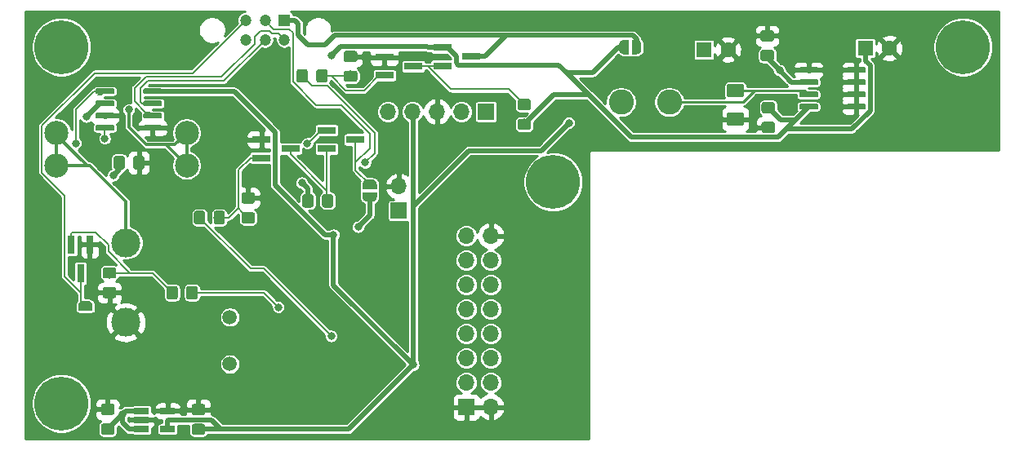
<source format=gbl>
G04 #@! TF.GenerationSoftware,KiCad,Pcbnew,(5.1.2)-1*
G04 #@! TF.CreationDate,2022-03-08T00:19:59-05:00*
G04 #@! TF.ProjectId,telemetry_transmitter,74656c65-6d65-4747-9279-5f7472616e73,rev?*
G04 #@! TF.SameCoordinates,Original*
G04 #@! TF.FileFunction,Copper,L2,Bot*
G04 #@! TF.FilePolarity,Positive*
%FSLAX46Y46*%
G04 Gerber Fmt 4.6, Leading zero omitted, Abs format (unit mm)*
G04 Created by KiCad (PCBNEW (5.1.2)-1) date 2022-03-08 00:19:59*
%MOMM*%
%LPD*%
G04 APERTURE LIST*
%ADD10C,1.200000*%
%ADD11R,1.200000X1.200000*%
%ADD12O,1.700000X1.700000*%
%ADD13R,1.700000X1.700000*%
%ADD14C,0.500000*%
%ADD15C,0.100000*%
%ADD16C,2.500000*%
%ADD17C,1.150000*%
%ADD18C,0.600000*%
%ADD19C,5.600000*%
%ADD20C,3.000000*%
%ADD21C,1.500000*%
%ADD22R,1.560000X0.650000*%
%ADD23R,0.800000X1.900000*%
%ADD24R,1.900000X0.800000*%
%ADD25C,2.600000*%
%ADD26C,1.425000*%
%ADD27C,1.600000*%
%ADD28R,1.600000X1.600000*%
%ADD29C,0.800000*%
%ADD30C,0.304800*%
%ADD31C,0.508000*%
%ADD32C,0.254000*%
%ADD33C,0.203200*%
G04 APERTURE END LIST*
D10*
X137133080Y-70230240D03*
X135133080Y-70230240D03*
X133133080Y-70230240D03*
X133133080Y-68230240D03*
D11*
X137133080Y-68230240D03*
D10*
X135133080Y-68230240D03*
D12*
X158540000Y-90601800D03*
X156000000Y-90601800D03*
X158540000Y-93141800D03*
X156000000Y-93141800D03*
X158540000Y-95681800D03*
X156000000Y-95681800D03*
X158540000Y-98221800D03*
X156000000Y-98221800D03*
X158540000Y-100761800D03*
X156000000Y-100761800D03*
X158540000Y-103301800D03*
X156000000Y-103301800D03*
X158540000Y-105841800D03*
X156000000Y-105841800D03*
X158540000Y-108381800D03*
D13*
X156000000Y-108381800D03*
D14*
X173650000Y-71000000D03*
D15*
G36*
X173650000Y-70250602D02*
G01*
X173674534Y-70250602D01*
X173723365Y-70255412D01*
X173771490Y-70264984D01*
X173818445Y-70279228D01*
X173863778Y-70298005D01*
X173907051Y-70321136D01*
X173947850Y-70348396D01*
X173985779Y-70379524D01*
X174020476Y-70414221D01*
X174051604Y-70452150D01*
X174078864Y-70492949D01*
X174101995Y-70536222D01*
X174120772Y-70581555D01*
X174135016Y-70628510D01*
X174144588Y-70676635D01*
X174149398Y-70725466D01*
X174149398Y-70750000D01*
X174150000Y-70750000D01*
X174150000Y-71250000D01*
X174149398Y-71250000D01*
X174149398Y-71274534D01*
X174144588Y-71323365D01*
X174135016Y-71371490D01*
X174120772Y-71418445D01*
X174101995Y-71463778D01*
X174078864Y-71507051D01*
X174051604Y-71547850D01*
X174020476Y-71585779D01*
X173985779Y-71620476D01*
X173947850Y-71651604D01*
X173907051Y-71678864D01*
X173863778Y-71701995D01*
X173818445Y-71720772D01*
X173771490Y-71735016D01*
X173723365Y-71744588D01*
X173674534Y-71749398D01*
X173650000Y-71749398D01*
X173650000Y-71750000D01*
X173150000Y-71750000D01*
X173150000Y-70250000D01*
X173650000Y-70250000D01*
X173650000Y-70250602D01*
X173650000Y-70250602D01*
G37*
D14*
X172350000Y-71000000D03*
D15*
G36*
X172850000Y-71750000D02*
G01*
X172350000Y-71750000D01*
X172350000Y-71749398D01*
X172325466Y-71749398D01*
X172276635Y-71744588D01*
X172228510Y-71735016D01*
X172181555Y-71720772D01*
X172136222Y-71701995D01*
X172092949Y-71678864D01*
X172052150Y-71651604D01*
X172014221Y-71620476D01*
X171979524Y-71585779D01*
X171948396Y-71547850D01*
X171921136Y-71507051D01*
X171898005Y-71463778D01*
X171879228Y-71418445D01*
X171864984Y-71371490D01*
X171855412Y-71323365D01*
X171850602Y-71274534D01*
X171850602Y-71250000D01*
X171850000Y-71250000D01*
X171850000Y-70750000D01*
X171850602Y-70750000D01*
X171850602Y-70725466D01*
X171855412Y-70676635D01*
X171864984Y-70628510D01*
X171879228Y-70581555D01*
X171898005Y-70536222D01*
X171921136Y-70492949D01*
X171948396Y-70452150D01*
X171979524Y-70414221D01*
X172014221Y-70379524D01*
X172052150Y-70348396D01*
X172092949Y-70321136D01*
X172136222Y-70298005D01*
X172181555Y-70279228D01*
X172228510Y-70264984D01*
X172276635Y-70255412D01*
X172325466Y-70250602D01*
X172350000Y-70250602D01*
X172350000Y-70250000D01*
X172850000Y-70250000D01*
X172850000Y-71750000D01*
X172850000Y-71750000D01*
G37*
D16*
X113528920Y-83294960D03*
X113528920Y-79894960D03*
X126998920Y-79894960D03*
X126998920Y-83294960D03*
D15*
G36*
X133844825Y-86098404D02*
G01*
X133869093Y-86102004D01*
X133892892Y-86107965D01*
X133915991Y-86116230D01*
X133938170Y-86126720D01*
X133959213Y-86139332D01*
X133978919Y-86153947D01*
X133997097Y-86170423D01*
X134013573Y-86188601D01*
X134028188Y-86208307D01*
X134040800Y-86229350D01*
X134051290Y-86251529D01*
X134059555Y-86274628D01*
X134065516Y-86298427D01*
X134069116Y-86322695D01*
X134070320Y-86347199D01*
X134070320Y-86997201D01*
X134069116Y-87021705D01*
X134065516Y-87045973D01*
X134059555Y-87069772D01*
X134051290Y-87092871D01*
X134040800Y-87115050D01*
X134028188Y-87136093D01*
X134013573Y-87155799D01*
X133997097Y-87173977D01*
X133978919Y-87190453D01*
X133959213Y-87205068D01*
X133938170Y-87217680D01*
X133915991Y-87228170D01*
X133892892Y-87236435D01*
X133869093Y-87242396D01*
X133844825Y-87245996D01*
X133820321Y-87247200D01*
X132920319Y-87247200D01*
X132895815Y-87245996D01*
X132871547Y-87242396D01*
X132847748Y-87236435D01*
X132824649Y-87228170D01*
X132802470Y-87217680D01*
X132781427Y-87205068D01*
X132761721Y-87190453D01*
X132743543Y-87173977D01*
X132727067Y-87155799D01*
X132712452Y-87136093D01*
X132699840Y-87115050D01*
X132689350Y-87092871D01*
X132681085Y-87069772D01*
X132675124Y-87045973D01*
X132671524Y-87021705D01*
X132670320Y-86997201D01*
X132670320Y-86347199D01*
X132671524Y-86322695D01*
X132675124Y-86298427D01*
X132681085Y-86274628D01*
X132689350Y-86251529D01*
X132699840Y-86229350D01*
X132712452Y-86208307D01*
X132727067Y-86188601D01*
X132743543Y-86170423D01*
X132761721Y-86153947D01*
X132781427Y-86139332D01*
X132802470Y-86126720D01*
X132824649Y-86116230D01*
X132847748Y-86107965D01*
X132871547Y-86102004D01*
X132895815Y-86098404D01*
X132920319Y-86097200D01*
X133820321Y-86097200D01*
X133844825Y-86098404D01*
X133844825Y-86098404D01*
G37*
D17*
X133370320Y-86672200D03*
D15*
G36*
X133844825Y-88148404D02*
G01*
X133869093Y-88152004D01*
X133892892Y-88157965D01*
X133915991Y-88166230D01*
X133938170Y-88176720D01*
X133959213Y-88189332D01*
X133978919Y-88203947D01*
X133997097Y-88220423D01*
X134013573Y-88238601D01*
X134028188Y-88258307D01*
X134040800Y-88279350D01*
X134051290Y-88301529D01*
X134059555Y-88324628D01*
X134065516Y-88348427D01*
X134069116Y-88372695D01*
X134070320Y-88397199D01*
X134070320Y-89047201D01*
X134069116Y-89071705D01*
X134065516Y-89095973D01*
X134059555Y-89119772D01*
X134051290Y-89142871D01*
X134040800Y-89165050D01*
X134028188Y-89186093D01*
X134013573Y-89205799D01*
X133997097Y-89223977D01*
X133978919Y-89240453D01*
X133959213Y-89255068D01*
X133938170Y-89267680D01*
X133915991Y-89278170D01*
X133892892Y-89286435D01*
X133869093Y-89292396D01*
X133844825Y-89295996D01*
X133820321Y-89297200D01*
X132920319Y-89297200D01*
X132895815Y-89295996D01*
X132871547Y-89292396D01*
X132847748Y-89286435D01*
X132824649Y-89278170D01*
X132802470Y-89267680D01*
X132781427Y-89255068D01*
X132761721Y-89240453D01*
X132743543Y-89223977D01*
X132727067Y-89205799D01*
X132712452Y-89186093D01*
X132699840Y-89165050D01*
X132689350Y-89142871D01*
X132681085Y-89119772D01*
X132675124Y-89095973D01*
X132671524Y-89071705D01*
X132670320Y-89047201D01*
X132670320Y-88397199D01*
X132671524Y-88372695D01*
X132675124Y-88348427D01*
X132681085Y-88324628D01*
X132689350Y-88301529D01*
X132699840Y-88279350D01*
X132712452Y-88258307D01*
X132727067Y-88238601D01*
X132743543Y-88220423D01*
X132761721Y-88203947D01*
X132781427Y-88189332D01*
X132802470Y-88176720D01*
X132824649Y-88166230D01*
X132847748Y-88157965D01*
X132871547Y-88152004D01*
X132895815Y-88148404D01*
X132920319Y-88147200D01*
X133820321Y-88147200D01*
X133844825Y-88148404D01*
X133844825Y-88148404D01*
G37*
D17*
X133370320Y-88722200D03*
D12*
X147868640Y-77708760D03*
X150408640Y-77708760D03*
X152948640Y-77708760D03*
X155488640Y-77708760D03*
D13*
X158028640Y-77708760D03*
D15*
G36*
X124314703Y-79105722D02*
G01*
X124329264Y-79107882D01*
X124343543Y-79111459D01*
X124357403Y-79116418D01*
X124370710Y-79122712D01*
X124383336Y-79130280D01*
X124395159Y-79139048D01*
X124406066Y-79148934D01*
X124415952Y-79159841D01*
X124424720Y-79171664D01*
X124432288Y-79184290D01*
X124438582Y-79197597D01*
X124443541Y-79211457D01*
X124447118Y-79225736D01*
X124449278Y-79240297D01*
X124450000Y-79255000D01*
X124450000Y-79555000D01*
X124449278Y-79569703D01*
X124447118Y-79584264D01*
X124443541Y-79598543D01*
X124438582Y-79612403D01*
X124432288Y-79625710D01*
X124424720Y-79638336D01*
X124415952Y-79650159D01*
X124406066Y-79661066D01*
X124395159Y-79670952D01*
X124383336Y-79679720D01*
X124370710Y-79687288D01*
X124357403Y-79693582D01*
X124343543Y-79698541D01*
X124329264Y-79702118D01*
X124314703Y-79704278D01*
X124300000Y-79705000D01*
X122650000Y-79705000D01*
X122635297Y-79704278D01*
X122620736Y-79702118D01*
X122606457Y-79698541D01*
X122592597Y-79693582D01*
X122579290Y-79687288D01*
X122566664Y-79679720D01*
X122554841Y-79670952D01*
X122543934Y-79661066D01*
X122534048Y-79650159D01*
X122525280Y-79638336D01*
X122517712Y-79625710D01*
X122511418Y-79612403D01*
X122506459Y-79598543D01*
X122502882Y-79584264D01*
X122500722Y-79569703D01*
X122500000Y-79555000D01*
X122500000Y-79255000D01*
X122500722Y-79240297D01*
X122502882Y-79225736D01*
X122506459Y-79211457D01*
X122511418Y-79197597D01*
X122517712Y-79184290D01*
X122525280Y-79171664D01*
X122534048Y-79159841D01*
X122543934Y-79148934D01*
X122554841Y-79139048D01*
X122566664Y-79130280D01*
X122579290Y-79122712D01*
X122592597Y-79116418D01*
X122606457Y-79111459D01*
X122620736Y-79107882D01*
X122635297Y-79105722D01*
X122650000Y-79105000D01*
X124300000Y-79105000D01*
X124314703Y-79105722D01*
X124314703Y-79105722D01*
G37*
D18*
X123475000Y-79405000D03*
D15*
G36*
X124314703Y-77835722D02*
G01*
X124329264Y-77837882D01*
X124343543Y-77841459D01*
X124357403Y-77846418D01*
X124370710Y-77852712D01*
X124383336Y-77860280D01*
X124395159Y-77869048D01*
X124406066Y-77878934D01*
X124415952Y-77889841D01*
X124424720Y-77901664D01*
X124432288Y-77914290D01*
X124438582Y-77927597D01*
X124443541Y-77941457D01*
X124447118Y-77955736D01*
X124449278Y-77970297D01*
X124450000Y-77985000D01*
X124450000Y-78285000D01*
X124449278Y-78299703D01*
X124447118Y-78314264D01*
X124443541Y-78328543D01*
X124438582Y-78342403D01*
X124432288Y-78355710D01*
X124424720Y-78368336D01*
X124415952Y-78380159D01*
X124406066Y-78391066D01*
X124395159Y-78400952D01*
X124383336Y-78409720D01*
X124370710Y-78417288D01*
X124357403Y-78423582D01*
X124343543Y-78428541D01*
X124329264Y-78432118D01*
X124314703Y-78434278D01*
X124300000Y-78435000D01*
X122650000Y-78435000D01*
X122635297Y-78434278D01*
X122620736Y-78432118D01*
X122606457Y-78428541D01*
X122592597Y-78423582D01*
X122579290Y-78417288D01*
X122566664Y-78409720D01*
X122554841Y-78400952D01*
X122543934Y-78391066D01*
X122534048Y-78380159D01*
X122525280Y-78368336D01*
X122517712Y-78355710D01*
X122511418Y-78342403D01*
X122506459Y-78328543D01*
X122502882Y-78314264D01*
X122500722Y-78299703D01*
X122500000Y-78285000D01*
X122500000Y-77985000D01*
X122500722Y-77970297D01*
X122502882Y-77955736D01*
X122506459Y-77941457D01*
X122511418Y-77927597D01*
X122517712Y-77914290D01*
X122525280Y-77901664D01*
X122534048Y-77889841D01*
X122543934Y-77878934D01*
X122554841Y-77869048D01*
X122566664Y-77860280D01*
X122579290Y-77852712D01*
X122592597Y-77846418D01*
X122606457Y-77841459D01*
X122620736Y-77837882D01*
X122635297Y-77835722D01*
X122650000Y-77835000D01*
X124300000Y-77835000D01*
X124314703Y-77835722D01*
X124314703Y-77835722D01*
G37*
D18*
X123475000Y-78135000D03*
D15*
G36*
X124314703Y-76565722D02*
G01*
X124329264Y-76567882D01*
X124343543Y-76571459D01*
X124357403Y-76576418D01*
X124370710Y-76582712D01*
X124383336Y-76590280D01*
X124395159Y-76599048D01*
X124406066Y-76608934D01*
X124415952Y-76619841D01*
X124424720Y-76631664D01*
X124432288Y-76644290D01*
X124438582Y-76657597D01*
X124443541Y-76671457D01*
X124447118Y-76685736D01*
X124449278Y-76700297D01*
X124450000Y-76715000D01*
X124450000Y-77015000D01*
X124449278Y-77029703D01*
X124447118Y-77044264D01*
X124443541Y-77058543D01*
X124438582Y-77072403D01*
X124432288Y-77085710D01*
X124424720Y-77098336D01*
X124415952Y-77110159D01*
X124406066Y-77121066D01*
X124395159Y-77130952D01*
X124383336Y-77139720D01*
X124370710Y-77147288D01*
X124357403Y-77153582D01*
X124343543Y-77158541D01*
X124329264Y-77162118D01*
X124314703Y-77164278D01*
X124300000Y-77165000D01*
X122650000Y-77165000D01*
X122635297Y-77164278D01*
X122620736Y-77162118D01*
X122606457Y-77158541D01*
X122592597Y-77153582D01*
X122579290Y-77147288D01*
X122566664Y-77139720D01*
X122554841Y-77130952D01*
X122543934Y-77121066D01*
X122534048Y-77110159D01*
X122525280Y-77098336D01*
X122517712Y-77085710D01*
X122511418Y-77072403D01*
X122506459Y-77058543D01*
X122502882Y-77044264D01*
X122500722Y-77029703D01*
X122500000Y-77015000D01*
X122500000Y-76715000D01*
X122500722Y-76700297D01*
X122502882Y-76685736D01*
X122506459Y-76671457D01*
X122511418Y-76657597D01*
X122517712Y-76644290D01*
X122525280Y-76631664D01*
X122534048Y-76619841D01*
X122543934Y-76608934D01*
X122554841Y-76599048D01*
X122566664Y-76590280D01*
X122579290Y-76582712D01*
X122592597Y-76576418D01*
X122606457Y-76571459D01*
X122620736Y-76567882D01*
X122635297Y-76565722D01*
X122650000Y-76565000D01*
X124300000Y-76565000D01*
X124314703Y-76565722D01*
X124314703Y-76565722D01*
G37*
D18*
X123475000Y-76865000D03*
D15*
G36*
X124314703Y-75295722D02*
G01*
X124329264Y-75297882D01*
X124343543Y-75301459D01*
X124357403Y-75306418D01*
X124370710Y-75312712D01*
X124383336Y-75320280D01*
X124395159Y-75329048D01*
X124406066Y-75338934D01*
X124415952Y-75349841D01*
X124424720Y-75361664D01*
X124432288Y-75374290D01*
X124438582Y-75387597D01*
X124443541Y-75401457D01*
X124447118Y-75415736D01*
X124449278Y-75430297D01*
X124450000Y-75445000D01*
X124450000Y-75745000D01*
X124449278Y-75759703D01*
X124447118Y-75774264D01*
X124443541Y-75788543D01*
X124438582Y-75802403D01*
X124432288Y-75815710D01*
X124424720Y-75828336D01*
X124415952Y-75840159D01*
X124406066Y-75851066D01*
X124395159Y-75860952D01*
X124383336Y-75869720D01*
X124370710Y-75877288D01*
X124357403Y-75883582D01*
X124343543Y-75888541D01*
X124329264Y-75892118D01*
X124314703Y-75894278D01*
X124300000Y-75895000D01*
X122650000Y-75895000D01*
X122635297Y-75894278D01*
X122620736Y-75892118D01*
X122606457Y-75888541D01*
X122592597Y-75883582D01*
X122579290Y-75877288D01*
X122566664Y-75869720D01*
X122554841Y-75860952D01*
X122543934Y-75851066D01*
X122534048Y-75840159D01*
X122525280Y-75828336D01*
X122517712Y-75815710D01*
X122511418Y-75802403D01*
X122506459Y-75788543D01*
X122502882Y-75774264D01*
X122500722Y-75759703D01*
X122500000Y-75745000D01*
X122500000Y-75445000D01*
X122500722Y-75430297D01*
X122502882Y-75415736D01*
X122506459Y-75401457D01*
X122511418Y-75387597D01*
X122517712Y-75374290D01*
X122525280Y-75361664D01*
X122534048Y-75349841D01*
X122543934Y-75338934D01*
X122554841Y-75329048D01*
X122566664Y-75320280D01*
X122579290Y-75312712D01*
X122592597Y-75306418D01*
X122606457Y-75301459D01*
X122620736Y-75297882D01*
X122635297Y-75295722D01*
X122650000Y-75295000D01*
X124300000Y-75295000D01*
X124314703Y-75295722D01*
X124314703Y-75295722D01*
G37*
D18*
X123475000Y-75595000D03*
D15*
G36*
X119364703Y-75295722D02*
G01*
X119379264Y-75297882D01*
X119393543Y-75301459D01*
X119407403Y-75306418D01*
X119420710Y-75312712D01*
X119433336Y-75320280D01*
X119445159Y-75329048D01*
X119456066Y-75338934D01*
X119465952Y-75349841D01*
X119474720Y-75361664D01*
X119482288Y-75374290D01*
X119488582Y-75387597D01*
X119493541Y-75401457D01*
X119497118Y-75415736D01*
X119499278Y-75430297D01*
X119500000Y-75445000D01*
X119500000Y-75745000D01*
X119499278Y-75759703D01*
X119497118Y-75774264D01*
X119493541Y-75788543D01*
X119488582Y-75802403D01*
X119482288Y-75815710D01*
X119474720Y-75828336D01*
X119465952Y-75840159D01*
X119456066Y-75851066D01*
X119445159Y-75860952D01*
X119433336Y-75869720D01*
X119420710Y-75877288D01*
X119407403Y-75883582D01*
X119393543Y-75888541D01*
X119379264Y-75892118D01*
X119364703Y-75894278D01*
X119350000Y-75895000D01*
X117700000Y-75895000D01*
X117685297Y-75894278D01*
X117670736Y-75892118D01*
X117656457Y-75888541D01*
X117642597Y-75883582D01*
X117629290Y-75877288D01*
X117616664Y-75869720D01*
X117604841Y-75860952D01*
X117593934Y-75851066D01*
X117584048Y-75840159D01*
X117575280Y-75828336D01*
X117567712Y-75815710D01*
X117561418Y-75802403D01*
X117556459Y-75788543D01*
X117552882Y-75774264D01*
X117550722Y-75759703D01*
X117550000Y-75745000D01*
X117550000Y-75445000D01*
X117550722Y-75430297D01*
X117552882Y-75415736D01*
X117556459Y-75401457D01*
X117561418Y-75387597D01*
X117567712Y-75374290D01*
X117575280Y-75361664D01*
X117584048Y-75349841D01*
X117593934Y-75338934D01*
X117604841Y-75329048D01*
X117616664Y-75320280D01*
X117629290Y-75312712D01*
X117642597Y-75306418D01*
X117656457Y-75301459D01*
X117670736Y-75297882D01*
X117685297Y-75295722D01*
X117700000Y-75295000D01*
X119350000Y-75295000D01*
X119364703Y-75295722D01*
X119364703Y-75295722D01*
G37*
D18*
X118525000Y-75595000D03*
D15*
G36*
X119364703Y-76565722D02*
G01*
X119379264Y-76567882D01*
X119393543Y-76571459D01*
X119407403Y-76576418D01*
X119420710Y-76582712D01*
X119433336Y-76590280D01*
X119445159Y-76599048D01*
X119456066Y-76608934D01*
X119465952Y-76619841D01*
X119474720Y-76631664D01*
X119482288Y-76644290D01*
X119488582Y-76657597D01*
X119493541Y-76671457D01*
X119497118Y-76685736D01*
X119499278Y-76700297D01*
X119500000Y-76715000D01*
X119500000Y-77015000D01*
X119499278Y-77029703D01*
X119497118Y-77044264D01*
X119493541Y-77058543D01*
X119488582Y-77072403D01*
X119482288Y-77085710D01*
X119474720Y-77098336D01*
X119465952Y-77110159D01*
X119456066Y-77121066D01*
X119445159Y-77130952D01*
X119433336Y-77139720D01*
X119420710Y-77147288D01*
X119407403Y-77153582D01*
X119393543Y-77158541D01*
X119379264Y-77162118D01*
X119364703Y-77164278D01*
X119350000Y-77165000D01*
X117700000Y-77165000D01*
X117685297Y-77164278D01*
X117670736Y-77162118D01*
X117656457Y-77158541D01*
X117642597Y-77153582D01*
X117629290Y-77147288D01*
X117616664Y-77139720D01*
X117604841Y-77130952D01*
X117593934Y-77121066D01*
X117584048Y-77110159D01*
X117575280Y-77098336D01*
X117567712Y-77085710D01*
X117561418Y-77072403D01*
X117556459Y-77058543D01*
X117552882Y-77044264D01*
X117550722Y-77029703D01*
X117550000Y-77015000D01*
X117550000Y-76715000D01*
X117550722Y-76700297D01*
X117552882Y-76685736D01*
X117556459Y-76671457D01*
X117561418Y-76657597D01*
X117567712Y-76644290D01*
X117575280Y-76631664D01*
X117584048Y-76619841D01*
X117593934Y-76608934D01*
X117604841Y-76599048D01*
X117616664Y-76590280D01*
X117629290Y-76582712D01*
X117642597Y-76576418D01*
X117656457Y-76571459D01*
X117670736Y-76567882D01*
X117685297Y-76565722D01*
X117700000Y-76565000D01*
X119350000Y-76565000D01*
X119364703Y-76565722D01*
X119364703Y-76565722D01*
G37*
D18*
X118525000Y-76865000D03*
D15*
G36*
X119364703Y-77835722D02*
G01*
X119379264Y-77837882D01*
X119393543Y-77841459D01*
X119407403Y-77846418D01*
X119420710Y-77852712D01*
X119433336Y-77860280D01*
X119445159Y-77869048D01*
X119456066Y-77878934D01*
X119465952Y-77889841D01*
X119474720Y-77901664D01*
X119482288Y-77914290D01*
X119488582Y-77927597D01*
X119493541Y-77941457D01*
X119497118Y-77955736D01*
X119499278Y-77970297D01*
X119500000Y-77985000D01*
X119500000Y-78285000D01*
X119499278Y-78299703D01*
X119497118Y-78314264D01*
X119493541Y-78328543D01*
X119488582Y-78342403D01*
X119482288Y-78355710D01*
X119474720Y-78368336D01*
X119465952Y-78380159D01*
X119456066Y-78391066D01*
X119445159Y-78400952D01*
X119433336Y-78409720D01*
X119420710Y-78417288D01*
X119407403Y-78423582D01*
X119393543Y-78428541D01*
X119379264Y-78432118D01*
X119364703Y-78434278D01*
X119350000Y-78435000D01*
X117700000Y-78435000D01*
X117685297Y-78434278D01*
X117670736Y-78432118D01*
X117656457Y-78428541D01*
X117642597Y-78423582D01*
X117629290Y-78417288D01*
X117616664Y-78409720D01*
X117604841Y-78400952D01*
X117593934Y-78391066D01*
X117584048Y-78380159D01*
X117575280Y-78368336D01*
X117567712Y-78355710D01*
X117561418Y-78342403D01*
X117556459Y-78328543D01*
X117552882Y-78314264D01*
X117550722Y-78299703D01*
X117550000Y-78285000D01*
X117550000Y-77985000D01*
X117550722Y-77970297D01*
X117552882Y-77955736D01*
X117556459Y-77941457D01*
X117561418Y-77927597D01*
X117567712Y-77914290D01*
X117575280Y-77901664D01*
X117584048Y-77889841D01*
X117593934Y-77878934D01*
X117604841Y-77869048D01*
X117616664Y-77860280D01*
X117629290Y-77852712D01*
X117642597Y-77846418D01*
X117656457Y-77841459D01*
X117670736Y-77837882D01*
X117685297Y-77835722D01*
X117700000Y-77835000D01*
X119350000Y-77835000D01*
X119364703Y-77835722D01*
X119364703Y-77835722D01*
G37*
D18*
X118525000Y-78135000D03*
D15*
G36*
X119364703Y-79105722D02*
G01*
X119379264Y-79107882D01*
X119393543Y-79111459D01*
X119407403Y-79116418D01*
X119420710Y-79122712D01*
X119433336Y-79130280D01*
X119445159Y-79139048D01*
X119456066Y-79148934D01*
X119465952Y-79159841D01*
X119474720Y-79171664D01*
X119482288Y-79184290D01*
X119488582Y-79197597D01*
X119493541Y-79211457D01*
X119497118Y-79225736D01*
X119499278Y-79240297D01*
X119500000Y-79255000D01*
X119500000Y-79555000D01*
X119499278Y-79569703D01*
X119497118Y-79584264D01*
X119493541Y-79598543D01*
X119488582Y-79612403D01*
X119482288Y-79625710D01*
X119474720Y-79638336D01*
X119465952Y-79650159D01*
X119456066Y-79661066D01*
X119445159Y-79670952D01*
X119433336Y-79679720D01*
X119420710Y-79687288D01*
X119407403Y-79693582D01*
X119393543Y-79698541D01*
X119379264Y-79702118D01*
X119364703Y-79704278D01*
X119350000Y-79705000D01*
X117700000Y-79705000D01*
X117685297Y-79704278D01*
X117670736Y-79702118D01*
X117656457Y-79698541D01*
X117642597Y-79693582D01*
X117629290Y-79687288D01*
X117616664Y-79679720D01*
X117604841Y-79670952D01*
X117593934Y-79661066D01*
X117584048Y-79650159D01*
X117575280Y-79638336D01*
X117567712Y-79625710D01*
X117561418Y-79612403D01*
X117556459Y-79598543D01*
X117552882Y-79584264D01*
X117550722Y-79569703D01*
X117550000Y-79555000D01*
X117550000Y-79255000D01*
X117550722Y-79240297D01*
X117552882Y-79225736D01*
X117556459Y-79211457D01*
X117561418Y-79197597D01*
X117567712Y-79184290D01*
X117575280Y-79171664D01*
X117584048Y-79159841D01*
X117593934Y-79148934D01*
X117604841Y-79139048D01*
X117616664Y-79130280D01*
X117629290Y-79122712D01*
X117642597Y-79116418D01*
X117656457Y-79111459D01*
X117670736Y-79107882D01*
X117685297Y-79105722D01*
X117700000Y-79105000D01*
X119350000Y-79105000D01*
X119364703Y-79105722D01*
X119364703Y-79105722D01*
G37*
D18*
X118525000Y-79405000D03*
D19*
X114000000Y-71000000D03*
X114000000Y-108000000D03*
X165000000Y-85000000D03*
X207500000Y-71000000D03*
D15*
G36*
X119474505Y-93876204D02*
G01*
X119498773Y-93879804D01*
X119522572Y-93885765D01*
X119545671Y-93894030D01*
X119567850Y-93904520D01*
X119588893Y-93917132D01*
X119608599Y-93931747D01*
X119626777Y-93948223D01*
X119643253Y-93966401D01*
X119657868Y-93986107D01*
X119670480Y-94007150D01*
X119680970Y-94029329D01*
X119689235Y-94052428D01*
X119695196Y-94076227D01*
X119698796Y-94100495D01*
X119700000Y-94124999D01*
X119700000Y-94775001D01*
X119698796Y-94799505D01*
X119695196Y-94823773D01*
X119689235Y-94847572D01*
X119680970Y-94870671D01*
X119670480Y-94892850D01*
X119657868Y-94913893D01*
X119643253Y-94933599D01*
X119626777Y-94951777D01*
X119608599Y-94968253D01*
X119588893Y-94982868D01*
X119567850Y-94995480D01*
X119545671Y-95005970D01*
X119522572Y-95014235D01*
X119498773Y-95020196D01*
X119474505Y-95023796D01*
X119450001Y-95025000D01*
X118549999Y-95025000D01*
X118525495Y-95023796D01*
X118501227Y-95020196D01*
X118477428Y-95014235D01*
X118454329Y-95005970D01*
X118432150Y-94995480D01*
X118411107Y-94982868D01*
X118391401Y-94968253D01*
X118373223Y-94951777D01*
X118356747Y-94933599D01*
X118342132Y-94913893D01*
X118329520Y-94892850D01*
X118319030Y-94870671D01*
X118310765Y-94847572D01*
X118304804Y-94823773D01*
X118301204Y-94799505D01*
X118300000Y-94775001D01*
X118300000Y-94124999D01*
X118301204Y-94100495D01*
X118304804Y-94076227D01*
X118310765Y-94052428D01*
X118319030Y-94029329D01*
X118329520Y-94007150D01*
X118342132Y-93986107D01*
X118356747Y-93966401D01*
X118373223Y-93948223D01*
X118391401Y-93931747D01*
X118411107Y-93917132D01*
X118432150Y-93904520D01*
X118454329Y-93894030D01*
X118477428Y-93885765D01*
X118501227Y-93879804D01*
X118525495Y-93876204D01*
X118549999Y-93875000D01*
X119450001Y-93875000D01*
X119474505Y-93876204D01*
X119474505Y-93876204D01*
G37*
D17*
X119000000Y-94450000D03*
D15*
G36*
X119474505Y-95926204D02*
G01*
X119498773Y-95929804D01*
X119522572Y-95935765D01*
X119545671Y-95944030D01*
X119567850Y-95954520D01*
X119588893Y-95967132D01*
X119608599Y-95981747D01*
X119626777Y-95998223D01*
X119643253Y-96016401D01*
X119657868Y-96036107D01*
X119670480Y-96057150D01*
X119680970Y-96079329D01*
X119689235Y-96102428D01*
X119695196Y-96126227D01*
X119698796Y-96150495D01*
X119700000Y-96174999D01*
X119700000Y-96825001D01*
X119698796Y-96849505D01*
X119695196Y-96873773D01*
X119689235Y-96897572D01*
X119680970Y-96920671D01*
X119670480Y-96942850D01*
X119657868Y-96963893D01*
X119643253Y-96983599D01*
X119626777Y-97001777D01*
X119608599Y-97018253D01*
X119588893Y-97032868D01*
X119567850Y-97045480D01*
X119545671Y-97055970D01*
X119522572Y-97064235D01*
X119498773Y-97070196D01*
X119474505Y-97073796D01*
X119450001Y-97075000D01*
X118549999Y-97075000D01*
X118525495Y-97073796D01*
X118501227Y-97070196D01*
X118477428Y-97064235D01*
X118454329Y-97055970D01*
X118432150Y-97045480D01*
X118411107Y-97032868D01*
X118391401Y-97018253D01*
X118373223Y-97001777D01*
X118356747Y-96983599D01*
X118342132Y-96963893D01*
X118329520Y-96942850D01*
X118319030Y-96920671D01*
X118310765Y-96897572D01*
X118304804Y-96873773D01*
X118301204Y-96849505D01*
X118300000Y-96825001D01*
X118300000Y-96174999D01*
X118301204Y-96150495D01*
X118304804Y-96126227D01*
X118310765Y-96102428D01*
X118319030Y-96079329D01*
X118329520Y-96057150D01*
X118342132Y-96036107D01*
X118356747Y-96016401D01*
X118373223Y-95998223D01*
X118391401Y-95981747D01*
X118411107Y-95967132D01*
X118432150Y-95954520D01*
X118454329Y-95944030D01*
X118477428Y-95935765D01*
X118501227Y-95929804D01*
X118525495Y-95926204D01*
X118549999Y-95925000D01*
X119450001Y-95925000D01*
X119474505Y-95926204D01*
X119474505Y-95926204D01*
G37*
D17*
X119000000Y-96500000D03*
D20*
X120685560Y-91328160D03*
X120685560Y-99578160D03*
D15*
G36*
X125849505Y-95801204D02*
G01*
X125873773Y-95804804D01*
X125897572Y-95810765D01*
X125920671Y-95819030D01*
X125942850Y-95829520D01*
X125963893Y-95842132D01*
X125983599Y-95856747D01*
X126001777Y-95873223D01*
X126018253Y-95891401D01*
X126032868Y-95911107D01*
X126045480Y-95932150D01*
X126055970Y-95954329D01*
X126064235Y-95977428D01*
X126070196Y-96001227D01*
X126073796Y-96025495D01*
X126075000Y-96049999D01*
X126075000Y-96950001D01*
X126073796Y-96974505D01*
X126070196Y-96998773D01*
X126064235Y-97022572D01*
X126055970Y-97045671D01*
X126045480Y-97067850D01*
X126032868Y-97088893D01*
X126018253Y-97108599D01*
X126001777Y-97126777D01*
X125983599Y-97143253D01*
X125963893Y-97157868D01*
X125942850Y-97170480D01*
X125920671Y-97180970D01*
X125897572Y-97189235D01*
X125873773Y-97195196D01*
X125849505Y-97198796D01*
X125825001Y-97200000D01*
X125174999Y-97200000D01*
X125150495Y-97198796D01*
X125126227Y-97195196D01*
X125102428Y-97189235D01*
X125079329Y-97180970D01*
X125057150Y-97170480D01*
X125036107Y-97157868D01*
X125016401Y-97143253D01*
X124998223Y-97126777D01*
X124981747Y-97108599D01*
X124967132Y-97088893D01*
X124954520Y-97067850D01*
X124944030Y-97045671D01*
X124935765Y-97022572D01*
X124929804Y-96998773D01*
X124926204Y-96974505D01*
X124925000Y-96950001D01*
X124925000Y-96049999D01*
X124926204Y-96025495D01*
X124929804Y-96001227D01*
X124935765Y-95977428D01*
X124944030Y-95954329D01*
X124954520Y-95932150D01*
X124967132Y-95911107D01*
X124981747Y-95891401D01*
X124998223Y-95873223D01*
X125016401Y-95856747D01*
X125036107Y-95842132D01*
X125057150Y-95829520D01*
X125079329Y-95819030D01*
X125102428Y-95810765D01*
X125126227Y-95804804D01*
X125150495Y-95801204D01*
X125174999Y-95800000D01*
X125825001Y-95800000D01*
X125849505Y-95801204D01*
X125849505Y-95801204D01*
G37*
D17*
X125500000Y-96500000D03*
D15*
G36*
X127899505Y-95801204D02*
G01*
X127923773Y-95804804D01*
X127947572Y-95810765D01*
X127970671Y-95819030D01*
X127992850Y-95829520D01*
X128013893Y-95842132D01*
X128033599Y-95856747D01*
X128051777Y-95873223D01*
X128068253Y-95891401D01*
X128082868Y-95911107D01*
X128095480Y-95932150D01*
X128105970Y-95954329D01*
X128114235Y-95977428D01*
X128120196Y-96001227D01*
X128123796Y-96025495D01*
X128125000Y-96049999D01*
X128125000Y-96950001D01*
X128123796Y-96974505D01*
X128120196Y-96998773D01*
X128114235Y-97022572D01*
X128105970Y-97045671D01*
X128095480Y-97067850D01*
X128082868Y-97088893D01*
X128068253Y-97108599D01*
X128051777Y-97126777D01*
X128033599Y-97143253D01*
X128013893Y-97157868D01*
X127992850Y-97170480D01*
X127970671Y-97180970D01*
X127947572Y-97189235D01*
X127923773Y-97195196D01*
X127899505Y-97198796D01*
X127875001Y-97200000D01*
X127224999Y-97200000D01*
X127200495Y-97198796D01*
X127176227Y-97195196D01*
X127152428Y-97189235D01*
X127129329Y-97180970D01*
X127107150Y-97170480D01*
X127086107Y-97157868D01*
X127066401Y-97143253D01*
X127048223Y-97126777D01*
X127031747Y-97108599D01*
X127017132Y-97088893D01*
X127004520Y-97067850D01*
X126994030Y-97045671D01*
X126985765Y-97022572D01*
X126979804Y-96998773D01*
X126976204Y-96974505D01*
X126975000Y-96950001D01*
X126975000Y-96049999D01*
X126976204Y-96025495D01*
X126979804Y-96001227D01*
X126985765Y-95977428D01*
X126994030Y-95954329D01*
X127004520Y-95932150D01*
X127017132Y-95911107D01*
X127031747Y-95891401D01*
X127048223Y-95873223D01*
X127066401Y-95856747D01*
X127086107Y-95842132D01*
X127107150Y-95829520D01*
X127129329Y-95819030D01*
X127152428Y-95810765D01*
X127176227Y-95804804D01*
X127200495Y-95801204D01*
X127224999Y-95800000D01*
X127875001Y-95800000D01*
X127899505Y-95801204D01*
X127899505Y-95801204D01*
G37*
D17*
X127550000Y-96500000D03*
D21*
X131480560Y-103914600D03*
X131480560Y-99034600D03*
D15*
G36*
X197274703Y-76899722D02*
G01*
X197289264Y-76901882D01*
X197303543Y-76905459D01*
X197317403Y-76910418D01*
X197330710Y-76916712D01*
X197343336Y-76924280D01*
X197355159Y-76933048D01*
X197366066Y-76942934D01*
X197375952Y-76953841D01*
X197384720Y-76965664D01*
X197392288Y-76978290D01*
X197398582Y-76991597D01*
X197403541Y-77005457D01*
X197407118Y-77019736D01*
X197409278Y-77034297D01*
X197410000Y-77049000D01*
X197410000Y-77349000D01*
X197409278Y-77363703D01*
X197407118Y-77378264D01*
X197403541Y-77392543D01*
X197398582Y-77406403D01*
X197392288Y-77419710D01*
X197384720Y-77432336D01*
X197375952Y-77444159D01*
X197366066Y-77455066D01*
X197355159Y-77464952D01*
X197343336Y-77473720D01*
X197330710Y-77481288D01*
X197317403Y-77487582D01*
X197303543Y-77492541D01*
X197289264Y-77496118D01*
X197274703Y-77498278D01*
X197260000Y-77499000D01*
X195610000Y-77499000D01*
X195595297Y-77498278D01*
X195580736Y-77496118D01*
X195566457Y-77492541D01*
X195552597Y-77487582D01*
X195539290Y-77481288D01*
X195526664Y-77473720D01*
X195514841Y-77464952D01*
X195503934Y-77455066D01*
X195494048Y-77444159D01*
X195485280Y-77432336D01*
X195477712Y-77419710D01*
X195471418Y-77406403D01*
X195466459Y-77392543D01*
X195462882Y-77378264D01*
X195460722Y-77363703D01*
X195460000Y-77349000D01*
X195460000Y-77049000D01*
X195460722Y-77034297D01*
X195462882Y-77019736D01*
X195466459Y-77005457D01*
X195471418Y-76991597D01*
X195477712Y-76978290D01*
X195485280Y-76965664D01*
X195494048Y-76953841D01*
X195503934Y-76942934D01*
X195514841Y-76933048D01*
X195526664Y-76924280D01*
X195539290Y-76916712D01*
X195552597Y-76910418D01*
X195566457Y-76905459D01*
X195580736Y-76901882D01*
X195595297Y-76899722D01*
X195610000Y-76899000D01*
X197260000Y-76899000D01*
X197274703Y-76899722D01*
X197274703Y-76899722D01*
G37*
D18*
X196435000Y-77199000D03*
D15*
G36*
X197274703Y-75629722D02*
G01*
X197289264Y-75631882D01*
X197303543Y-75635459D01*
X197317403Y-75640418D01*
X197330710Y-75646712D01*
X197343336Y-75654280D01*
X197355159Y-75663048D01*
X197366066Y-75672934D01*
X197375952Y-75683841D01*
X197384720Y-75695664D01*
X197392288Y-75708290D01*
X197398582Y-75721597D01*
X197403541Y-75735457D01*
X197407118Y-75749736D01*
X197409278Y-75764297D01*
X197410000Y-75779000D01*
X197410000Y-76079000D01*
X197409278Y-76093703D01*
X197407118Y-76108264D01*
X197403541Y-76122543D01*
X197398582Y-76136403D01*
X197392288Y-76149710D01*
X197384720Y-76162336D01*
X197375952Y-76174159D01*
X197366066Y-76185066D01*
X197355159Y-76194952D01*
X197343336Y-76203720D01*
X197330710Y-76211288D01*
X197317403Y-76217582D01*
X197303543Y-76222541D01*
X197289264Y-76226118D01*
X197274703Y-76228278D01*
X197260000Y-76229000D01*
X195610000Y-76229000D01*
X195595297Y-76228278D01*
X195580736Y-76226118D01*
X195566457Y-76222541D01*
X195552597Y-76217582D01*
X195539290Y-76211288D01*
X195526664Y-76203720D01*
X195514841Y-76194952D01*
X195503934Y-76185066D01*
X195494048Y-76174159D01*
X195485280Y-76162336D01*
X195477712Y-76149710D01*
X195471418Y-76136403D01*
X195466459Y-76122543D01*
X195462882Y-76108264D01*
X195460722Y-76093703D01*
X195460000Y-76079000D01*
X195460000Y-75779000D01*
X195460722Y-75764297D01*
X195462882Y-75749736D01*
X195466459Y-75735457D01*
X195471418Y-75721597D01*
X195477712Y-75708290D01*
X195485280Y-75695664D01*
X195494048Y-75683841D01*
X195503934Y-75672934D01*
X195514841Y-75663048D01*
X195526664Y-75654280D01*
X195539290Y-75646712D01*
X195552597Y-75640418D01*
X195566457Y-75635459D01*
X195580736Y-75631882D01*
X195595297Y-75629722D01*
X195610000Y-75629000D01*
X197260000Y-75629000D01*
X197274703Y-75629722D01*
X197274703Y-75629722D01*
G37*
D18*
X196435000Y-75929000D03*
D15*
G36*
X197274703Y-74359722D02*
G01*
X197289264Y-74361882D01*
X197303543Y-74365459D01*
X197317403Y-74370418D01*
X197330710Y-74376712D01*
X197343336Y-74384280D01*
X197355159Y-74393048D01*
X197366066Y-74402934D01*
X197375952Y-74413841D01*
X197384720Y-74425664D01*
X197392288Y-74438290D01*
X197398582Y-74451597D01*
X197403541Y-74465457D01*
X197407118Y-74479736D01*
X197409278Y-74494297D01*
X197410000Y-74509000D01*
X197410000Y-74809000D01*
X197409278Y-74823703D01*
X197407118Y-74838264D01*
X197403541Y-74852543D01*
X197398582Y-74866403D01*
X197392288Y-74879710D01*
X197384720Y-74892336D01*
X197375952Y-74904159D01*
X197366066Y-74915066D01*
X197355159Y-74924952D01*
X197343336Y-74933720D01*
X197330710Y-74941288D01*
X197317403Y-74947582D01*
X197303543Y-74952541D01*
X197289264Y-74956118D01*
X197274703Y-74958278D01*
X197260000Y-74959000D01*
X195610000Y-74959000D01*
X195595297Y-74958278D01*
X195580736Y-74956118D01*
X195566457Y-74952541D01*
X195552597Y-74947582D01*
X195539290Y-74941288D01*
X195526664Y-74933720D01*
X195514841Y-74924952D01*
X195503934Y-74915066D01*
X195494048Y-74904159D01*
X195485280Y-74892336D01*
X195477712Y-74879710D01*
X195471418Y-74866403D01*
X195466459Y-74852543D01*
X195462882Y-74838264D01*
X195460722Y-74823703D01*
X195460000Y-74809000D01*
X195460000Y-74509000D01*
X195460722Y-74494297D01*
X195462882Y-74479736D01*
X195466459Y-74465457D01*
X195471418Y-74451597D01*
X195477712Y-74438290D01*
X195485280Y-74425664D01*
X195494048Y-74413841D01*
X195503934Y-74402934D01*
X195514841Y-74393048D01*
X195526664Y-74384280D01*
X195539290Y-74376712D01*
X195552597Y-74370418D01*
X195566457Y-74365459D01*
X195580736Y-74361882D01*
X195595297Y-74359722D01*
X195610000Y-74359000D01*
X197260000Y-74359000D01*
X197274703Y-74359722D01*
X197274703Y-74359722D01*
G37*
D18*
X196435000Y-74659000D03*
D15*
G36*
X197274703Y-73089722D02*
G01*
X197289264Y-73091882D01*
X197303543Y-73095459D01*
X197317403Y-73100418D01*
X197330710Y-73106712D01*
X197343336Y-73114280D01*
X197355159Y-73123048D01*
X197366066Y-73132934D01*
X197375952Y-73143841D01*
X197384720Y-73155664D01*
X197392288Y-73168290D01*
X197398582Y-73181597D01*
X197403541Y-73195457D01*
X197407118Y-73209736D01*
X197409278Y-73224297D01*
X197410000Y-73239000D01*
X197410000Y-73539000D01*
X197409278Y-73553703D01*
X197407118Y-73568264D01*
X197403541Y-73582543D01*
X197398582Y-73596403D01*
X197392288Y-73609710D01*
X197384720Y-73622336D01*
X197375952Y-73634159D01*
X197366066Y-73645066D01*
X197355159Y-73654952D01*
X197343336Y-73663720D01*
X197330710Y-73671288D01*
X197317403Y-73677582D01*
X197303543Y-73682541D01*
X197289264Y-73686118D01*
X197274703Y-73688278D01*
X197260000Y-73689000D01*
X195610000Y-73689000D01*
X195595297Y-73688278D01*
X195580736Y-73686118D01*
X195566457Y-73682541D01*
X195552597Y-73677582D01*
X195539290Y-73671288D01*
X195526664Y-73663720D01*
X195514841Y-73654952D01*
X195503934Y-73645066D01*
X195494048Y-73634159D01*
X195485280Y-73622336D01*
X195477712Y-73609710D01*
X195471418Y-73596403D01*
X195466459Y-73582543D01*
X195462882Y-73568264D01*
X195460722Y-73553703D01*
X195460000Y-73539000D01*
X195460000Y-73239000D01*
X195460722Y-73224297D01*
X195462882Y-73209736D01*
X195466459Y-73195457D01*
X195471418Y-73181597D01*
X195477712Y-73168290D01*
X195485280Y-73155664D01*
X195494048Y-73143841D01*
X195503934Y-73132934D01*
X195514841Y-73123048D01*
X195526664Y-73114280D01*
X195539290Y-73106712D01*
X195552597Y-73100418D01*
X195566457Y-73095459D01*
X195580736Y-73091882D01*
X195595297Y-73089722D01*
X195610000Y-73089000D01*
X197260000Y-73089000D01*
X197274703Y-73089722D01*
X197274703Y-73089722D01*
G37*
D18*
X196435000Y-73389000D03*
D15*
G36*
X192324703Y-73089722D02*
G01*
X192339264Y-73091882D01*
X192353543Y-73095459D01*
X192367403Y-73100418D01*
X192380710Y-73106712D01*
X192393336Y-73114280D01*
X192405159Y-73123048D01*
X192416066Y-73132934D01*
X192425952Y-73143841D01*
X192434720Y-73155664D01*
X192442288Y-73168290D01*
X192448582Y-73181597D01*
X192453541Y-73195457D01*
X192457118Y-73209736D01*
X192459278Y-73224297D01*
X192460000Y-73239000D01*
X192460000Y-73539000D01*
X192459278Y-73553703D01*
X192457118Y-73568264D01*
X192453541Y-73582543D01*
X192448582Y-73596403D01*
X192442288Y-73609710D01*
X192434720Y-73622336D01*
X192425952Y-73634159D01*
X192416066Y-73645066D01*
X192405159Y-73654952D01*
X192393336Y-73663720D01*
X192380710Y-73671288D01*
X192367403Y-73677582D01*
X192353543Y-73682541D01*
X192339264Y-73686118D01*
X192324703Y-73688278D01*
X192310000Y-73689000D01*
X190660000Y-73689000D01*
X190645297Y-73688278D01*
X190630736Y-73686118D01*
X190616457Y-73682541D01*
X190602597Y-73677582D01*
X190589290Y-73671288D01*
X190576664Y-73663720D01*
X190564841Y-73654952D01*
X190553934Y-73645066D01*
X190544048Y-73634159D01*
X190535280Y-73622336D01*
X190527712Y-73609710D01*
X190521418Y-73596403D01*
X190516459Y-73582543D01*
X190512882Y-73568264D01*
X190510722Y-73553703D01*
X190510000Y-73539000D01*
X190510000Y-73239000D01*
X190510722Y-73224297D01*
X190512882Y-73209736D01*
X190516459Y-73195457D01*
X190521418Y-73181597D01*
X190527712Y-73168290D01*
X190535280Y-73155664D01*
X190544048Y-73143841D01*
X190553934Y-73132934D01*
X190564841Y-73123048D01*
X190576664Y-73114280D01*
X190589290Y-73106712D01*
X190602597Y-73100418D01*
X190616457Y-73095459D01*
X190630736Y-73091882D01*
X190645297Y-73089722D01*
X190660000Y-73089000D01*
X192310000Y-73089000D01*
X192324703Y-73089722D01*
X192324703Y-73089722D01*
G37*
D18*
X191485000Y-73389000D03*
D15*
G36*
X192324703Y-74359722D02*
G01*
X192339264Y-74361882D01*
X192353543Y-74365459D01*
X192367403Y-74370418D01*
X192380710Y-74376712D01*
X192393336Y-74384280D01*
X192405159Y-74393048D01*
X192416066Y-74402934D01*
X192425952Y-74413841D01*
X192434720Y-74425664D01*
X192442288Y-74438290D01*
X192448582Y-74451597D01*
X192453541Y-74465457D01*
X192457118Y-74479736D01*
X192459278Y-74494297D01*
X192460000Y-74509000D01*
X192460000Y-74809000D01*
X192459278Y-74823703D01*
X192457118Y-74838264D01*
X192453541Y-74852543D01*
X192448582Y-74866403D01*
X192442288Y-74879710D01*
X192434720Y-74892336D01*
X192425952Y-74904159D01*
X192416066Y-74915066D01*
X192405159Y-74924952D01*
X192393336Y-74933720D01*
X192380710Y-74941288D01*
X192367403Y-74947582D01*
X192353543Y-74952541D01*
X192339264Y-74956118D01*
X192324703Y-74958278D01*
X192310000Y-74959000D01*
X190660000Y-74959000D01*
X190645297Y-74958278D01*
X190630736Y-74956118D01*
X190616457Y-74952541D01*
X190602597Y-74947582D01*
X190589290Y-74941288D01*
X190576664Y-74933720D01*
X190564841Y-74924952D01*
X190553934Y-74915066D01*
X190544048Y-74904159D01*
X190535280Y-74892336D01*
X190527712Y-74879710D01*
X190521418Y-74866403D01*
X190516459Y-74852543D01*
X190512882Y-74838264D01*
X190510722Y-74823703D01*
X190510000Y-74809000D01*
X190510000Y-74509000D01*
X190510722Y-74494297D01*
X190512882Y-74479736D01*
X190516459Y-74465457D01*
X190521418Y-74451597D01*
X190527712Y-74438290D01*
X190535280Y-74425664D01*
X190544048Y-74413841D01*
X190553934Y-74402934D01*
X190564841Y-74393048D01*
X190576664Y-74384280D01*
X190589290Y-74376712D01*
X190602597Y-74370418D01*
X190616457Y-74365459D01*
X190630736Y-74361882D01*
X190645297Y-74359722D01*
X190660000Y-74359000D01*
X192310000Y-74359000D01*
X192324703Y-74359722D01*
X192324703Y-74359722D01*
G37*
D18*
X191485000Y-74659000D03*
D15*
G36*
X192324703Y-75629722D02*
G01*
X192339264Y-75631882D01*
X192353543Y-75635459D01*
X192367403Y-75640418D01*
X192380710Y-75646712D01*
X192393336Y-75654280D01*
X192405159Y-75663048D01*
X192416066Y-75672934D01*
X192425952Y-75683841D01*
X192434720Y-75695664D01*
X192442288Y-75708290D01*
X192448582Y-75721597D01*
X192453541Y-75735457D01*
X192457118Y-75749736D01*
X192459278Y-75764297D01*
X192460000Y-75779000D01*
X192460000Y-76079000D01*
X192459278Y-76093703D01*
X192457118Y-76108264D01*
X192453541Y-76122543D01*
X192448582Y-76136403D01*
X192442288Y-76149710D01*
X192434720Y-76162336D01*
X192425952Y-76174159D01*
X192416066Y-76185066D01*
X192405159Y-76194952D01*
X192393336Y-76203720D01*
X192380710Y-76211288D01*
X192367403Y-76217582D01*
X192353543Y-76222541D01*
X192339264Y-76226118D01*
X192324703Y-76228278D01*
X192310000Y-76229000D01*
X190660000Y-76229000D01*
X190645297Y-76228278D01*
X190630736Y-76226118D01*
X190616457Y-76222541D01*
X190602597Y-76217582D01*
X190589290Y-76211288D01*
X190576664Y-76203720D01*
X190564841Y-76194952D01*
X190553934Y-76185066D01*
X190544048Y-76174159D01*
X190535280Y-76162336D01*
X190527712Y-76149710D01*
X190521418Y-76136403D01*
X190516459Y-76122543D01*
X190512882Y-76108264D01*
X190510722Y-76093703D01*
X190510000Y-76079000D01*
X190510000Y-75779000D01*
X190510722Y-75764297D01*
X190512882Y-75749736D01*
X190516459Y-75735457D01*
X190521418Y-75721597D01*
X190527712Y-75708290D01*
X190535280Y-75695664D01*
X190544048Y-75683841D01*
X190553934Y-75672934D01*
X190564841Y-75663048D01*
X190576664Y-75654280D01*
X190589290Y-75646712D01*
X190602597Y-75640418D01*
X190616457Y-75635459D01*
X190630736Y-75631882D01*
X190645297Y-75629722D01*
X190660000Y-75629000D01*
X192310000Y-75629000D01*
X192324703Y-75629722D01*
X192324703Y-75629722D01*
G37*
D18*
X191485000Y-75929000D03*
D15*
G36*
X192324703Y-76899722D02*
G01*
X192339264Y-76901882D01*
X192353543Y-76905459D01*
X192367403Y-76910418D01*
X192380710Y-76916712D01*
X192393336Y-76924280D01*
X192405159Y-76933048D01*
X192416066Y-76942934D01*
X192425952Y-76953841D01*
X192434720Y-76965664D01*
X192442288Y-76978290D01*
X192448582Y-76991597D01*
X192453541Y-77005457D01*
X192457118Y-77019736D01*
X192459278Y-77034297D01*
X192460000Y-77049000D01*
X192460000Y-77349000D01*
X192459278Y-77363703D01*
X192457118Y-77378264D01*
X192453541Y-77392543D01*
X192448582Y-77406403D01*
X192442288Y-77419710D01*
X192434720Y-77432336D01*
X192425952Y-77444159D01*
X192416066Y-77455066D01*
X192405159Y-77464952D01*
X192393336Y-77473720D01*
X192380710Y-77481288D01*
X192367403Y-77487582D01*
X192353543Y-77492541D01*
X192339264Y-77496118D01*
X192324703Y-77498278D01*
X192310000Y-77499000D01*
X190660000Y-77499000D01*
X190645297Y-77498278D01*
X190630736Y-77496118D01*
X190616457Y-77492541D01*
X190602597Y-77487582D01*
X190589290Y-77481288D01*
X190576664Y-77473720D01*
X190564841Y-77464952D01*
X190553934Y-77455066D01*
X190544048Y-77444159D01*
X190535280Y-77432336D01*
X190527712Y-77419710D01*
X190521418Y-77406403D01*
X190516459Y-77392543D01*
X190512882Y-77378264D01*
X190510722Y-77363703D01*
X190510000Y-77349000D01*
X190510000Y-77049000D01*
X190510722Y-77034297D01*
X190512882Y-77019736D01*
X190516459Y-77005457D01*
X190521418Y-76991597D01*
X190527712Y-76978290D01*
X190535280Y-76965664D01*
X190544048Y-76953841D01*
X190553934Y-76942934D01*
X190564841Y-76933048D01*
X190576664Y-76924280D01*
X190589290Y-76916712D01*
X190602597Y-76910418D01*
X190616457Y-76905459D01*
X190630736Y-76901882D01*
X190645297Y-76899722D01*
X190660000Y-76899000D01*
X192310000Y-76899000D01*
X192324703Y-76899722D01*
X192324703Y-76899722D01*
G37*
D18*
X191485000Y-77199000D03*
D22*
X125023440Y-110669240D03*
X125023440Y-108769240D03*
X122323440Y-108769240D03*
X122323440Y-109719240D03*
X122323440Y-110669240D03*
D15*
G36*
X141963505Y-86270804D02*
G01*
X141987773Y-86274404D01*
X142011572Y-86280365D01*
X142034671Y-86288630D01*
X142056850Y-86299120D01*
X142077893Y-86311732D01*
X142097599Y-86326347D01*
X142115777Y-86342823D01*
X142132253Y-86361001D01*
X142146868Y-86380707D01*
X142159480Y-86401750D01*
X142169970Y-86423929D01*
X142178235Y-86447028D01*
X142184196Y-86470827D01*
X142187796Y-86495095D01*
X142189000Y-86519599D01*
X142189000Y-87419601D01*
X142187796Y-87444105D01*
X142184196Y-87468373D01*
X142178235Y-87492172D01*
X142169970Y-87515271D01*
X142159480Y-87537450D01*
X142146868Y-87558493D01*
X142132253Y-87578199D01*
X142115777Y-87596377D01*
X142097599Y-87612853D01*
X142077893Y-87627468D01*
X142056850Y-87640080D01*
X142034671Y-87650570D01*
X142011572Y-87658835D01*
X141987773Y-87664796D01*
X141963505Y-87668396D01*
X141939001Y-87669600D01*
X141288999Y-87669600D01*
X141264495Y-87668396D01*
X141240227Y-87664796D01*
X141216428Y-87658835D01*
X141193329Y-87650570D01*
X141171150Y-87640080D01*
X141150107Y-87627468D01*
X141130401Y-87612853D01*
X141112223Y-87596377D01*
X141095747Y-87578199D01*
X141081132Y-87558493D01*
X141068520Y-87537450D01*
X141058030Y-87515271D01*
X141049765Y-87492172D01*
X141043804Y-87468373D01*
X141040204Y-87444105D01*
X141039000Y-87419601D01*
X141039000Y-86519599D01*
X141040204Y-86495095D01*
X141043804Y-86470827D01*
X141049765Y-86447028D01*
X141058030Y-86423929D01*
X141068520Y-86401750D01*
X141081132Y-86380707D01*
X141095747Y-86361001D01*
X141112223Y-86342823D01*
X141130401Y-86326347D01*
X141150107Y-86311732D01*
X141171150Y-86299120D01*
X141193329Y-86288630D01*
X141216428Y-86280365D01*
X141240227Y-86274404D01*
X141264495Y-86270804D01*
X141288999Y-86269600D01*
X141939001Y-86269600D01*
X141963505Y-86270804D01*
X141963505Y-86270804D01*
G37*
D17*
X141614000Y-86969600D03*
D15*
G36*
X139913505Y-86270804D02*
G01*
X139937773Y-86274404D01*
X139961572Y-86280365D01*
X139984671Y-86288630D01*
X140006850Y-86299120D01*
X140027893Y-86311732D01*
X140047599Y-86326347D01*
X140065777Y-86342823D01*
X140082253Y-86361001D01*
X140096868Y-86380707D01*
X140109480Y-86401750D01*
X140119970Y-86423929D01*
X140128235Y-86447028D01*
X140134196Y-86470827D01*
X140137796Y-86495095D01*
X140139000Y-86519599D01*
X140139000Y-87419601D01*
X140137796Y-87444105D01*
X140134196Y-87468373D01*
X140128235Y-87492172D01*
X140119970Y-87515271D01*
X140109480Y-87537450D01*
X140096868Y-87558493D01*
X140082253Y-87578199D01*
X140065777Y-87596377D01*
X140047599Y-87612853D01*
X140027893Y-87627468D01*
X140006850Y-87640080D01*
X139984671Y-87650570D01*
X139961572Y-87658835D01*
X139937773Y-87664796D01*
X139913505Y-87668396D01*
X139889001Y-87669600D01*
X139238999Y-87669600D01*
X139214495Y-87668396D01*
X139190227Y-87664796D01*
X139166428Y-87658835D01*
X139143329Y-87650570D01*
X139121150Y-87640080D01*
X139100107Y-87627468D01*
X139080401Y-87612853D01*
X139062223Y-87596377D01*
X139045747Y-87578199D01*
X139031132Y-87558493D01*
X139018520Y-87537450D01*
X139008030Y-87515271D01*
X138999765Y-87492172D01*
X138993804Y-87468373D01*
X138990204Y-87444105D01*
X138989000Y-87419601D01*
X138989000Y-86519599D01*
X138990204Y-86495095D01*
X138993804Y-86470827D01*
X138999765Y-86447028D01*
X139008030Y-86423929D01*
X139018520Y-86401750D01*
X139031132Y-86380707D01*
X139045747Y-86361001D01*
X139062223Y-86342823D01*
X139080401Y-86326347D01*
X139100107Y-86311732D01*
X139121150Y-86299120D01*
X139143329Y-86288630D01*
X139166428Y-86280365D01*
X139190227Y-86274404D01*
X139214495Y-86270804D01*
X139238999Y-86269600D01*
X139889001Y-86269600D01*
X139913505Y-86270804D01*
X139913505Y-86270804D01*
G37*
D17*
X139564000Y-86969600D03*
D15*
G36*
X162474505Y-76401204D02*
G01*
X162498773Y-76404804D01*
X162522572Y-76410765D01*
X162545671Y-76419030D01*
X162567850Y-76429520D01*
X162588893Y-76442132D01*
X162608599Y-76456747D01*
X162626777Y-76473223D01*
X162643253Y-76491401D01*
X162657868Y-76511107D01*
X162670480Y-76532150D01*
X162680970Y-76554329D01*
X162689235Y-76577428D01*
X162695196Y-76601227D01*
X162698796Y-76625495D01*
X162700000Y-76649999D01*
X162700000Y-77300001D01*
X162698796Y-77324505D01*
X162695196Y-77348773D01*
X162689235Y-77372572D01*
X162680970Y-77395671D01*
X162670480Y-77417850D01*
X162657868Y-77438893D01*
X162643253Y-77458599D01*
X162626777Y-77476777D01*
X162608599Y-77493253D01*
X162588893Y-77507868D01*
X162567850Y-77520480D01*
X162545671Y-77530970D01*
X162522572Y-77539235D01*
X162498773Y-77545196D01*
X162474505Y-77548796D01*
X162450001Y-77550000D01*
X161549999Y-77550000D01*
X161525495Y-77548796D01*
X161501227Y-77545196D01*
X161477428Y-77539235D01*
X161454329Y-77530970D01*
X161432150Y-77520480D01*
X161411107Y-77507868D01*
X161391401Y-77493253D01*
X161373223Y-77476777D01*
X161356747Y-77458599D01*
X161342132Y-77438893D01*
X161329520Y-77417850D01*
X161319030Y-77395671D01*
X161310765Y-77372572D01*
X161304804Y-77348773D01*
X161301204Y-77324505D01*
X161300000Y-77300001D01*
X161300000Y-76649999D01*
X161301204Y-76625495D01*
X161304804Y-76601227D01*
X161310765Y-76577428D01*
X161319030Y-76554329D01*
X161329520Y-76532150D01*
X161342132Y-76511107D01*
X161356747Y-76491401D01*
X161373223Y-76473223D01*
X161391401Y-76456747D01*
X161411107Y-76442132D01*
X161432150Y-76429520D01*
X161454329Y-76419030D01*
X161477428Y-76410765D01*
X161501227Y-76404804D01*
X161525495Y-76401204D01*
X161549999Y-76400000D01*
X162450001Y-76400000D01*
X162474505Y-76401204D01*
X162474505Y-76401204D01*
G37*
D17*
X162000000Y-76975000D03*
D15*
G36*
X162474505Y-78451204D02*
G01*
X162498773Y-78454804D01*
X162522572Y-78460765D01*
X162545671Y-78469030D01*
X162567850Y-78479520D01*
X162588893Y-78492132D01*
X162608599Y-78506747D01*
X162626777Y-78523223D01*
X162643253Y-78541401D01*
X162657868Y-78561107D01*
X162670480Y-78582150D01*
X162680970Y-78604329D01*
X162689235Y-78627428D01*
X162695196Y-78651227D01*
X162698796Y-78675495D01*
X162700000Y-78699999D01*
X162700000Y-79350001D01*
X162698796Y-79374505D01*
X162695196Y-79398773D01*
X162689235Y-79422572D01*
X162680970Y-79445671D01*
X162670480Y-79467850D01*
X162657868Y-79488893D01*
X162643253Y-79508599D01*
X162626777Y-79526777D01*
X162608599Y-79543253D01*
X162588893Y-79557868D01*
X162567850Y-79570480D01*
X162545671Y-79580970D01*
X162522572Y-79589235D01*
X162498773Y-79595196D01*
X162474505Y-79598796D01*
X162450001Y-79600000D01*
X161549999Y-79600000D01*
X161525495Y-79598796D01*
X161501227Y-79595196D01*
X161477428Y-79589235D01*
X161454329Y-79580970D01*
X161432150Y-79570480D01*
X161411107Y-79557868D01*
X161391401Y-79543253D01*
X161373223Y-79526777D01*
X161356747Y-79508599D01*
X161342132Y-79488893D01*
X161329520Y-79467850D01*
X161319030Y-79445671D01*
X161310765Y-79422572D01*
X161304804Y-79398773D01*
X161301204Y-79374505D01*
X161300000Y-79350001D01*
X161300000Y-78699999D01*
X161301204Y-78675495D01*
X161304804Y-78651227D01*
X161310765Y-78627428D01*
X161319030Y-78604329D01*
X161329520Y-78582150D01*
X161342132Y-78561107D01*
X161356747Y-78541401D01*
X161373223Y-78523223D01*
X161391401Y-78506747D01*
X161411107Y-78492132D01*
X161432150Y-78479520D01*
X161454329Y-78469030D01*
X161477428Y-78460765D01*
X161501227Y-78454804D01*
X161525495Y-78451204D01*
X161549999Y-78450000D01*
X162450001Y-78450000D01*
X162474505Y-78451204D01*
X162474505Y-78451204D01*
G37*
D17*
X162000000Y-79025000D03*
D15*
G36*
X144474505Y-71401204D02*
G01*
X144498773Y-71404804D01*
X144522572Y-71410765D01*
X144545671Y-71419030D01*
X144567850Y-71429520D01*
X144588893Y-71442132D01*
X144608599Y-71456747D01*
X144626777Y-71473223D01*
X144643253Y-71491401D01*
X144657868Y-71511107D01*
X144670480Y-71532150D01*
X144680970Y-71554329D01*
X144689235Y-71577428D01*
X144695196Y-71601227D01*
X144698796Y-71625495D01*
X144700000Y-71649999D01*
X144700000Y-72300001D01*
X144698796Y-72324505D01*
X144695196Y-72348773D01*
X144689235Y-72372572D01*
X144680970Y-72395671D01*
X144670480Y-72417850D01*
X144657868Y-72438893D01*
X144643253Y-72458599D01*
X144626777Y-72476777D01*
X144608599Y-72493253D01*
X144588893Y-72507868D01*
X144567850Y-72520480D01*
X144545671Y-72530970D01*
X144522572Y-72539235D01*
X144498773Y-72545196D01*
X144474505Y-72548796D01*
X144450001Y-72550000D01*
X143549999Y-72550000D01*
X143525495Y-72548796D01*
X143501227Y-72545196D01*
X143477428Y-72539235D01*
X143454329Y-72530970D01*
X143432150Y-72520480D01*
X143411107Y-72507868D01*
X143391401Y-72493253D01*
X143373223Y-72476777D01*
X143356747Y-72458599D01*
X143342132Y-72438893D01*
X143329520Y-72417850D01*
X143319030Y-72395671D01*
X143310765Y-72372572D01*
X143304804Y-72348773D01*
X143301204Y-72324505D01*
X143300000Y-72300001D01*
X143300000Y-71649999D01*
X143301204Y-71625495D01*
X143304804Y-71601227D01*
X143310765Y-71577428D01*
X143319030Y-71554329D01*
X143329520Y-71532150D01*
X143342132Y-71511107D01*
X143356747Y-71491401D01*
X143373223Y-71473223D01*
X143391401Y-71456747D01*
X143411107Y-71442132D01*
X143432150Y-71429520D01*
X143454329Y-71419030D01*
X143477428Y-71410765D01*
X143501227Y-71404804D01*
X143525495Y-71401204D01*
X143549999Y-71400000D01*
X144450001Y-71400000D01*
X144474505Y-71401204D01*
X144474505Y-71401204D01*
G37*
D17*
X144000000Y-71975000D03*
D15*
G36*
X144474505Y-73451204D02*
G01*
X144498773Y-73454804D01*
X144522572Y-73460765D01*
X144545671Y-73469030D01*
X144567850Y-73479520D01*
X144588893Y-73492132D01*
X144608599Y-73506747D01*
X144626777Y-73523223D01*
X144643253Y-73541401D01*
X144657868Y-73561107D01*
X144670480Y-73582150D01*
X144680970Y-73604329D01*
X144689235Y-73627428D01*
X144695196Y-73651227D01*
X144698796Y-73675495D01*
X144700000Y-73699999D01*
X144700000Y-74350001D01*
X144698796Y-74374505D01*
X144695196Y-74398773D01*
X144689235Y-74422572D01*
X144680970Y-74445671D01*
X144670480Y-74467850D01*
X144657868Y-74488893D01*
X144643253Y-74508599D01*
X144626777Y-74526777D01*
X144608599Y-74543253D01*
X144588893Y-74557868D01*
X144567850Y-74570480D01*
X144545671Y-74580970D01*
X144522572Y-74589235D01*
X144498773Y-74595196D01*
X144474505Y-74598796D01*
X144450001Y-74600000D01*
X143549999Y-74600000D01*
X143525495Y-74598796D01*
X143501227Y-74595196D01*
X143477428Y-74589235D01*
X143454329Y-74580970D01*
X143432150Y-74570480D01*
X143411107Y-74557868D01*
X143391401Y-74543253D01*
X143373223Y-74526777D01*
X143356747Y-74508599D01*
X143342132Y-74488893D01*
X143329520Y-74467850D01*
X143319030Y-74445671D01*
X143310765Y-74422572D01*
X143304804Y-74398773D01*
X143301204Y-74374505D01*
X143300000Y-74350001D01*
X143300000Y-73699999D01*
X143301204Y-73675495D01*
X143304804Y-73651227D01*
X143310765Y-73627428D01*
X143319030Y-73604329D01*
X143329520Y-73582150D01*
X143342132Y-73561107D01*
X143356747Y-73541401D01*
X143373223Y-73523223D01*
X143391401Y-73506747D01*
X143411107Y-73492132D01*
X143432150Y-73479520D01*
X143454329Y-73469030D01*
X143477428Y-73460765D01*
X143501227Y-73454804D01*
X143525495Y-73451204D01*
X143549999Y-73450000D01*
X144450001Y-73450000D01*
X144474505Y-73451204D01*
X144474505Y-73451204D01*
G37*
D17*
X144000000Y-74025000D03*
D15*
G36*
X128671465Y-87998004D02*
G01*
X128695733Y-88001604D01*
X128719532Y-88007565D01*
X128742631Y-88015830D01*
X128764810Y-88026320D01*
X128785853Y-88038932D01*
X128805559Y-88053547D01*
X128823737Y-88070023D01*
X128840213Y-88088201D01*
X128854828Y-88107907D01*
X128867440Y-88128950D01*
X128877930Y-88151129D01*
X128886195Y-88174228D01*
X128892156Y-88198027D01*
X128895756Y-88222295D01*
X128896960Y-88246799D01*
X128896960Y-89146801D01*
X128895756Y-89171305D01*
X128892156Y-89195573D01*
X128886195Y-89219372D01*
X128877930Y-89242471D01*
X128867440Y-89264650D01*
X128854828Y-89285693D01*
X128840213Y-89305399D01*
X128823737Y-89323577D01*
X128805559Y-89340053D01*
X128785853Y-89354668D01*
X128764810Y-89367280D01*
X128742631Y-89377770D01*
X128719532Y-89386035D01*
X128695733Y-89391996D01*
X128671465Y-89395596D01*
X128646961Y-89396800D01*
X127996959Y-89396800D01*
X127972455Y-89395596D01*
X127948187Y-89391996D01*
X127924388Y-89386035D01*
X127901289Y-89377770D01*
X127879110Y-89367280D01*
X127858067Y-89354668D01*
X127838361Y-89340053D01*
X127820183Y-89323577D01*
X127803707Y-89305399D01*
X127789092Y-89285693D01*
X127776480Y-89264650D01*
X127765990Y-89242471D01*
X127757725Y-89219372D01*
X127751764Y-89195573D01*
X127748164Y-89171305D01*
X127746960Y-89146801D01*
X127746960Y-88246799D01*
X127748164Y-88222295D01*
X127751764Y-88198027D01*
X127757725Y-88174228D01*
X127765990Y-88151129D01*
X127776480Y-88128950D01*
X127789092Y-88107907D01*
X127803707Y-88088201D01*
X127820183Y-88070023D01*
X127838361Y-88053547D01*
X127858067Y-88038932D01*
X127879110Y-88026320D01*
X127901289Y-88015830D01*
X127924388Y-88007565D01*
X127948187Y-88001604D01*
X127972455Y-87998004D01*
X127996959Y-87996800D01*
X128646961Y-87996800D01*
X128671465Y-87998004D01*
X128671465Y-87998004D01*
G37*
D17*
X128321960Y-88696800D03*
D15*
G36*
X130721465Y-87998004D02*
G01*
X130745733Y-88001604D01*
X130769532Y-88007565D01*
X130792631Y-88015830D01*
X130814810Y-88026320D01*
X130835853Y-88038932D01*
X130855559Y-88053547D01*
X130873737Y-88070023D01*
X130890213Y-88088201D01*
X130904828Y-88107907D01*
X130917440Y-88128950D01*
X130927930Y-88151129D01*
X130936195Y-88174228D01*
X130942156Y-88198027D01*
X130945756Y-88222295D01*
X130946960Y-88246799D01*
X130946960Y-89146801D01*
X130945756Y-89171305D01*
X130942156Y-89195573D01*
X130936195Y-89219372D01*
X130927930Y-89242471D01*
X130917440Y-89264650D01*
X130904828Y-89285693D01*
X130890213Y-89305399D01*
X130873737Y-89323577D01*
X130855559Y-89340053D01*
X130835853Y-89354668D01*
X130814810Y-89367280D01*
X130792631Y-89377770D01*
X130769532Y-89386035D01*
X130745733Y-89391996D01*
X130721465Y-89395596D01*
X130696961Y-89396800D01*
X130046959Y-89396800D01*
X130022455Y-89395596D01*
X129998187Y-89391996D01*
X129974388Y-89386035D01*
X129951289Y-89377770D01*
X129929110Y-89367280D01*
X129908067Y-89354668D01*
X129888361Y-89340053D01*
X129870183Y-89323577D01*
X129853707Y-89305399D01*
X129839092Y-89285693D01*
X129826480Y-89264650D01*
X129815990Y-89242471D01*
X129807725Y-89219372D01*
X129801764Y-89195573D01*
X129798164Y-89171305D01*
X129796960Y-89146801D01*
X129796960Y-88246799D01*
X129798164Y-88222295D01*
X129801764Y-88198027D01*
X129807725Y-88174228D01*
X129815990Y-88151129D01*
X129826480Y-88128950D01*
X129839092Y-88107907D01*
X129853707Y-88088201D01*
X129870183Y-88070023D01*
X129888361Y-88053547D01*
X129908067Y-88038932D01*
X129929110Y-88026320D01*
X129951289Y-88015830D01*
X129974388Y-88007565D01*
X129998187Y-88001604D01*
X130022455Y-87998004D01*
X130046959Y-87996800D01*
X130696961Y-87996800D01*
X130721465Y-87998004D01*
X130721465Y-87998004D01*
G37*
D17*
X130371960Y-88696800D03*
D15*
G36*
X139324505Y-73301204D02*
G01*
X139348773Y-73304804D01*
X139372572Y-73310765D01*
X139395671Y-73319030D01*
X139417850Y-73329520D01*
X139438893Y-73342132D01*
X139458599Y-73356747D01*
X139476777Y-73373223D01*
X139493253Y-73391401D01*
X139507868Y-73411107D01*
X139520480Y-73432150D01*
X139530970Y-73454329D01*
X139539235Y-73477428D01*
X139545196Y-73501227D01*
X139548796Y-73525495D01*
X139550000Y-73549999D01*
X139550000Y-74450001D01*
X139548796Y-74474505D01*
X139545196Y-74498773D01*
X139539235Y-74522572D01*
X139530970Y-74545671D01*
X139520480Y-74567850D01*
X139507868Y-74588893D01*
X139493253Y-74608599D01*
X139476777Y-74626777D01*
X139458599Y-74643253D01*
X139438893Y-74657868D01*
X139417850Y-74670480D01*
X139395671Y-74680970D01*
X139372572Y-74689235D01*
X139348773Y-74695196D01*
X139324505Y-74698796D01*
X139300001Y-74700000D01*
X138649999Y-74700000D01*
X138625495Y-74698796D01*
X138601227Y-74695196D01*
X138577428Y-74689235D01*
X138554329Y-74680970D01*
X138532150Y-74670480D01*
X138511107Y-74657868D01*
X138491401Y-74643253D01*
X138473223Y-74626777D01*
X138456747Y-74608599D01*
X138442132Y-74588893D01*
X138429520Y-74567850D01*
X138419030Y-74545671D01*
X138410765Y-74522572D01*
X138404804Y-74498773D01*
X138401204Y-74474505D01*
X138400000Y-74450001D01*
X138400000Y-73549999D01*
X138401204Y-73525495D01*
X138404804Y-73501227D01*
X138410765Y-73477428D01*
X138419030Y-73454329D01*
X138429520Y-73432150D01*
X138442132Y-73411107D01*
X138456747Y-73391401D01*
X138473223Y-73373223D01*
X138491401Y-73356747D01*
X138511107Y-73342132D01*
X138532150Y-73329520D01*
X138554329Y-73319030D01*
X138577428Y-73310765D01*
X138601227Y-73304804D01*
X138625495Y-73301204D01*
X138649999Y-73300000D01*
X139300001Y-73300000D01*
X139324505Y-73301204D01*
X139324505Y-73301204D01*
G37*
D17*
X138975000Y-74000000D03*
D15*
G36*
X141374505Y-73301204D02*
G01*
X141398773Y-73304804D01*
X141422572Y-73310765D01*
X141445671Y-73319030D01*
X141467850Y-73329520D01*
X141488893Y-73342132D01*
X141508599Y-73356747D01*
X141526777Y-73373223D01*
X141543253Y-73391401D01*
X141557868Y-73411107D01*
X141570480Y-73432150D01*
X141580970Y-73454329D01*
X141589235Y-73477428D01*
X141595196Y-73501227D01*
X141598796Y-73525495D01*
X141600000Y-73549999D01*
X141600000Y-74450001D01*
X141598796Y-74474505D01*
X141595196Y-74498773D01*
X141589235Y-74522572D01*
X141580970Y-74545671D01*
X141570480Y-74567850D01*
X141557868Y-74588893D01*
X141543253Y-74608599D01*
X141526777Y-74626777D01*
X141508599Y-74643253D01*
X141488893Y-74657868D01*
X141467850Y-74670480D01*
X141445671Y-74680970D01*
X141422572Y-74689235D01*
X141398773Y-74695196D01*
X141374505Y-74698796D01*
X141350001Y-74700000D01*
X140699999Y-74700000D01*
X140675495Y-74698796D01*
X140651227Y-74695196D01*
X140627428Y-74689235D01*
X140604329Y-74680970D01*
X140582150Y-74670480D01*
X140561107Y-74657868D01*
X140541401Y-74643253D01*
X140523223Y-74626777D01*
X140506747Y-74608599D01*
X140492132Y-74588893D01*
X140479520Y-74567850D01*
X140469030Y-74545671D01*
X140460765Y-74522572D01*
X140454804Y-74498773D01*
X140451204Y-74474505D01*
X140450000Y-74450001D01*
X140450000Y-73549999D01*
X140451204Y-73525495D01*
X140454804Y-73501227D01*
X140460765Y-73477428D01*
X140469030Y-73454329D01*
X140479520Y-73432150D01*
X140492132Y-73411107D01*
X140506747Y-73391401D01*
X140523223Y-73373223D01*
X140541401Y-73356747D01*
X140561107Y-73342132D01*
X140582150Y-73329520D01*
X140604329Y-73319030D01*
X140627428Y-73310765D01*
X140651227Y-73304804D01*
X140675495Y-73301204D01*
X140699999Y-73300000D01*
X141350001Y-73300000D01*
X141374505Y-73301204D01*
X141374505Y-73301204D01*
G37*
D17*
X141025000Y-74000000D03*
D23*
X115050000Y-91500000D03*
X116950000Y-91500000D03*
X116000000Y-94500000D03*
D24*
X144500000Y-80604360D03*
X141500000Y-79654360D03*
X141500000Y-81554360D03*
X156500000Y-72000000D03*
X153500000Y-71050000D03*
X153500000Y-72950000D03*
X137755760Y-81554320D03*
X134755760Y-80604320D03*
X134755760Y-82504320D03*
X150500000Y-73000000D03*
X147500000Y-72050000D03*
X147500000Y-73950000D03*
D25*
X172038000Y-76708000D03*
X177038000Y-76708000D03*
D14*
X116500000Y-99150000D03*
D15*
G36*
X117249398Y-99150000D02*
G01*
X117249398Y-99174534D01*
X117244588Y-99223365D01*
X117235016Y-99271490D01*
X117220772Y-99318445D01*
X117201995Y-99363778D01*
X117178864Y-99407051D01*
X117151604Y-99447850D01*
X117120476Y-99485779D01*
X117085779Y-99520476D01*
X117047850Y-99551604D01*
X117007051Y-99578864D01*
X116963778Y-99601995D01*
X116918445Y-99620772D01*
X116871490Y-99635016D01*
X116823365Y-99644588D01*
X116774534Y-99649398D01*
X116750000Y-99649398D01*
X116750000Y-99650000D01*
X116250000Y-99650000D01*
X116250000Y-99649398D01*
X116225466Y-99649398D01*
X116176635Y-99644588D01*
X116128510Y-99635016D01*
X116081555Y-99620772D01*
X116036222Y-99601995D01*
X115992949Y-99578864D01*
X115952150Y-99551604D01*
X115914221Y-99520476D01*
X115879524Y-99485779D01*
X115848396Y-99447850D01*
X115821136Y-99407051D01*
X115798005Y-99363778D01*
X115779228Y-99318445D01*
X115764984Y-99271490D01*
X115755412Y-99223365D01*
X115750602Y-99174534D01*
X115750602Y-99150000D01*
X115750000Y-99150000D01*
X115750000Y-98650000D01*
X117250000Y-98650000D01*
X117250000Y-99150000D01*
X117249398Y-99150000D01*
X117249398Y-99150000D01*
G37*
D14*
X116500000Y-97850000D03*
D15*
G36*
X115750000Y-98350000D02*
G01*
X115750000Y-97850000D01*
X115750602Y-97850000D01*
X115750602Y-97825466D01*
X115755412Y-97776635D01*
X115764984Y-97728510D01*
X115779228Y-97681555D01*
X115798005Y-97636222D01*
X115821136Y-97592949D01*
X115848396Y-97552150D01*
X115879524Y-97514221D01*
X115914221Y-97479524D01*
X115952150Y-97448396D01*
X115992949Y-97421136D01*
X116036222Y-97398005D01*
X116081555Y-97379228D01*
X116128510Y-97364984D01*
X116176635Y-97355412D01*
X116225466Y-97350602D01*
X116250000Y-97350602D01*
X116250000Y-97350000D01*
X116750000Y-97350000D01*
X116750000Y-97350602D01*
X116774534Y-97350602D01*
X116823365Y-97355412D01*
X116871490Y-97364984D01*
X116918445Y-97379228D01*
X116963778Y-97398005D01*
X117007051Y-97421136D01*
X117047850Y-97448396D01*
X117085779Y-97479524D01*
X117120476Y-97514221D01*
X117151604Y-97552150D01*
X117178864Y-97592949D01*
X117201995Y-97636222D01*
X117220772Y-97681555D01*
X117235016Y-97728510D01*
X117244588Y-97776635D01*
X117249398Y-97825466D01*
X117249398Y-97850000D01*
X117250000Y-97850000D01*
X117250000Y-98350000D01*
X115750000Y-98350000D01*
X115750000Y-98350000D01*
G37*
D14*
X145975320Y-85257880D03*
D15*
G36*
X145225922Y-85257880D02*
G01*
X145225922Y-85233346D01*
X145230732Y-85184515D01*
X145240304Y-85136390D01*
X145254548Y-85089435D01*
X145273325Y-85044102D01*
X145296456Y-85000829D01*
X145323716Y-84960030D01*
X145354844Y-84922101D01*
X145389541Y-84887404D01*
X145427470Y-84856276D01*
X145468269Y-84829016D01*
X145511542Y-84805885D01*
X145556875Y-84787108D01*
X145603830Y-84772864D01*
X145651955Y-84763292D01*
X145700786Y-84758482D01*
X145725320Y-84758482D01*
X145725320Y-84757880D01*
X146225320Y-84757880D01*
X146225320Y-84758482D01*
X146249854Y-84758482D01*
X146298685Y-84763292D01*
X146346810Y-84772864D01*
X146393765Y-84787108D01*
X146439098Y-84805885D01*
X146482371Y-84829016D01*
X146523170Y-84856276D01*
X146561099Y-84887404D01*
X146595796Y-84922101D01*
X146626924Y-84960030D01*
X146654184Y-85000829D01*
X146677315Y-85044102D01*
X146696092Y-85089435D01*
X146710336Y-85136390D01*
X146719908Y-85184515D01*
X146724718Y-85233346D01*
X146724718Y-85257880D01*
X146725320Y-85257880D01*
X146725320Y-85757880D01*
X145225320Y-85757880D01*
X145225320Y-85257880D01*
X145225922Y-85257880D01*
X145225922Y-85257880D01*
G37*
D14*
X145975320Y-86557880D03*
D15*
G36*
X146725320Y-86057880D02*
G01*
X146725320Y-86557880D01*
X146724718Y-86557880D01*
X146724718Y-86582414D01*
X146719908Y-86631245D01*
X146710336Y-86679370D01*
X146696092Y-86726325D01*
X146677315Y-86771658D01*
X146654184Y-86814931D01*
X146626924Y-86855730D01*
X146595796Y-86893659D01*
X146561099Y-86928356D01*
X146523170Y-86959484D01*
X146482371Y-86986744D01*
X146439098Y-87009875D01*
X146393765Y-87028652D01*
X146346810Y-87042896D01*
X146298685Y-87052468D01*
X146249854Y-87057278D01*
X146225320Y-87057278D01*
X146225320Y-87057880D01*
X145725320Y-87057880D01*
X145725320Y-87057278D01*
X145700786Y-87057278D01*
X145651955Y-87052468D01*
X145603830Y-87042896D01*
X145556875Y-87028652D01*
X145511542Y-87009875D01*
X145468269Y-86986744D01*
X145427470Y-86959484D01*
X145389541Y-86928356D01*
X145354844Y-86893659D01*
X145323716Y-86855730D01*
X145296456Y-86814931D01*
X145273325Y-86771658D01*
X145254548Y-86726325D01*
X145240304Y-86679370D01*
X145230732Y-86631245D01*
X145225922Y-86582414D01*
X145225922Y-86557880D01*
X145225320Y-86557880D01*
X145225320Y-86057880D01*
X146725320Y-86057880D01*
X146725320Y-86057880D01*
G37*
D12*
X149000000Y-85460000D03*
D13*
X149000000Y-88000000D03*
D15*
G36*
X184545504Y-77774704D02*
G01*
X184569773Y-77778304D01*
X184593571Y-77784265D01*
X184616671Y-77792530D01*
X184638849Y-77803020D01*
X184659893Y-77815633D01*
X184679598Y-77830247D01*
X184697777Y-77846723D01*
X184714253Y-77864902D01*
X184728867Y-77884607D01*
X184741480Y-77905651D01*
X184751970Y-77927829D01*
X184760235Y-77950929D01*
X184766196Y-77974727D01*
X184769796Y-77998996D01*
X184771000Y-78023500D01*
X184771000Y-78948500D01*
X184769796Y-78973004D01*
X184766196Y-78997273D01*
X184760235Y-79021071D01*
X184751970Y-79044171D01*
X184741480Y-79066349D01*
X184728867Y-79087393D01*
X184714253Y-79107098D01*
X184697777Y-79125277D01*
X184679598Y-79141753D01*
X184659893Y-79156367D01*
X184638849Y-79168980D01*
X184616671Y-79179470D01*
X184593571Y-79187735D01*
X184569773Y-79193696D01*
X184545504Y-79197296D01*
X184521000Y-79198500D01*
X183271000Y-79198500D01*
X183246496Y-79197296D01*
X183222227Y-79193696D01*
X183198429Y-79187735D01*
X183175329Y-79179470D01*
X183153151Y-79168980D01*
X183132107Y-79156367D01*
X183112402Y-79141753D01*
X183094223Y-79125277D01*
X183077747Y-79107098D01*
X183063133Y-79087393D01*
X183050520Y-79066349D01*
X183040030Y-79044171D01*
X183031765Y-79021071D01*
X183025804Y-78997273D01*
X183022204Y-78973004D01*
X183021000Y-78948500D01*
X183021000Y-78023500D01*
X183022204Y-77998996D01*
X183025804Y-77974727D01*
X183031765Y-77950929D01*
X183040030Y-77927829D01*
X183050520Y-77905651D01*
X183063133Y-77884607D01*
X183077747Y-77864902D01*
X183094223Y-77846723D01*
X183112402Y-77830247D01*
X183132107Y-77815633D01*
X183153151Y-77803020D01*
X183175329Y-77792530D01*
X183198429Y-77784265D01*
X183222227Y-77778304D01*
X183246496Y-77774704D01*
X183271000Y-77773500D01*
X184521000Y-77773500D01*
X184545504Y-77774704D01*
X184545504Y-77774704D01*
G37*
D26*
X183896000Y-78486000D03*
D15*
G36*
X184545504Y-74799704D02*
G01*
X184569773Y-74803304D01*
X184593571Y-74809265D01*
X184616671Y-74817530D01*
X184638849Y-74828020D01*
X184659893Y-74840633D01*
X184679598Y-74855247D01*
X184697777Y-74871723D01*
X184714253Y-74889902D01*
X184728867Y-74909607D01*
X184741480Y-74930651D01*
X184751970Y-74952829D01*
X184760235Y-74975929D01*
X184766196Y-74999727D01*
X184769796Y-75023996D01*
X184771000Y-75048500D01*
X184771000Y-75973500D01*
X184769796Y-75998004D01*
X184766196Y-76022273D01*
X184760235Y-76046071D01*
X184751970Y-76069171D01*
X184741480Y-76091349D01*
X184728867Y-76112393D01*
X184714253Y-76132098D01*
X184697777Y-76150277D01*
X184679598Y-76166753D01*
X184659893Y-76181367D01*
X184638849Y-76193980D01*
X184616671Y-76204470D01*
X184593571Y-76212735D01*
X184569773Y-76218696D01*
X184545504Y-76222296D01*
X184521000Y-76223500D01*
X183271000Y-76223500D01*
X183246496Y-76222296D01*
X183222227Y-76218696D01*
X183198429Y-76212735D01*
X183175329Y-76204470D01*
X183153151Y-76193980D01*
X183132107Y-76181367D01*
X183112402Y-76166753D01*
X183094223Y-76150277D01*
X183077747Y-76132098D01*
X183063133Y-76112393D01*
X183050520Y-76091349D01*
X183040030Y-76069171D01*
X183031765Y-76046071D01*
X183025804Y-76022273D01*
X183022204Y-75998004D01*
X183021000Y-75973500D01*
X183021000Y-75048500D01*
X183022204Y-75023996D01*
X183025804Y-74999727D01*
X183031765Y-74975929D01*
X183040030Y-74952829D01*
X183050520Y-74930651D01*
X183063133Y-74909607D01*
X183077747Y-74889902D01*
X183094223Y-74871723D01*
X183112402Y-74855247D01*
X183132107Y-74840633D01*
X183153151Y-74828020D01*
X183175329Y-74817530D01*
X183198429Y-74809265D01*
X183222227Y-74803304D01*
X183246496Y-74799704D01*
X183271000Y-74798500D01*
X184521000Y-74798500D01*
X184545504Y-74799704D01*
X184545504Y-74799704D01*
G37*
D26*
X183896000Y-75511000D03*
D15*
G36*
X128689465Y-110103244D02*
G01*
X128713733Y-110106844D01*
X128737532Y-110112805D01*
X128760631Y-110121070D01*
X128782810Y-110131560D01*
X128803853Y-110144172D01*
X128823559Y-110158787D01*
X128841737Y-110175263D01*
X128858213Y-110193441D01*
X128872828Y-110213147D01*
X128885440Y-110234190D01*
X128895930Y-110256369D01*
X128904195Y-110279468D01*
X128910156Y-110303267D01*
X128913756Y-110327535D01*
X128914960Y-110352039D01*
X128914960Y-111002041D01*
X128913756Y-111026545D01*
X128910156Y-111050813D01*
X128904195Y-111074612D01*
X128895930Y-111097711D01*
X128885440Y-111119890D01*
X128872828Y-111140933D01*
X128858213Y-111160639D01*
X128841737Y-111178817D01*
X128823559Y-111195293D01*
X128803853Y-111209908D01*
X128782810Y-111222520D01*
X128760631Y-111233010D01*
X128737532Y-111241275D01*
X128713733Y-111247236D01*
X128689465Y-111250836D01*
X128664961Y-111252040D01*
X127764959Y-111252040D01*
X127740455Y-111250836D01*
X127716187Y-111247236D01*
X127692388Y-111241275D01*
X127669289Y-111233010D01*
X127647110Y-111222520D01*
X127626067Y-111209908D01*
X127606361Y-111195293D01*
X127588183Y-111178817D01*
X127571707Y-111160639D01*
X127557092Y-111140933D01*
X127544480Y-111119890D01*
X127533990Y-111097711D01*
X127525725Y-111074612D01*
X127519764Y-111050813D01*
X127516164Y-111026545D01*
X127514960Y-111002041D01*
X127514960Y-110352039D01*
X127516164Y-110327535D01*
X127519764Y-110303267D01*
X127525725Y-110279468D01*
X127533990Y-110256369D01*
X127544480Y-110234190D01*
X127557092Y-110213147D01*
X127571707Y-110193441D01*
X127588183Y-110175263D01*
X127606361Y-110158787D01*
X127626067Y-110144172D01*
X127647110Y-110131560D01*
X127669289Y-110121070D01*
X127692388Y-110112805D01*
X127716187Y-110106844D01*
X127740455Y-110103244D01*
X127764959Y-110102040D01*
X128664961Y-110102040D01*
X128689465Y-110103244D01*
X128689465Y-110103244D01*
G37*
D17*
X128214960Y-110677040D03*
D15*
G36*
X128689465Y-108053244D02*
G01*
X128713733Y-108056844D01*
X128737532Y-108062805D01*
X128760631Y-108071070D01*
X128782810Y-108081560D01*
X128803853Y-108094172D01*
X128823559Y-108108787D01*
X128841737Y-108125263D01*
X128858213Y-108143441D01*
X128872828Y-108163147D01*
X128885440Y-108184190D01*
X128895930Y-108206369D01*
X128904195Y-108229468D01*
X128910156Y-108253267D01*
X128913756Y-108277535D01*
X128914960Y-108302039D01*
X128914960Y-108952041D01*
X128913756Y-108976545D01*
X128910156Y-109000813D01*
X128904195Y-109024612D01*
X128895930Y-109047711D01*
X128885440Y-109069890D01*
X128872828Y-109090933D01*
X128858213Y-109110639D01*
X128841737Y-109128817D01*
X128823559Y-109145293D01*
X128803853Y-109159908D01*
X128782810Y-109172520D01*
X128760631Y-109183010D01*
X128737532Y-109191275D01*
X128713733Y-109197236D01*
X128689465Y-109200836D01*
X128664961Y-109202040D01*
X127764959Y-109202040D01*
X127740455Y-109200836D01*
X127716187Y-109197236D01*
X127692388Y-109191275D01*
X127669289Y-109183010D01*
X127647110Y-109172520D01*
X127626067Y-109159908D01*
X127606361Y-109145293D01*
X127588183Y-109128817D01*
X127571707Y-109110639D01*
X127557092Y-109090933D01*
X127544480Y-109069890D01*
X127533990Y-109047711D01*
X127525725Y-109024612D01*
X127519764Y-109000813D01*
X127516164Y-108976545D01*
X127514960Y-108952041D01*
X127514960Y-108302039D01*
X127516164Y-108277535D01*
X127519764Y-108253267D01*
X127525725Y-108229468D01*
X127533990Y-108206369D01*
X127544480Y-108184190D01*
X127557092Y-108163147D01*
X127571707Y-108143441D01*
X127588183Y-108125263D01*
X127606361Y-108108787D01*
X127626067Y-108094172D01*
X127647110Y-108081560D01*
X127669289Y-108071070D01*
X127692388Y-108062805D01*
X127716187Y-108056844D01*
X127740455Y-108053244D01*
X127764959Y-108052040D01*
X128664961Y-108052040D01*
X128689465Y-108053244D01*
X128689465Y-108053244D01*
G37*
D17*
X128214960Y-108627040D03*
D15*
G36*
X119284505Y-110086204D02*
G01*
X119308773Y-110089804D01*
X119332572Y-110095765D01*
X119355671Y-110104030D01*
X119377850Y-110114520D01*
X119398893Y-110127132D01*
X119418599Y-110141747D01*
X119436777Y-110158223D01*
X119453253Y-110176401D01*
X119467868Y-110196107D01*
X119480480Y-110217150D01*
X119490970Y-110239329D01*
X119499235Y-110262428D01*
X119505196Y-110286227D01*
X119508796Y-110310495D01*
X119510000Y-110334999D01*
X119510000Y-110985001D01*
X119508796Y-111009505D01*
X119505196Y-111033773D01*
X119499235Y-111057572D01*
X119490970Y-111080671D01*
X119480480Y-111102850D01*
X119467868Y-111123893D01*
X119453253Y-111143599D01*
X119436777Y-111161777D01*
X119418599Y-111178253D01*
X119398893Y-111192868D01*
X119377850Y-111205480D01*
X119355671Y-111215970D01*
X119332572Y-111224235D01*
X119308773Y-111230196D01*
X119284505Y-111233796D01*
X119260001Y-111235000D01*
X118359999Y-111235000D01*
X118335495Y-111233796D01*
X118311227Y-111230196D01*
X118287428Y-111224235D01*
X118264329Y-111215970D01*
X118242150Y-111205480D01*
X118221107Y-111192868D01*
X118201401Y-111178253D01*
X118183223Y-111161777D01*
X118166747Y-111143599D01*
X118152132Y-111123893D01*
X118139520Y-111102850D01*
X118129030Y-111080671D01*
X118120765Y-111057572D01*
X118114804Y-111033773D01*
X118111204Y-111009505D01*
X118110000Y-110985001D01*
X118110000Y-110334999D01*
X118111204Y-110310495D01*
X118114804Y-110286227D01*
X118120765Y-110262428D01*
X118129030Y-110239329D01*
X118139520Y-110217150D01*
X118152132Y-110196107D01*
X118166747Y-110176401D01*
X118183223Y-110158223D01*
X118201401Y-110141747D01*
X118221107Y-110127132D01*
X118242150Y-110114520D01*
X118264329Y-110104030D01*
X118287428Y-110095765D01*
X118311227Y-110089804D01*
X118335495Y-110086204D01*
X118359999Y-110085000D01*
X119260001Y-110085000D01*
X119284505Y-110086204D01*
X119284505Y-110086204D01*
G37*
D17*
X118810000Y-110660000D03*
D15*
G36*
X119284505Y-108036204D02*
G01*
X119308773Y-108039804D01*
X119332572Y-108045765D01*
X119355671Y-108054030D01*
X119377850Y-108064520D01*
X119398893Y-108077132D01*
X119418599Y-108091747D01*
X119436777Y-108108223D01*
X119453253Y-108126401D01*
X119467868Y-108146107D01*
X119480480Y-108167150D01*
X119490970Y-108189329D01*
X119499235Y-108212428D01*
X119505196Y-108236227D01*
X119508796Y-108260495D01*
X119510000Y-108284999D01*
X119510000Y-108935001D01*
X119508796Y-108959505D01*
X119505196Y-108983773D01*
X119499235Y-109007572D01*
X119490970Y-109030671D01*
X119480480Y-109052850D01*
X119467868Y-109073893D01*
X119453253Y-109093599D01*
X119436777Y-109111777D01*
X119418599Y-109128253D01*
X119398893Y-109142868D01*
X119377850Y-109155480D01*
X119355671Y-109165970D01*
X119332572Y-109174235D01*
X119308773Y-109180196D01*
X119284505Y-109183796D01*
X119260001Y-109185000D01*
X118359999Y-109185000D01*
X118335495Y-109183796D01*
X118311227Y-109180196D01*
X118287428Y-109174235D01*
X118264329Y-109165970D01*
X118242150Y-109155480D01*
X118221107Y-109142868D01*
X118201401Y-109128253D01*
X118183223Y-109111777D01*
X118166747Y-109093599D01*
X118152132Y-109073893D01*
X118139520Y-109052850D01*
X118129030Y-109030671D01*
X118120765Y-109007572D01*
X118114804Y-108983773D01*
X118111204Y-108959505D01*
X118110000Y-108935001D01*
X118110000Y-108284999D01*
X118111204Y-108260495D01*
X118114804Y-108236227D01*
X118120765Y-108212428D01*
X118129030Y-108189329D01*
X118139520Y-108167150D01*
X118152132Y-108146107D01*
X118166747Y-108126401D01*
X118183223Y-108108223D01*
X118201401Y-108091747D01*
X118221107Y-108077132D01*
X118242150Y-108064520D01*
X118264329Y-108054030D01*
X118287428Y-108045765D01*
X118311227Y-108039804D01*
X118335495Y-108036204D01*
X118359999Y-108035000D01*
X119260001Y-108035000D01*
X119284505Y-108036204D01*
X119284505Y-108036204D01*
G37*
D17*
X118810000Y-108610000D03*
D15*
G36*
X187672505Y-71308204D02*
G01*
X187696773Y-71311804D01*
X187720572Y-71317765D01*
X187743671Y-71326030D01*
X187765850Y-71336520D01*
X187786893Y-71349132D01*
X187806599Y-71363747D01*
X187824777Y-71380223D01*
X187841253Y-71398401D01*
X187855868Y-71418107D01*
X187868480Y-71439150D01*
X187878970Y-71461329D01*
X187887235Y-71484428D01*
X187893196Y-71508227D01*
X187896796Y-71532495D01*
X187898000Y-71556999D01*
X187898000Y-72207001D01*
X187896796Y-72231505D01*
X187893196Y-72255773D01*
X187887235Y-72279572D01*
X187878970Y-72302671D01*
X187868480Y-72324850D01*
X187855868Y-72345893D01*
X187841253Y-72365599D01*
X187824777Y-72383777D01*
X187806599Y-72400253D01*
X187786893Y-72414868D01*
X187765850Y-72427480D01*
X187743671Y-72437970D01*
X187720572Y-72446235D01*
X187696773Y-72452196D01*
X187672505Y-72455796D01*
X187648001Y-72457000D01*
X186747999Y-72457000D01*
X186723495Y-72455796D01*
X186699227Y-72452196D01*
X186675428Y-72446235D01*
X186652329Y-72437970D01*
X186630150Y-72427480D01*
X186609107Y-72414868D01*
X186589401Y-72400253D01*
X186571223Y-72383777D01*
X186554747Y-72365599D01*
X186540132Y-72345893D01*
X186527520Y-72324850D01*
X186517030Y-72302671D01*
X186508765Y-72279572D01*
X186502804Y-72255773D01*
X186499204Y-72231505D01*
X186498000Y-72207001D01*
X186498000Y-71556999D01*
X186499204Y-71532495D01*
X186502804Y-71508227D01*
X186508765Y-71484428D01*
X186517030Y-71461329D01*
X186527520Y-71439150D01*
X186540132Y-71418107D01*
X186554747Y-71398401D01*
X186571223Y-71380223D01*
X186589401Y-71363747D01*
X186609107Y-71349132D01*
X186630150Y-71336520D01*
X186652329Y-71326030D01*
X186675428Y-71317765D01*
X186699227Y-71311804D01*
X186723495Y-71308204D01*
X186747999Y-71307000D01*
X187648001Y-71307000D01*
X187672505Y-71308204D01*
X187672505Y-71308204D01*
G37*
D17*
X187198000Y-71882000D03*
D15*
G36*
X187672505Y-69258204D02*
G01*
X187696773Y-69261804D01*
X187720572Y-69267765D01*
X187743671Y-69276030D01*
X187765850Y-69286520D01*
X187786893Y-69299132D01*
X187806599Y-69313747D01*
X187824777Y-69330223D01*
X187841253Y-69348401D01*
X187855868Y-69368107D01*
X187868480Y-69389150D01*
X187878970Y-69411329D01*
X187887235Y-69434428D01*
X187893196Y-69458227D01*
X187896796Y-69482495D01*
X187898000Y-69506999D01*
X187898000Y-70157001D01*
X187896796Y-70181505D01*
X187893196Y-70205773D01*
X187887235Y-70229572D01*
X187878970Y-70252671D01*
X187868480Y-70274850D01*
X187855868Y-70295893D01*
X187841253Y-70315599D01*
X187824777Y-70333777D01*
X187806599Y-70350253D01*
X187786893Y-70364868D01*
X187765850Y-70377480D01*
X187743671Y-70387970D01*
X187720572Y-70396235D01*
X187696773Y-70402196D01*
X187672505Y-70405796D01*
X187648001Y-70407000D01*
X186747999Y-70407000D01*
X186723495Y-70405796D01*
X186699227Y-70402196D01*
X186675428Y-70396235D01*
X186652329Y-70387970D01*
X186630150Y-70377480D01*
X186609107Y-70364868D01*
X186589401Y-70350253D01*
X186571223Y-70333777D01*
X186554747Y-70315599D01*
X186540132Y-70295893D01*
X186527520Y-70274850D01*
X186517030Y-70252671D01*
X186508765Y-70229572D01*
X186502804Y-70205773D01*
X186499204Y-70181505D01*
X186498000Y-70157001D01*
X186498000Y-69506999D01*
X186499204Y-69482495D01*
X186502804Y-69458227D01*
X186508765Y-69434428D01*
X186517030Y-69411329D01*
X186527520Y-69389150D01*
X186540132Y-69368107D01*
X186554747Y-69348401D01*
X186571223Y-69330223D01*
X186589401Y-69313747D01*
X186609107Y-69299132D01*
X186630150Y-69286520D01*
X186652329Y-69276030D01*
X186675428Y-69267765D01*
X186699227Y-69261804D01*
X186723495Y-69258204D01*
X186747999Y-69257000D01*
X187648001Y-69257000D01*
X187672505Y-69258204D01*
X187672505Y-69258204D01*
G37*
D17*
X187198000Y-69832000D03*
D27*
X183134000Y-71272400D03*
D28*
X180634000Y-71272400D03*
D15*
G36*
X187773345Y-76720204D02*
G01*
X187797613Y-76723804D01*
X187821412Y-76729765D01*
X187844511Y-76738030D01*
X187866690Y-76748520D01*
X187887733Y-76761132D01*
X187907439Y-76775747D01*
X187925617Y-76792223D01*
X187942093Y-76810401D01*
X187956708Y-76830107D01*
X187969320Y-76851150D01*
X187979810Y-76873329D01*
X187988075Y-76896428D01*
X187994036Y-76920227D01*
X187997636Y-76944495D01*
X187998840Y-76968999D01*
X187998840Y-77619001D01*
X187997636Y-77643505D01*
X187994036Y-77667773D01*
X187988075Y-77691572D01*
X187979810Y-77714671D01*
X187969320Y-77736850D01*
X187956708Y-77757893D01*
X187942093Y-77777599D01*
X187925617Y-77795777D01*
X187907439Y-77812253D01*
X187887733Y-77826868D01*
X187866690Y-77839480D01*
X187844511Y-77849970D01*
X187821412Y-77858235D01*
X187797613Y-77864196D01*
X187773345Y-77867796D01*
X187748841Y-77869000D01*
X186848839Y-77869000D01*
X186824335Y-77867796D01*
X186800067Y-77864196D01*
X186776268Y-77858235D01*
X186753169Y-77849970D01*
X186730990Y-77839480D01*
X186709947Y-77826868D01*
X186690241Y-77812253D01*
X186672063Y-77795777D01*
X186655587Y-77777599D01*
X186640972Y-77757893D01*
X186628360Y-77736850D01*
X186617870Y-77714671D01*
X186609605Y-77691572D01*
X186603644Y-77667773D01*
X186600044Y-77643505D01*
X186598840Y-77619001D01*
X186598840Y-76968999D01*
X186600044Y-76944495D01*
X186603644Y-76920227D01*
X186609605Y-76896428D01*
X186617870Y-76873329D01*
X186628360Y-76851150D01*
X186640972Y-76830107D01*
X186655587Y-76810401D01*
X186672063Y-76792223D01*
X186690241Y-76775747D01*
X186709947Y-76761132D01*
X186730990Y-76748520D01*
X186753169Y-76738030D01*
X186776268Y-76729765D01*
X186800067Y-76723804D01*
X186824335Y-76720204D01*
X186848839Y-76719000D01*
X187748841Y-76719000D01*
X187773345Y-76720204D01*
X187773345Y-76720204D01*
G37*
D17*
X187298840Y-77294000D03*
D15*
G36*
X187773345Y-78770204D02*
G01*
X187797613Y-78773804D01*
X187821412Y-78779765D01*
X187844511Y-78788030D01*
X187866690Y-78798520D01*
X187887733Y-78811132D01*
X187907439Y-78825747D01*
X187925617Y-78842223D01*
X187942093Y-78860401D01*
X187956708Y-78880107D01*
X187969320Y-78901150D01*
X187979810Y-78923329D01*
X187988075Y-78946428D01*
X187994036Y-78970227D01*
X187997636Y-78994495D01*
X187998840Y-79018999D01*
X187998840Y-79669001D01*
X187997636Y-79693505D01*
X187994036Y-79717773D01*
X187988075Y-79741572D01*
X187979810Y-79764671D01*
X187969320Y-79786850D01*
X187956708Y-79807893D01*
X187942093Y-79827599D01*
X187925617Y-79845777D01*
X187907439Y-79862253D01*
X187887733Y-79876868D01*
X187866690Y-79889480D01*
X187844511Y-79899970D01*
X187821412Y-79908235D01*
X187797613Y-79914196D01*
X187773345Y-79917796D01*
X187748841Y-79919000D01*
X186848839Y-79919000D01*
X186824335Y-79917796D01*
X186800067Y-79914196D01*
X186776268Y-79908235D01*
X186753169Y-79899970D01*
X186730990Y-79889480D01*
X186709947Y-79876868D01*
X186690241Y-79862253D01*
X186672063Y-79845777D01*
X186655587Y-79827599D01*
X186640972Y-79807893D01*
X186628360Y-79786850D01*
X186617870Y-79764671D01*
X186609605Y-79741572D01*
X186603644Y-79717773D01*
X186600044Y-79693505D01*
X186598840Y-79669001D01*
X186598840Y-79018999D01*
X186600044Y-78994495D01*
X186603644Y-78970227D01*
X186609605Y-78946428D01*
X186617870Y-78923329D01*
X186628360Y-78901150D01*
X186640972Y-78880107D01*
X186655587Y-78860401D01*
X186672063Y-78842223D01*
X186690241Y-78825747D01*
X186709947Y-78811132D01*
X186730990Y-78798520D01*
X186753169Y-78788030D01*
X186776268Y-78779765D01*
X186800067Y-78773804D01*
X186824335Y-78770204D01*
X186848839Y-78769000D01*
X187748841Y-78769000D01*
X187773345Y-78770204D01*
X187773345Y-78770204D01*
G37*
D17*
X187298840Y-79344000D03*
D27*
X199858000Y-71120000D03*
D28*
X197358000Y-71120000D03*
D15*
G36*
X122399505Y-82301204D02*
G01*
X122423773Y-82304804D01*
X122447572Y-82310765D01*
X122470671Y-82319030D01*
X122492850Y-82329520D01*
X122513893Y-82342132D01*
X122533599Y-82356747D01*
X122551777Y-82373223D01*
X122568253Y-82391401D01*
X122582868Y-82411107D01*
X122595480Y-82432150D01*
X122605970Y-82454329D01*
X122614235Y-82477428D01*
X122620196Y-82501227D01*
X122623796Y-82525495D01*
X122625000Y-82549999D01*
X122625000Y-83450001D01*
X122623796Y-83474505D01*
X122620196Y-83498773D01*
X122614235Y-83522572D01*
X122605970Y-83545671D01*
X122595480Y-83567850D01*
X122582868Y-83588893D01*
X122568253Y-83608599D01*
X122551777Y-83626777D01*
X122533599Y-83643253D01*
X122513893Y-83657868D01*
X122492850Y-83670480D01*
X122470671Y-83680970D01*
X122447572Y-83689235D01*
X122423773Y-83695196D01*
X122399505Y-83698796D01*
X122375001Y-83700000D01*
X121724999Y-83700000D01*
X121700495Y-83698796D01*
X121676227Y-83695196D01*
X121652428Y-83689235D01*
X121629329Y-83680970D01*
X121607150Y-83670480D01*
X121586107Y-83657868D01*
X121566401Y-83643253D01*
X121548223Y-83626777D01*
X121531747Y-83608599D01*
X121517132Y-83588893D01*
X121504520Y-83567850D01*
X121494030Y-83545671D01*
X121485765Y-83522572D01*
X121479804Y-83498773D01*
X121476204Y-83474505D01*
X121475000Y-83450001D01*
X121475000Y-82549999D01*
X121476204Y-82525495D01*
X121479804Y-82501227D01*
X121485765Y-82477428D01*
X121494030Y-82454329D01*
X121504520Y-82432150D01*
X121517132Y-82411107D01*
X121531747Y-82391401D01*
X121548223Y-82373223D01*
X121566401Y-82356747D01*
X121586107Y-82342132D01*
X121607150Y-82329520D01*
X121629329Y-82319030D01*
X121652428Y-82310765D01*
X121676227Y-82304804D01*
X121700495Y-82301204D01*
X121724999Y-82300000D01*
X122375001Y-82300000D01*
X122399505Y-82301204D01*
X122399505Y-82301204D01*
G37*
D17*
X122050000Y-83000000D03*
D15*
G36*
X120349505Y-82301204D02*
G01*
X120373773Y-82304804D01*
X120397572Y-82310765D01*
X120420671Y-82319030D01*
X120442850Y-82329520D01*
X120463893Y-82342132D01*
X120483599Y-82356747D01*
X120501777Y-82373223D01*
X120518253Y-82391401D01*
X120532868Y-82411107D01*
X120545480Y-82432150D01*
X120555970Y-82454329D01*
X120564235Y-82477428D01*
X120570196Y-82501227D01*
X120573796Y-82525495D01*
X120575000Y-82549999D01*
X120575000Y-83450001D01*
X120573796Y-83474505D01*
X120570196Y-83498773D01*
X120564235Y-83522572D01*
X120555970Y-83545671D01*
X120545480Y-83567850D01*
X120532868Y-83588893D01*
X120518253Y-83608599D01*
X120501777Y-83626777D01*
X120483599Y-83643253D01*
X120463893Y-83657868D01*
X120442850Y-83670480D01*
X120420671Y-83680970D01*
X120397572Y-83689235D01*
X120373773Y-83695196D01*
X120349505Y-83698796D01*
X120325001Y-83700000D01*
X119674999Y-83700000D01*
X119650495Y-83698796D01*
X119626227Y-83695196D01*
X119602428Y-83689235D01*
X119579329Y-83680970D01*
X119557150Y-83670480D01*
X119536107Y-83657868D01*
X119516401Y-83643253D01*
X119498223Y-83626777D01*
X119481747Y-83608599D01*
X119467132Y-83588893D01*
X119454520Y-83567850D01*
X119444030Y-83545671D01*
X119435765Y-83522572D01*
X119429804Y-83498773D01*
X119426204Y-83474505D01*
X119425000Y-83450001D01*
X119425000Y-82549999D01*
X119426204Y-82525495D01*
X119429804Y-82501227D01*
X119435765Y-82477428D01*
X119444030Y-82454329D01*
X119454520Y-82432150D01*
X119467132Y-82411107D01*
X119481747Y-82391401D01*
X119498223Y-82373223D01*
X119516401Y-82356747D01*
X119536107Y-82342132D01*
X119557150Y-82329520D01*
X119579329Y-82319030D01*
X119602428Y-82310765D01*
X119626227Y-82304804D01*
X119650495Y-82301204D01*
X119674999Y-82300000D01*
X120325001Y-82300000D01*
X120349505Y-82301204D01*
X120349505Y-82301204D01*
G37*
D17*
X120000000Y-83000000D03*
D29*
X120916350Y-75407408D03*
X130551948Y-76948052D03*
X124989480Y-101510520D03*
X134100000Y-97900000D03*
X134100000Y-100600000D03*
X134100000Y-103900000D03*
X123900000Y-96100000D03*
X123700000Y-101500000D03*
X127800000Y-101500000D03*
X124000000Y-107400000D03*
X129200000Y-97500000D03*
X131500000Y-97300000D03*
X129200000Y-105000000D03*
X128320679Y-91900000D03*
X137500000Y-102500000D03*
X150500000Y-110000000D03*
X150500000Y-104000000D03*
X142213870Y-90494517D03*
X166624000Y-78867800D03*
X188468000Y-73406000D03*
X120323000Y-109147000D03*
X119380000Y-84328000D03*
X116586000Y-78232000D03*
X138938000Y-85090000D03*
X144780000Y-89662000D03*
X141986000Y-71882000D03*
X121000000Y-77500000D03*
X139500000Y-81000000D03*
X145498077Y-82998122D03*
X142000000Y-101000000D03*
X136500000Y-98000000D03*
X115500000Y-81000000D03*
X118500000Y-80500000D03*
D30*
X150408640Y-103908640D02*
X150500000Y-104000000D01*
X128207160Y-110669240D02*
X128214960Y-110677040D01*
D31*
X143822960Y-110677040D02*
X150500000Y-104000000D01*
X125023440Y-109836240D02*
X125131680Y-109728000D01*
X125023440Y-110669240D02*
X125023440Y-109836240D01*
X129540000Y-109728000D02*
X130489040Y-110677040D01*
X125131680Y-109728000D02*
X129540000Y-109728000D01*
X128214960Y-110677040D02*
X130489040Y-110677040D01*
X130489040Y-110677040D02*
X143822960Y-110677040D01*
X150500000Y-77800120D02*
X150408640Y-77708760D01*
X156262001Y-81745999D02*
X150500000Y-87508000D01*
X163745801Y-81745999D02*
X156262001Y-81745999D01*
X166624000Y-78867800D02*
X163745801Y-81745999D01*
X150500000Y-104000000D02*
X150500000Y-87508000D01*
X150500000Y-87508000D02*
X150500000Y-77800120D01*
X142213870Y-95713870D02*
X150500000Y-104000000D01*
X142213870Y-90494517D02*
X142213870Y-95713870D01*
X124550000Y-75595000D02*
X123475000Y-75595000D01*
X131913642Y-75595000D02*
X124550000Y-75595000D01*
X136159761Y-79841119D02*
X131913642Y-75595000D01*
X136159761Y-85335983D02*
X136159761Y-79841119D01*
X141318295Y-90494517D02*
X136159761Y-85335983D01*
X142213870Y-90494517D02*
X141318295Y-90494517D01*
D30*
X118525000Y-76865000D02*
X118002939Y-76865000D01*
D31*
X191485000Y-74659000D02*
X189721000Y-74659000D01*
X189721000Y-74659000D02*
X188468000Y-73406000D01*
X188331000Y-73269000D02*
X188468000Y-73406000D01*
X187198000Y-72136000D02*
X188468000Y-73406000D01*
X187198000Y-71882000D02*
X187198000Y-72136000D01*
X120700760Y-108769240D02*
X122323440Y-108769240D01*
X120323000Y-109956800D02*
X120323000Y-109147000D01*
X121035440Y-110669240D02*
X120323000Y-109956800D01*
X122323440Y-110669240D02*
X121035440Y-110669240D01*
X118810000Y-110660000D02*
X120323000Y-109147000D01*
X120323000Y-109147000D02*
X120700760Y-108769240D01*
X120000000Y-83000000D02*
X120000000Y-83708000D01*
X120000000Y-83708000D02*
X119380000Y-84328000D01*
X118525000Y-76865000D02*
X117953000Y-76865000D01*
X117953000Y-76865000D02*
X116586000Y-78232000D01*
X139564000Y-86969600D02*
X139564000Y-85716000D01*
X139564000Y-85716000D02*
X138938000Y-85090000D01*
X145975320Y-86557880D02*
X145975320Y-88466680D01*
X145975320Y-88466680D02*
X144780000Y-89662000D01*
X191114290Y-77569710D02*
X191485000Y-77199000D01*
X188593840Y-78589000D02*
X190095000Y-78589000D01*
X187298840Y-77294000D02*
X188593840Y-78589000D01*
X190095000Y-78589000D02*
X191114290Y-77569710D01*
X197864010Y-77599190D02*
X195985200Y-79478000D01*
X195985200Y-79478000D02*
X189206000Y-79478000D01*
X197864010Y-72934010D02*
X197864010Y-77599190D01*
X197358000Y-72428000D02*
X197864010Y-72934010D01*
X189206000Y-79478000D02*
X190095000Y-78589000D01*
X197358000Y-71120000D02*
X197358000Y-72428000D01*
X154050000Y-71050000D02*
X154958000Y-71958000D01*
X153500000Y-71050000D02*
X154050000Y-71050000D01*
X154958000Y-71958000D02*
X154958000Y-72625202D01*
X154958000Y-72625202D02*
X155186799Y-72854001D01*
X155186799Y-72854001D02*
X165588079Y-72854001D01*
X169102039Y-73647961D02*
X166382039Y-73647961D01*
X171750000Y-71000000D02*
X169102039Y-73647961D01*
X172350000Y-71000000D02*
X171750000Y-71000000D01*
X165588079Y-72854001D02*
X166382039Y-73647961D01*
X142922010Y-70945990D02*
X141986000Y-71882000D01*
X151937990Y-70945990D02*
X142922010Y-70945990D01*
X153500000Y-71050000D02*
X152042000Y-71050000D01*
X152042000Y-71050000D02*
X151937990Y-70945990D01*
X188310990Y-80373010D02*
X173107088Y-80373010D01*
X189206000Y-79478000D02*
X188310990Y-80373010D01*
X165091039Y-75933961D02*
X168668039Y-75933961D01*
X162000000Y-79025000D02*
X165091039Y-75933961D01*
X173107088Y-80373010D02*
X168668039Y-75933961D01*
X168668039Y-75933961D02*
X166382039Y-73647961D01*
D32*
X191485000Y-75929000D02*
X191067000Y-75511000D01*
X184658000Y-76708000D02*
X177038000Y-76708000D01*
X185855000Y-75511000D02*
X184658000Y-76708000D01*
X185855000Y-75511000D02*
X183896000Y-75511000D01*
X191067000Y-75511000D02*
X185855000Y-75511000D01*
D30*
X113528920Y-83294960D02*
X113528920Y-81527194D01*
X113528920Y-81527194D02*
X113528920Y-79894960D01*
X120685560Y-87051600D02*
X120685560Y-91328160D01*
X116928920Y-83294960D02*
X117566980Y-83933020D01*
X117566980Y-83933020D02*
X120685560Y-87051600D01*
X116681406Y-83294960D02*
X116705040Y-83294960D01*
X113528920Y-80142474D02*
X116681406Y-83294960D01*
X113528920Y-79894960D02*
X113528920Y-80142474D01*
X113528920Y-83294960D02*
X116705040Y-83294960D01*
X116705040Y-83294960D02*
X116928920Y-83294960D01*
X126998920Y-83294960D02*
X126998920Y-79894960D01*
X126998920Y-79894960D02*
X125748921Y-81144959D01*
X124848919Y-81144959D02*
X126998920Y-83294960D01*
X123529443Y-81144959D02*
X124848919Y-81144959D01*
X125748921Y-81144959D02*
X123529443Y-81144959D01*
X121000000Y-78065685D02*
X121000000Y-77500000D01*
X121000000Y-79329425D02*
X121000000Y-78065685D01*
X122815534Y-81144959D02*
X121000000Y-79329425D01*
X123529443Y-81144959D02*
X122815534Y-81144959D01*
D33*
X121617951Y-76653176D02*
X122729065Y-77764290D01*
X130596089Y-74101601D02*
X122784500Y-74101601D01*
X121617951Y-75268150D02*
X121617951Y-76653176D01*
X134034681Y-70663009D02*
X130596089Y-74101601D01*
X134034681Y-69965319D02*
X134034681Y-70663009D01*
X122729065Y-77764290D02*
X123104290Y-77764290D01*
X134671361Y-69328639D02*
X134034681Y-69965319D01*
X135565849Y-69328639D02*
X134671361Y-69328639D01*
X122784500Y-74101601D02*
X121617951Y-75268150D01*
X135867451Y-69630241D02*
X135565849Y-69328639D01*
X123104290Y-77764290D02*
X123475000Y-78135000D01*
X136533081Y-69630241D02*
X135867451Y-69630241D01*
X137133080Y-70230240D02*
X136533081Y-69630241D01*
X122400000Y-76865000D02*
X123475000Y-76865000D01*
X122198390Y-76663390D02*
X122400000Y-76865000D01*
X122198390Y-75257936D02*
X122198390Y-76663390D01*
X122951515Y-74504811D02*
X122198390Y-75257936D01*
X130858509Y-74504811D02*
X122951515Y-74504811D01*
X135133080Y-70230240D02*
X130858509Y-74504811D01*
X116000000Y-97350000D02*
X116500000Y-97850000D01*
X116000000Y-96500000D02*
X116000000Y-97350000D01*
X116000000Y-94500000D02*
X116000000Y-96500000D01*
X132533081Y-68830239D02*
X133133080Y-68230240D01*
X127664929Y-73698391D02*
X132533081Y-68830239D01*
X116000000Y-96500000D02*
X114348399Y-94848399D01*
X114348399Y-94848399D02*
X114348399Y-86410809D01*
X114348399Y-86410809D02*
X111977319Y-84039729D01*
X111977319Y-84039729D02*
X111977319Y-79150191D01*
X111977319Y-79150191D02*
X117429119Y-73698391D01*
X117429119Y-73698391D02*
X127664929Y-73698391D01*
D31*
X157958000Y-72000000D02*
X156500000Y-72000000D01*
X160162010Y-69795990D02*
X157958000Y-72000000D01*
X173293582Y-69795990D02*
X160162010Y-69795990D01*
X173650000Y-70152408D02*
X173293582Y-69795990D01*
X173650000Y-71000000D02*
X173650000Y-70152408D01*
X138590291Y-68579451D02*
X138241080Y-68230240D01*
X138241080Y-68230240D02*
X137133080Y-68230240D01*
X138590291Y-69795990D02*
X138590291Y-68579451D01*
X141379001Y-70784241D02*
X139578542Y-70784241D01*
X142367252Y-69795990D02*
X141379001Y-70784241D01*
X139578542Y-70784241D02*
X138590291Y-69795990D01*
X160162010Y-69795990D02*
X142367252Y-69795990D01*
D33*
X144500000Y-83782560D02*
X145975320Y-85257880D01*
X144500000Y-80604360D02*
X144500000Y-83000000D01*
X144500000Y-83000000D02*
X144500000Y-83782560D01*
X146000000Y-80000000D02*
X146000000Y-81500000D01*
X143000000Y-77000000D02*
X146000000Y-80000000D01*
X135133080Y-68230240D02*
X136034681Y-69131841D01*
X136034681Y-69131841D02*
X137631841Y-69131841D01*
X137631841Y-69131841D02*
X138034681Y-69534681D01*
X146000000Y-81500000D02*
X144500000Y-83000000D01*
X138034681Y-69534681D02*
X138034681Y-74614779D01*
X138034681Y-74614779D02*
X140419902Y-77000000D01*
X140419902Y-77000000D02*
X143000000Y-77000000D01*
X153450000Y-73000000D02*
X153500000Y-72950000D01*
X152000000Y-73000000D02*
X153450000Y-73000000D01*
X150500000Y-73000000D02*
X152000000Y-73000000D01*
X160414100Y-75389100D02*
X162000000Y-76975000D01*
X152000000Y-73000000D02*
X154389100Y-75389100D01*
X154389100Y-75389100D02*
X160414100Y-75389100D01*
X143975000Y-74000000D02*
X144000000Y-74025000D01*
X146950000Y-73950000D02*
X145400000Y-75500000D01*
X147500000Y-73950000D02*
X146950000Y-73950000D01*
X143500000Y-75500000D02*
X142000000Y-74000000D01*
X145400000Y-75500000D02*
X143500000Y-75500000D01*
X141025000Y-74000000D02*
X142000000Y-74000000D01*
X142000000Y-74000000D02*
X143975000Y-74000000D01*
X141500000Y-86855600D02*
X141614000Y-86969600D01*
X141500000Y-81554360D02*
X141500000Y-84000000D01*
X141500000Y-85901760D02*
X141500000Y-86000000D01*
X137755760Y-82157520D02*
X141500000Y-85901760D01*
X137755760Y-81554320D02*
X137755760Y-82157520D01*
X141500000Y-84000000D02*
X141500000Y-86000000D01*
X141500000Y-86000000D02*
X141500000Y-86855600D01*
X132746948Y-88098828D02*
X133370320Y-88722200D01*
X132368710Y-87720590D02*
X132746948Y-88098828D01*
X132368710Y-83738170D02*
X132368710Y-87720590D01*
X133602560Y-82504320D02*
X132368710Y-83738170D01*
X134755760Y-82504320D02*
X133602560Y-82504320D01*
X131392500Y-88696800D02*
X132368710Y-87720590D01*
X130371960Y-88696800D02*
X131392500Y-88696800D01*
X139604360Y-81000000D02*
X139500000Y-81000000D01*
X141500000Y-79654360D02*
X140950000Y-79654360D01*
X140950000Y-79654360D02*
X139604360Y-81000000D01*
X125500000Y-96500000D02*
X123450000Y-94450000D01*
X118883959Y-92192929D02*
X121141030Y-94450000D01*
X118883959Y-91541077D02*
X118883959Y-92192929D01*
X117591281Y-90248399D02*
X118883959Y-91541077D01*
X115148401Y-90248399D02*
X117591281Y-90248399D01*
X115050000Y-90346800D02*
X115148401Y-90248399D01*
X115050000Y-91500000D02*
X115050000Y-90346800D01*
X123450000Y-94450000D02*
X121550000Y-94450000D01*
X121141030Y-94450000D02*
X121550000Y-94450000D01*
X121550000Y-94450000D02*
X119000000Y-94450000D01*
X139598372Y-74623372D02*
X138975000Y-74000000D01*
X139976610Y-75001610D02*
X139598372Y-74623372D01*
X141571834Y-75001610D02*
X139976610Y-75001610D01*
X146500000Y-79929776D02*
X141571834Y-75001610D01*
X146500000Y-79929776D02*
X146500000Y-81996199D01*
X146500000Y-81996199D02*
X145498077Y-82998122D01*
X135000000Y-94000000D02*
X142000000Y-101000000D01*
X128321960Y-88696800D02*
X133625160Y-94000000D01*
X133625160Y-94000000D02*
X135000000Y-94000000D01*
X127550000Y-96500000D02*
X135000000Y-96500000D01*
X135000000Y-96500000D02*
X136500000Y-98000000D01*
X118154290Y-75965710D02*
X118525000Y-75595000D01*
X117810616Y-75965710D02*
X118154290Y-75965710D01*
X115500000Y-77500000D02*
X115500000Y-81000000D01*
X118525000Y-75595000D02*
X117405000Y-75595000D01*
X117405000Y-75595000D02*
X115500000Y-77500000D01*
X118500000Y-79430000D02*
X118525000Y-79405000D01*
X118500000Y-80500000D02*
X118500000Y-79430000D01*
D32*
G36*
X132862684Y-67338864D02*
G01*
X132693981Y-67408744D01*
X132542152Y-67510192D01*
X132413032Y-67639312D01*
X132311584Y-67791141D01*
X132241704Y-67959844D01*
X132206080Y-68138939D01*
X132206080Y-68321541D01*
X132241704Y-68500636D01*
X132246053Y-68511136D01*
X132244903Y-68512286D01*
X132244898Y-68512290D01*
X130930666Y-69826523D01*
X131005242Y-69646481D01*
X131060080Y-69370787D01*
X131060080Y-69089693D01*
X131005242Y-68813999D01*
X130897671Y-68554302D01*
X130741504Y-68320580D01*
X130542740Y-68121816D01*
X130309018Y-67965649D01*
X130049321Y-67858078D01*
X129773627Y-67803240D01*
X129492533Y-67803240D01*
X129216839Y-67858078D01*
X128957142Y-67965649D01*
X128723420Y-68121816D01*
X128524656Y-68320580D01*
X128368489Y-68554302D01*
X128260918Y-68813999D01*
X128206080Y-69089693D01*
X128206080Y-69370787D01*
X128260918Y-69646481D01*
X128368489Y-69906178D01*
X128524656Y-70139900D01*
X128723420Y-70338664D01*
X128957142Y-70494831D01*
X129216839Y-70602402D01*
X129492533Y-70657240D01*
X129773627Y-70657240D01*
X130049321Y-70602402D01*
X130229363Y-70527826D01*
X127487398Y-73269791D01*
X117450156Y-73269791D01*
X117429118Y-73267719D01*
X117408080Y-73269791D01*
X117408071Y-73269791D01*
X117345099Y-73275993D01*
X117264308Y-73300501D01*
X117189850Y-73340299D01*
X117124587Y-73393859D01*
X117111169Y-73410209D01*
X111689139Y-78832240D01*
X111672788Y-78845659D01*
X111623754Y-78905407D01*
X111619228Y-78910922D01*
X111579430Y-78985380D01*
X111554921Y-79066171D01*
X111546646Y-79150191D01*
X111548720Y-79171249D01*
X111548719Y-84018681D01*
X111546646Y-84039729D01*
X111554921Y-84123749D01*
X111559604Y-84139186D01*
X111579429Y-84204539D01*
X111619227Y-84278997D01*
X111672787Y-84344261D01*
X111689143Y-84357684D01*
X113919800Y-86588342D01*
X113919799Y-94827351D01*
X113917726Y-94848399D01*
X113920905Y-94880672D01*
X113926001Y-94932418D01*
X113950509Y-95013209D01*
X113990307Y-95087667D01*
X114043867Y-95152931D01*
X114060223Y-95166354D01*
X115571400Y-96677532D01*
X115571401Y-97328942D01*
X115569327Y-97350000D01*
X115572041Y-97377561D01*
X115535833Y-97431751D01*
X115505468Y-97488561D01*
X115467959Y-97579117D01*
X115449262Y-97640755D01*
X115430140Y-97736888D01*
X115423826Y-97800991D01*
X115423826Y-97825553D01*
X115421418Y-97850000D01*
X115421418Y-98350000D01*
X115427732Y-98414103D01*
X115446430Y-98475743D01*
X115476794Y-98532550D01*
X115517657Y-98582343D01*
X115567450Y-98623206D01*
X115624257Y-98653570D01*
X115685897Y-98672268D01*
X115750000Y-98678582D01*
X117250000Y-98678582D01*
X117314103Y-98672268D01*
X117375743Y-98653570D01*
X117432550Y-98623206D01*
X117482343Y-98582343D01*
X117523206Y-98532550D01*
X117553570Y-98475743D01*
X117572268Y-98414103D01*
X117578582Y-98350000D01*
X117578582Y-97850000D01*
X117576174Y-97825553D01*
X117576174Y-97800991D01*
X117569860Y-97736888D01*
X117550738Y-97640755D01*
X117532041Y-97579117D01*
X117494532Y-97488561D01*
X117464167Y-97431751D01*
X117409711Y-97350252D01*
X117368848Y-97300460D01*
X117299540Y-97231152D01*
X117249748Y-97190289D01*
X117168249Y-97135833D01*
X117111439Y-97105468D01*
X117037882Y-97075000D01*
X117661928Y-97075000D01*
X117674188Y-97199482D01*
X117710498Y-97319180D01*
X117769463Y-97429494D01*
X117848815Y-97526185D01*
X117945506Y-97605537D01*
X118055820Y-97664502D01*
X118175518Y-97700812D01*
X118300000Y-97713072D01*
X118714250Y-97710000D01*
X118873000Y-97551250D01*
X118873000Y-96627000D01*
X119127000Y-96627000D01*
X119127000Y-97551250D01*
X119285750Y-97710000D01*
X119638649Y-97712617D01*
X119529522Y-97770946D01*
X119373512Y-98086507D01*
X120685560Y-99398555D01*
X121997608Y-98086507D01*
X121841598Y-97770946D01*
X121466815Y-97580140D01*
X121062009Y-97466116D01*
X120642736Y-97433258D01*
X120225109Y-97482826D01*
X120172806Y-97499839D01*
X120230537Y-97429494D01*
X120289502Y-97319180D01*
X120325812Y-97199482D01*
X120338072Y-97075000D01*
X120335000Y-96785750D01*
X120176250Y-96627000D01*
X119127000Y-96627000D01*
X118873000Y-96627000D01*
X117823750Y-96627000D01*
X117665000Y-96785750D01*
X117661928Y-97075000D01*
X117037882Y-97075000D01*
X117020883Y-97067959D01*
X116959245Y-97049262D01*
X116863112Y-97030140D01*
X116799009Y-97023826D01*
X116774447Y-97023826D01*
X116750000Y-97021418D01*
X116428600Y-97021418D01*
X116428600Y-96521048D01*
X116430673Y-96500000D01*
X116428600Y-96478952D01*
X116428600Y-95775765D01*
X116464103Y-95772268D01*
X116525743Y-95753570D01*
X116582550Y-95723206D01*
X116632343Y-95682343D01*
X116673206Y-95632550D01*
X116703570Y-95575743D01*
X116722268Y-95514103D01*
X116728582Y-95450000D01*
X116728582Y-93550000D01*
X116722268Y-93485897D01*
X116703570Y-93424257D01*
X116673206Y-93367450D01*
X116632343Y-93317657D01*
X116582550Y-93276794D01*
X116525743Y-93246430D01*
X116464103Y-93227732D01*
X116400000Y-93221418D01*
X115600000Y-93221418D01*
X115535897Y-93227732D01*
X115474257Y-93246430D01*
X115417450Y-93276794D01*
X115367657Y-93317657D01*
X115326794Y-93367450D01*
X115296430Y-93424257D01*
X115277732Y-93485897D01*
X115271418Y-93550000D01*
X115271418Y-95165287D01*
X114776999Y-94670868D01*
X114776999Y-92778582D01*
X115450000Y-92778582D01*
X115514103Y-92772268D01*
X115575743Y-92753570D01*
X115632550Y-92723206D01*
X115682343Y-92682343D01*
X115723206Y-92632550D01*
X115753570Y-92575743D01*
X115772268Y-92514103D01*
X115778582Y-92450000D01*
X115911928Y-92450000D01*
X115924188Y-92574482D01*
X115960498Y-92694180D01*
X116019463Y-92804494D01*
X116098815Y-92901185D01*
X116195506Y-92980537D01*
X116305820Y-93039502D01*
X116425518Y-93075812D01*
X116550000Y-93088072D01*
X116664250Y-93085000D01*
X116823000Y-92926250D01*
X116823000Y-91627000D01*
X117077000Y-91627000D01*
X117077000Y-92926250D01*
X117235750Y-93085000D01*
X117350000Y-93088072D01*
X117474482Y-93075812D01*
X117594180Y-93039502D01*
X117704494Y-92980537D01*
X117801185Y-92901185D01*
X117880537Y-92804494D01*
X117939502Y-92694180D01*
X117975812Y-92574482D01*
X117988072Y-92450000D01*
X117985000Y-91785750D01*
X117826250Y-91627000D01*
X117077000Y-91627000D01*
X116823000Y-91627000D01*
X116073750Y-91627000D01*
X115915000Y-91785750D01*
X115911928Y-92450000D01*
X115778582Y-92450000D01*
X115778582Y-90676999D01*
X115912515Y-90676999D01*
X115915000Y-91214250D01*
X116073750Y-91373000D01*
X116823000Y-91373000D01*
X116823000Y-91353000D01*
X117077000Y-91353000D01*
X117077000Y-91373000D01*
X117826250Y-91373000D01*
X117968000Y-91231250D01*
X118455359Y-91718609D01*
X118455360Y-92171871D01*
X118453286Y-92192929D01*
X118461561Y-92276949D01*
X118486070Y-92357740D01*
X118525868Y-92432198D01*
X118579428Y-92497461D01*
X118595779Y-92510880D01*
X119679888Y-93594989D01*
X119671414Y-93590460D01*
X119562877Y-93557535D01*
X119450001Y-93546418D01*
X118549999Y-93546418D01*
X118437123Y-93557535D01*
X118328586Y-93590460D01*
X118228557Y-93643926D01*
X118140880Y-93715880D01*
X118068926Y-93803557D01*
X118015460Y-93903586D01*
X117982535Y-94012123D01*
X117971418Y-94124999D01*
X117971418Y-94775001D01*
X117982535Y-94887877D01*
X118015460Y-94996414D01*
X118068926Y-95096443D01*
X118140880Y-95184120D01*
X118228557Y-95256074D01*
X118288416Y-95288069D01*
X118175518Y-95299188D01*
X118055820Y-95335498D01*
X117945506Y-95394463D01*
X117848815Y-95473815D01*
X117769463Y-95570506D01*
X117710498Y-95680820D01*
X117674188Y-95800518D01*
X117661928Y-95925000D01*
X117665000Y-96214250D01*
X117823750Y-96373000D01*
X118873000Y-96373000D01*
X118873000Y-96353000D01*
X119127000Y-96353000D01*
X119127000Y-96373000D01*
X120176250Y-96373000D01*
X120335000Y-96214250D01*
X120338072Y-95925000D01*
X120325812Y-95800518D01*
X120289502Y-95680820D01*
X120230537Y-95570506D01*
X120151185Y-95473815D01*
X120054494Y-95394463D01*
X119944180Y-95335498D01*
X119824482Y-95299188D01*
X119711584Y-95288069D01*
X119771443Y-95256074D01*
X119859120Y-95184120D01*
X119931074Y-95096443D01*
X119984540Y-94996414D01*
X120017465Y-94887877D01*
X120018379Y-94878600D01*
X121119991Y-94878600D01*
X121141029Y-94880672D01*
X121162067Y-94878600D01*
X123272469Y-94878600D01*
X124596418Y-96202550D01*
X124596418Y-96950001D01*
X124607535Y-97062877D01*
X124640460Y-97171414D01*
X124693926Y-97271443D01*
X124765880Y-97359120D01*
X124853557Y-97431074D01*
X124953586Y-97484540D01*
X125062123Y-97517465D01*
X125174999Y-97528582D01*
X125825001Y-97528582D01*
X125937877Y-97517465D01*
X126046414Y-97484540D01*
X126146443Y-97431074D01*
X126234120Y-97359120D01*
X126306074Y-97271443D01*
X126359540Y-97171414D01*
X126392465Y-97062877D01*
X126403582Y-96950001D01*
X126403582Y-96049999D01*
X126646418Y-96049999D01*
X126646418Y-96950001D01*
X126657535Y-97062877D01*
X126690460Y-97171414D01*
X126743926Y-97271443D01*
X126815880Y-97359120D01*
X126903557Y-97431074D01*
X127003586Y-97484540D01*
X127112123Y-97517465D01*
X127224999Y-97528582D01*
X127875001Y-97528582D01*
X127987877Y-97517465D01*
X128096414Y-97484540D01*
X128196443Y-97431074D01*
X128284120Y-97359120D01*
X128356074Y-97271443D01*
X128409540Y-97171414D01*
X128442465Y-97062877D01*
X128453582Y-96950001D01*
X128453582Y-96928600D01*
X134822469Y-96928600D01*
X135781174Y-97887305D01*
X135773000Y-97928397D01*
X135773000Y-98071603D01*
X135800938Y-98212058D01*
X135855741Y-98344364D01*
X135935302Y-98463436D01*
X136036564Y-98564698D01*
X136155636Y-98644259D01*
X136287942Y-98699062D01*
X136428397Y-98727000D01*
X136571603Y-98727000D01*
X136712058Y-98699062D01*
X136844364Y-98644259D01*
X136963436Y-98564698D01*
X137064698Y-98463436D01*
X137144259Y-98344364D01*
X137199062Y-98212058D01*
X137227000Y-98071603D01*
X137227000Y-97928397D01*
X137199062Y-97787942D01*
X137144259Y-97655636D01*
X137064698Y-97536564D01*
X136963436Y-97435302D01*
X136844364Y-97355741D01*
X136712058Y-97300938D01*
X136571603Y-97273000D01*
X136428397Y-97273000D01*
X136387305Y-97281174D01*
X135317955Y-96211824D01*
X135304532Y-96195468D01*
X135239269Y-96141908D01*
X135164811Y-96102110D01*
X135084020Y-96077602D01*
X135021048Y-96071400D01*
X135000000Y-96069327D01*
X134978952Y-96071400D01*
X128453582Y-96071400D01*
X128453582Y-96049999D01*
X128442465Y-95937123D01*
X128409540Y-95828586D01*
X128356074Y-95728557D01*
X128284120Y-95640880D01*
X128196443Y-95568926D01*
X128096414Y-95515460D01*
X127987877Y-95482535D01*
X127875001Y-95471418D01*
X127224999Y-95471418D01*
X127112123Y-95482535D01*
X127003586Y-95515460D01*
X126903557Y-95568926D01*
X126815880Y-95640880D01*
X126743926Y-95728557D01*
X126690460Y-95828586D01*
X126657535Y-95937123D01*
X126646418Y-96049999D01*
X126403582Y-96049999D01*
X126392465Y-95937123D01*
X126359540Y-95828586D01*
X126306074Y-95728557D01*
X126234120Y-95640880D01*
X126146443Y-95568926D01*
X126046414Y-95515460D01*
X125937877Y-95482535D01*
X125825001Y-95471418D01*
X125174999Y-95471418D01*
X125086287Y-95480155D01*
X123767955Y-94161824D01*
X123754532Y-94145468D01*
X123689269Y-94091908D01*
X123614811Y-94052110D01*
X123534020Y-94027602D01*
X123471048Y-94021400D01*
X123450000Y-94019327D01*
X123428952Y-94021400D01*
X121318562Y-94021400D01*
X120439088Y-93141927D01*
X120505616Y-93155160D01*
X120865504Y-93155160D01*
X121218476Y-93084949D01*
X121550969Y-92947226D01*
X121850205Y-92747284D01*
X122104684Y-92492805D01*
X122304626Y-92193569D01*
X122442349Y-91861076D01*
X122512560Y-91508104D01*
X122512560Y-91148216D01*
X122442349Y-90795244D01*
X122304626Y-90462751D01*
X122104684Y-90163515D01*
X121850205Y-89909036D01*
X121550969Y-89709094D01*
X121218476Y-89571371D01*
X121164960Y-89560726D01*
X121164960Y-87075145D01*
X121167279Y-87051599D01*
X121158023Y-86957621D01*
X121130610Y-86867254D01*
X121124381Y-86855600D01*
X121086095Y-86783971D01*
X121026187Y-86710973D01*
X121007896Y-86695962D01*
X119366933Y-85055000D01*
X119451603Y-85055000D01*
X119592058Y-85027062D01*
X119724364Y-84972259D01*
X119843436Y-84892698D01*
X119944698Y-84791436D01*
X120024259Y-84672364D01*
X120079062Y-84540058D01*
X120101276Y-84428382D01*
X120390645Y-84139013D01*
X120412817Y-84120817D01*
X120485421Y-84032348D01*
X120504117Y-83997371D01*
X120546414Y-83984540D01*
X120646443Y-83931074D01*
X120734120Y-83859120D01*
X120806074Y-83771443D01*
X120838069Y-83711584D01*
X120849188Y-83824482D01*
X120885498Y-83944180D01*
X120944463Y-84054494D01*
X121023815Y-84151185D01*
X121120506Y-84230537D01*
X121230820Y-84289502D01*
X121350518Y-84325812D01*
X121475000Y-84338072D01*
X121764250Y-84335000D01*
X121923000Y-84176250D01*
X121923000Y-83127000D01*
X122177000Y-83127000D01*
X122177000Y-84176250D01*
X122335750Y-84335000D01*
X122625000Y-84338072D01*
X122749482Y-84325812D01*
X122869180Y-84289502D01*
X122979494Y-84230537D01*
X123076185Y-84151185D01*
X123155537Y-84054494D01*
X123214502Y-83944180D01*
X123250812Y-83824482D01*
X123263072Y-83700000D01*
X123260000Y-83285750D01*
X123101250Y-83127000D01*
X122177000Y-83127000D01*
X121923000Y-83127000D01*
X121903000Y-83127000D01*
X121903000Y-82873000D01*
X121923000Y-82873000D01*
X121923000Y-81823750D01*
X122177000Y-81823750D01*
X122177000Y-82873000D01*
X123101250Y-82873000D01*
X123260000Y-82714250D01*
X123263072Y-82300000D01*
X123250812Y-82175518D01*
X123214502Y-82055820D01*
X123155537Y-81945506D01*
X123076185Y-81848815D01*
X122979494Y-81769463D01*
X122869180Y-81710498D01*
X122749482Y-81674188D01*
X122625000Y-81661928D01*
X122335750Y-81665000D01*
X122177000Y-81823750D01*
X121923000Y-81823750D01*
X121764250Y-81665000D01*
X121475000Y-81661928D01*
X121350518Y-81674188D01*
X121230820Y-81710498D01*
X121120506Y-81769463D01*
X121023815Y-81848815D01*
X120944463Y-81945506D01*
X120885498Y-82055820D01*
X120849188Y-82175518D01*
X120838069Y-82288416D01*
X120806074Y-82228557D01*
X120734120Y-82140880D01*
X120646443Y-82068926D01*
X120546414Y-82015460D01*
X120437877Y-81982535D01*
X120325001Y-81971418D01*
X119674999Y-81971418D01*
X119562123Y-81982535D01*
X119453586Y-82015460D01*
X119353557Y-82068926D01*
X119265880Y-82140880D01*
X119193926Y-82228557D01*
X119140460Y-82328586D01*
X119107535Y-82437123D01*
X119096418Y-82549999D01*
X119096418Y-83450001D01*
X119107535Y-83562877D01*
X119132081Y-83643792D01*
X119035636Y-83683741D01*
X118916564Y-83763302D01*
X118815302Y-83864564D01*
X118735741Y-83983636D01*
X118680938Y-84115942D01*
X118653000Y-84256397D01*
X118653000Y-84341067D01*
X117922621Y-83610688D01*
X117922616Y-83610682D01*
X117284563Y-82972630D01*
X117269547Y-82954333D01*
X117196549Y-82894425D01*
X117113266Y-82849910D01*
X117022899Y-82822497D01*
X116952466Y-82815560D01*
X116952465Y-82815560D01*
X116928920Y-82813241D01*
X116905375Y-82815560D01*
X116879980Y-82815560D01*
X115748420Y-81684000D01*
X115844364Y-81644259D01*
X115963436Y-81564698D01*
X116064698Y-81463436D01*
X116144259Y-81344364D01*
X116199062Y-81212058D01*
X116227000Y-81071603D01*
X116227000Y-80928397D01*
X116199062Y-80787942D01*
X116144259Y-80655636D01*
X116064698Y-80536564D01*
X115963436Y-80435302D01*
X115928600Y-80412025D01*
X115928600Y-78544639D01*
X115941741Y-78576364D01*
X116021302Y-78695436D01*
X116122564Y-78796698D01*
X116241636Y-78876259D01*
X116373942Y-78931062D01*
X116514397Y-78959000D01*
X116657603Y-78959000D01*
X116798058Y-78931062D01*
X116930364Y-78876259D01*
X117033896Y-78807081D01*
X117098815Y-78886185D01*
X117195506Y-78965537D01*
X117288194Y-79015081D01*
X117257848Y-79071855D01*
X117230614Y-79161633D01*
X117221418Y-79255000D01*
X117221418Y-79555000D01*
X117230614Y-79648367D01*
X117257848Y-79738145D01*
X117302074Y-79820886D01*
X117361591Y-79893409D01*
X117434114Y-79952926D01*
X117516855Y-79997152D01*
X117606633Y-80024386D01*
X117700000Y-80033582D01*
X117938284Y-80033582D01*
X117935302Y-80036564D01*
X117855741Y-80155636D01*
X117800938Y-80287942D01*
X117773000Y-80428397D01*
X117773000Y-80571603D01*
X117800938Y-80712058D01*
X117855741Y-80844364D01*
X117935302Y-80963436D01*
X118036564Y-81064698D01*
X118155636Y-81144259D01*
X118287942Y-81199062D01*
X118428397Y-81227000D01*
X118571603Y-81227000D01*
X118712058Y-81199062D01*
X118844364Y-81144259D01*
X118963436Y-81064698D01*
X119064698Y-80963436D01*
X119144259Y-80844364D01*
X119199062Y-80712058D01*
X119227000Y-80571603D01*
X119227000Y-80428397D01*
X119199062Y-80287942D01*
X119144259Y-80155636D01*
X119064698Y-80036564D01*
X119061716Y-80033582D01*
X119350000Y-80033582D01*
X119443367Y-80024386D01*
X119533145Y-79997152D01*
X119615886Y-79952926D01*
X119688409Y-79893409D01*
X119747926Y-79820886D01*
X119792152Y-79738145D01*
X119819386Y-79648367D01*
X119828582Y-79555000D01*
X119828582Y-79255000D01*
X119819386Y-79161633D01*
X119792152Y-79071855D01*
X119761806Y-79015081D01*
X119854494Y-78965537D01*
X119951185Y-78886185D01*
X120030537Y-78789494D01*
X120089502Y-78679180D01*
X120125812Y-78559482D01*
X120138072Y-78435000D01*
X120135000Y-78420750D01*
X119976250Y-78262000D01*
X118652000Y-78262000D01*
X118652000Y-78282000D01*
X118398000Y-78282000D01*
X118398000Y-78262000D01*
X118378000Y-78262000D01*
X118378000Y-78008000D01*
X118398000Y-78008000D01*
X118398000Y-77988000D01*
X118652000Y-77988000D01*
X118652000Y-78008000D01*
X119976250Y-78008000D01*
X120135000Y-77849250D01*
X120138072Y-77835000D01*
X120125812Y-77710518D01*
X120089502Y-77590820D01*
X120030537Y-77480506D01*
X119951185Y-77383815D01*
X119854494Y-77304463D01*
X119761806Y-77254919D01*
X119792152Y-77198145D01*
X119819386Y-77108367D01*
X119828582Y-77015000D01*
X119828582Y-76715000D01*
X119819386Y-76621633D01*
X119792152Y-76531855D01*
X119747926Y-76449114D01*
X119688409Y-76376591D01*
X119615886Y-76317074D01*
X119533145Y-76272848D01*
X119443367Y-76245614D01*
X119350000Y-76236418D01*
X118489713Y-76236418D01*
X118502549Y-76223582D01*
X119350000Y-76223582D01*
X119443367Y-76214386D01*
X119533145Y-76187152D01*
X119615886Y-76142926D01*
X119688409Y-76083409D01*
X119747926Y-76010886D01*
X119792152Y-75928145D01*
X119819386Y-75838367D01*
X119828582Y-75745000D01*
X119828582Y-75445000D01*
X119819386Y-75351633D01*
X119792152Y-75261855D01*
X119747926Y-75179114D01*
X119688409Y-75106591D01*
X119615886Y-75047074D01*
X119533145Y-75002848D01*
X119443367Y-74975614D01*
X119350000Y-74966418D01*
X117700000Y-74966418D01*
X117606633Y-74975614D01*
X117516855Y-75002848D01*
X117434114Y-75047074D01*
X117361591Y-75106591D01*
X117302923Y-75178080D01*
X117240189Y-75197110D01*
X117165731Y-75236908D01*
X117100468Y-75290468D01*
X117087049Y-75306819D01*
X115211824Y-77182045D01*
X115195468Y-77195468D01*
X115141908Y-77260732D01*
X115102110Y-77335190D01*
X115085037Y-77391472D01*
X115077602Y-77415980D01*
X115069327Y-77500000D01*
X115071400Y-77521048D01*
X115071401Y-79566100D01*
X115045316Y-79434966D01*
X114926439Y-79147971D01*
X114753856Y-78889681D01*
X114534199Y-78670024D01*
X114275909Y-78497441D01*
X113988914Y-78378564D01*
X113684241Y-78317960D01*
X113415681Y-78317960D01*
X117606651Y-74126991D01*
X122152978Y-74126991D01*
X121329775Y-74950195D01*
X121313419Y-74963618D01*
X121259859Y-75028882D01*
X121220061Y-75103340D01*
X121202988Y-75159622D01*
X121195553Y-75184130D01*
X121187278Y-75268150D01*
X121189351Y-75289198D01*
X121189352Y-76632118D01*
X121187278Y-76653176D01*
X121195553Y-76737196D01*
X121212985Y-76794657D01*
X121215297Y-76802280D01*
X121212058Y-76800938D01*
X121071603Y-76773000D01*
X120928397Y-76773000D01*
X120787942Y-76800938D01*
X120655636Y-76855741D01*
X120536564Y-76935302D01*
X120435302Y-77036564D01*
X120355741Y-77155636D01*
X120300938Y-77287942D01*
X120273000Y-77428397D01*
X120273000Y-77571603D01*
X120300938Y-77712058D01*
X120355741Y-77844364D01*
X120435302Y-77963436D01*
X120520600Y-78048734D01*
X120520600Y-78089230D01*
X120520601Y-78089240D01*
X120520600Y-79305879D01*
X120518281Y-79329425D01*
X120520600Y-79352970D01*
X120527537Y-79423403D01*
X120554950Y-79513770D01*
X120599465Y-79597054D01*
X120659373Y-79670052D01*
X120677670Y-79685068D01*
X122459896Y-81467295D01*
X122474907Y-81485586D01*
X122534944Y-81534857D01*
X122547905Y-81545494D01*
X122631188Y-81590009D01*
X122721555Y-81617422D01*
X122815534Y-81626678D01*
X122839079Y-81624359D01*
X124650346Y-81624359D01*
X125593363Y-82567376D01*
X125482524Y-82834966D01*
X125421920Y-83139639D01*
X125421920Y-83450281D01*
X125482524Y-83754954D01*
X125601401Y-84041949D01*
X125773984Y-84300239D01*
X125993641Y-84519896D01*
X126251931Y-84692479D01*
X126538926Y-84811356D01*
X126843599Y-84871960D01*
X127154241Y-84871960D01*
X127458914Y-84811356D01*
X127745909Y-84692479D01*
X128004199Y-84519896D01*
X128223856Y-84300239D01*
X128396439Y-84041949D01*
X128515316Y-83754954D01*
X128575920Y-83450281D01*
X128575920Y-83139639D01*
X128515316Y-82834966D01*
X128396439Y-82547971D01*
X128223856Y-82289681D01*
X128004199Y-82070024D01*
X127745909Y-81897441D01*
X127478320Y-81786602D01*
X127478320Y-81403318D01*
X127745909Y-81292479D01*
X128004199Y-81119896D01*
X128119775Y-81004320D01*
X133167688Y-81004320D01*
X133179948Y-81128802D01*
X133216258Y-81248500D01*
X133275223Y-81358814D01*
X133354575Y-81455505D01*
X133451266Y-81534857D01*
X133561580Y-81593822D01*
X133681278Y-81630132D01*
X133805760Y-81642392D01*
X134470010Y-81639320D01*
X134628760Y-81480570D01*
X134628760Y-80731320D01*
X133329510Y-80731320D01*
X133170760Y-80890070D01*
X133167688Y-81004320D01*
X128119775Y-81004320D01*
X128223856Y-80900239D01*
X128396439Y-80641949D01*
X128515316Y-80354954D01*
X128545279Y-80204320D01*
X133167688Y-80204320D01*
X133170760Y-80318570D01*
X133329510Y-80477320D01*
X134628760Y-80477320D01*
X134628760Y-79728070D01*
X134470010Y-79569320D01*
X133805760Y-79566248D01*
X133681278Y-79578508D01*
X133561580Y-79614818D01*
X133451266Y-79673783D01*
X133354575Y-79753135D01*
X133275223Y-79849826D01*
X133216258Y-79960140D01*
X133179948Y-80079838D01*
X133167688Y-80204320D01*
X128545279Y-80204320D01*
X128575920Y-80050281D01*
X128575920Y-79739639D01*
X128515316Y-79434966D01*
X128396439Y-79147971D01*
X128223856Y-78889681D01*
X128004199Y-78670024D01*
X127745909Y-78497441D01*
X127458914Y-78378564D01*
X127154241Y-78317960D01*
X126843599Y-78317960D01*
X126538926Y-78378564D01*
X126251931Y-78497441D01*
X125993641Y-78670024D01*
X125773984Y-78889681D01*
X125601401Y-79147971D01*
X125482524Y-79434966D01*
X125421920Y-79739639D01*
X125421920Y-80050281D01*
X125482524Y-80354954D01*
X125593363Y-80622544D01*
X125550348Y-80665559D01*
X124872464Y-80665559D01*
X124848919Y-80663240D01*
X124825374Y-80665559D01*
X123014108Y-80665559D01*
X122690770Y-80342222D01*
X123189250Y-80340000D01*
X123348000Y-80181250D01*
X123348000Y-79532000D01*
X123602000Y-79532000D01*
X123602000Y-80181250D01*
X123760750Y-80340000D01*
X124450000Y-80343072D01*
X124574482Y-80330812D01*
X124694180Y-80294502D01*
X124804494Y-80235537D01*
X124901185Y-80156185D01*
X124980537Y-80059494D01*
X125039502Y-79949180D01*
X125075812Y-79829482D01*
X125088072Y-79705000D01*
X125085000Y-79690750D01*
X124926250Y-79532000D01*
X123602000Y-79532000D01*
X123348000Y-79532000D01*
X122023750Y-79532000D01*
X121952149Y-79603601D01*
X121479400Y-79130852D01*
X121479400Y-78048734D01*
X121564698Y-77963436D01*
X121644259Y-77844364D01*
X121699062Y-77712058D01*
X121727000Y-77571603D01*
X121727000Y-77428397D01*
X121712092Y-77353448D01*
X122196828Y-77838184D01*
X122180614Y-77891633D01*
X122171418Y-77985000D01*
X122171418Y-78285000D01*
X122180614Y-78378367D01*
X122207848Y-78468145D01*
X122238194Y-78524919D01*
X122145506Y-78574463D01*
X122048815Y-78653815D01*
X121969463Y-78750506D01*
X121910498Y-78860820D01*
X121874188Y-78980518D01*
X121861928Y-79105000D01*
X121865000Y-79119250D01*
X122023750Y-79278000D01*
X123348000Y-79278000D01*
X123348000Y-79258000D01*
X123602000Y-79258000D01*
X123602000Y-79278000D01*
X124926250Y-79278000D01*
X125085000Y-79119250D01*
X125088072Y-79105000D01*
X125075812Y-78980518D01*
X125039502Y-78860820D01*
X124980537Y-78750506D01*
X124901185Y-78653815D01*
X124804494Y-78574463D01*
X124711806Y-78524919D01*
X124742152Y-78468145D01*
X124769386Y-78378367D01*
X124778582Y-78285000D01*
X124778582Y-77985000D01*
X124769386Y-77891633D01*
X124742152Y-77801855D01*
X124697926Y-77719114D01*
X124638409Y-77646591D01*
X124565886Y-77587074D01*
X124483145Y-77542848D01*
X124393367Y-77515614D01*
X124300000Y-77506418D01*
X123452549Y-77506418D01*
X123439713Y-77493582D01*
X124300000Y-77493582D01*
X124393367Y-77484386D01*
X124483145Y-77457152D01*
X124565886Y-77412926D01*
X124638409Y-77353409D01*
X124697926Y-77280886D01*
X124742152Y-77198145D01*
X124769386Y-77108367D01*
X124778582Y-77015000D01*
X124778582Y-76715000D01*
X124769386Y-76621633D01*
X124742152Y-76531855D01*
X124697926Y-76449114D01*
X124638409Y-76376591D01*
X124565886Y-76317074D01*
X124483145Y-76272848D01*
X124393367Y-76245614D01*
X124300000Y-76236418D01*
X122650000Y-76236418D01*
X122626990Y-76238684D01*
X122626990Y-76221316D01*
X122650000Y-76223582D01*
X124300000Y-76223582D01*
X124393367Y-76214386D01*
X124483145Y-76187152D01*
X124504009Y-76176000D01*
X131672985Y-76176000D01*
X135066190Y-79569206D01*
X135041510Y-79569320D01*
X134882760Y-79728070D01*
X134882760Y-80477320D01*
X134902760Y-80477320D01*
X134902760Y-80731320D01*
X134882760Y-80731320D01*
X134882760Y-81480570D01*
X135041510Y-81639320D01*
X135578762Y-81641805D01*
X135578762Y-81775738D01*
X133805760Y-81775738D01*
X133741657Y-81782052D01*
X133680017Y-81800750D01*
X133623210Y-81831114D01*
X133573417Y-81871977D01*
X133532554Y-81921770D01*
X133502190Y-81978577D01*
X133483492Y-82040217D01*
X133478178Y-82094166D01*
X133437749Y-82106430D01*
X133363291Y-82146228D01*
X133298028Y-82199788D01*
X133284609Y-82216139D01*
X132080534Y-83420215D01*
X132064178Y-83433638D01*
X132010618Y-83498902D01*
X131970820Y-83573360D01*
X131957355Y-83617749D01*
X131946312Y-83654150D01*
X131938037Y-83738170D01*
X131940110Y-83759218D01*
X131940111Y-87543057D01*
X131272030Y-88211139D01*
X131264425Y-88133923D01*
X131231500Y-88025386D01*
X131178034Y-87925357D01*
X131106080Y-87837680D01*
X131018403Y-87765726D01*
X130918374Y-87712260D01*
X130809837Y-87679335D01*
X130696961Y-87668218D01*
X130046959Y-87668218D01*
X129934083Y-87679335D01*
X129825546Y-87712260D01*
X129725517Y-87765726D01*
X129637840Y-87837680D01*
X129565886Y-87925357D01*
X129512420Y-88025386D01*
X129479495Y-88133923D01*
X129468378Y-88246799D01*
X129468378Y-89146801D01*
X129478242Y-89246950D01*
X129225542Y-88994251D01*
X129225542Y-88246799D01*
X129214425Y-88133923D01*
X129181500Y-88025386D01*
X129128034Y-87925357D01*
X129056080Y-87837680D01*
X128968403Y-87765726D01*
X128868374Y-87712260D01*
X128759837Y-87679335D01*
X128646961Y-87668218D01*
X127996959Y-87668218D01*
X127884083Y-87679335D01*
X127775546Y-87712260D01*
X127675517Y-87765726D01*
X127587840Y-87837680D01*
X127515886Y-87925357D01*
X127462420Y-88025386D01*
X127429495Y-88133923D01*
X127418378Y-88246799D01*
X127418378Y-89146801D01*
X127429495Y-89259677D01*
X127462420Y-89368214D01*
X127515886Y-89468243D01*
X127587840Y-89555920D01*
X127675517Y-89627874D01*
X127775546Y-89681340D01*
X127884083Y-89714265D01*
X127996959Y-89725382D01*
X128646961Y-89725382D01*
X128735674Y-89716645D01*
X133307209Y-94288181D01*
X133320628Y-94304532D01*
X133385891Y-94358092D01*
X133460349Y-94397890D01*
X133541140Y-94422398D01*
X133604112Y-94428600D01*
X133604113Y-94428600D01*
X133625159Y-94430673D01*
X133646205Y-94428600D01*
X134822469Y-94428600D01*
X141281174Y-100887305D01*
X141273000Y-100928397D01*
X141273000Y-101071603D01*
X141300938Y-101212058D01*
X141355741Y-101344364D01*
X141435302Y-101463436D01*
X141536564Y-101564698D01*
X141655636Y-101644259D01*
X141787942Y-101699062D01*
X141928397Y-101727000D01*
X142071603Y-101727000D01*
X142212058Y-101699062D01*
X142344364Y-101644259D01*
X142463436Y-101564698D01*
X142564698Y-101463436D01*
X142644259Y-101344364D01*
X142699062Y-101212058D01*
X142727000Y-101071603D01*
X142727000Y-100928397D01*
X142699062Y-100787942D01*
X142644259Y-100655636D01*
X142564698Y-100536564D01*
X142463436Y-100435302D01*
X142344364Y-100355741D01*
X142212058Y-100300938D01*
X142071603Y-100273000D01*
X141928397Y-100273000D01*
X141887305Y-100281174D01*
X135317955Y-93711824D01*
X135304532Y-93695468D01*
X135239269Y-93641908D01*
X135164811Y-93602110D01*
X135084020Y-93577602D01*
X135021048Y-93571400D01*
X135000000Y-93569327D01*
X134978952Y-93571400D01*
X133802692Y-93571400D01*
X129946810Y-89715518D01*
X130046959Y-89725382D01*
X130696961Y-89725382D01*
X130809837Y-89714265D01*
X130918374Y-89681340D01*
X131018403Y-89627874D01*
X131106080Y-89555920D01*
X131178034Y-89468243D01*
X131231500Y-89368214D01*
X131264425Y-89259677D01*
X131275542Y-89146801D01*
X131275542Y-89125400D01*
X131371452Y-89125400D01*
X131392500Y-89127473D01*
X131413548Y-89125400D01*
X131476520Y-89119198D01*
X131557311Y-89094690D01*
X131631769Y-89054892D01*
X131697032Y-89001332D01*
X131710455Y-88984976D01*
X132346491Y-88348941D01*
X132341738Y-88397199D01*
X132341738Y-89047201D01*
X132352855Y-89160077D01*
X132385780Y-89268614D01*
X132439246Y-89368643D01*
X132511200Y-89456320D01*
X132598877Y-89528274D01*
X132698906Y-89581740D01*
X132807443Y-89614665D01*
X132920319Y-89625782D01*
X133820321Y-89625782D01*
X133933197Y-89614665D01*
X134041734Y-89581740D01*
X134141763Y-89528274D01*
X134229440Y-89456320D01*
X134301394Y-89368643D01*
X134354860Y-89268614D01*
X134387785Y-89160077D01*
X134398902Y-89047201D01*
X134398902Y-88397199D01*
X134387785Y-88284323D01*
X134354860Y-88175786D01*
X134301394Y-88075757D01*
X134229440Y-87988080D01*
X134141763Y-87916126D01*
X134081904Y-87884131D01*
X134194802Y-87873012D01*
X134314500Y-87836702D01*
X134424814Y-87777737D01*
X134521505Y-87698385D01*
X134600857Y-87601694D01*
X134659822Y-87491380D01*
X134696132Y-87371682D01*
X134708392Y-87247200D01*
X134705320Y-86957950D01*
X134546570Y-86799200D01*
X133497320Y-86799200D01*
X133497320Y-86819200D01*
X133243320Y-86819200D01*
X133243320Y-86799200D01*
X133223320Y-86799200D01*
X133223320Y-86545200D01*
X133243320Y-86545200D01*
X133243320Y-85620950D01*
X133497320Y-85620950D01*
X133497320Y-86545200D01*
X134546570Y-86545200D01*
X134705320Y-86386450D01*
X134708392Y-86097200D01*
X134696132Y-85972718D01*
X134659822Y-85853020D01*
X134600857Y-85742706D01*
X134521505Y-85646015D01*
X134424814Y-85566663D01*
X134314500Y-85507698D01*
X134194802Y-85471388D01*
X134070320Y-85459128D01*
X133656070Y-85462200D01*
X133497320Y-85620950D01*
X133243320Y-85620950D01*
X133084570Y-85462200D01*
X132797310Y-85460070D01*
X132797310Y-83915701D01*
X133575027Y-83137984D01*
X133623210Y-83177526D01*
X133680017Y-83207890D01*
X133741657Y-83226588D01*
X133805760Y-83232902D01*
X135578761Y-83232902D01*
X135578761Y-85307443D01*
X135575950Y-85335983D01*
X135578761Y-85364522D01*
X135587168Y-85449878D01*
X135620390Y-85559397D01*
X135674340Y-85660330D01*
X135746944Y-85748800D01*
X135769121Y-85767000D01*
X140887287Y-90885168D01*
X140905478Y-90907334D01*
X140927644Y-90925525D01*
X140927646Y-90925527D01*
X140993947Y-90979938D01*
X141094880Y-91033888D01*
X141204399Y-91067110D01*
X141318295Y-91078328D01*
X141346835Y-91075517D01*
X141632870Y-91075517D01*
X141632871Y-95685320D01*
X141630059Y-95713870D01*
X141641277Y-95827765D01*
X141674499Y-95937284D01*
X141674500Y-95937285D01*
X141728450Y-96038218D01*
X141801054Y-96126687D01*
X141823226Y-96144883D01*
X149678342Y-104000000D01*
X143582303Y-110096040D01*
X130729698Y-110096040D01*
X129971017Y-109337360D01*
X129952817Y-109315183D01*
X129864348Y-109242579D01*
X129763415Y-109188629D01*
X129653896Y-109155407D01*
X129568540Y-109147000D01*
X129552431Y-109145413D01*
X129549960Y-108912790D01*
X129391210Y-108754040D01*
X128341960Y-108754040D01*
X128341960Y-108774040D01*
X128087960Y-108774040D01*
X128087960Y-108754040D01*
X127038710Y-108754040D01*
X126879960Y-108912790D01*
X126877473Y-109147000D01*
X126436316Y-109147000D01*
X126441512Y-109094240D01*
X126438440Y-109054990D01*
X126279690Y-108896240D01*
X125150440Y-108896240D01*
X125150440Y-108916240D01*
X124896440Y-108916240D01*
X124896440Y-108896240D01*
X123767190Y-108896240D01*
X123629337Y-109034093D01*
X123554625Y-108943055D01*
X123457934Y-108863703D01*
X123432022Y-108849853D01*
X123432022Y-108444240D01*
X123605368Y-108444240D01*
X123608440Y-108483490D01*
X123767190Y-108642240D01*
X124896440Y-108642240D01*
X124896440Y-107967990D01*
X125150440Y-107967990D01*
X125150440Y-108642240D01*
X126279690Y-108642240D01*
X126438440Y-108483490D01*
X126441512Y-108444240D01*
X126429252Y-108319758D01*
X126392942Y-108200060D01*
X126333977Y-108089746D01*
X126303033Y-108052040D01*
X126876888Y-108052040D01*
X126879960Y-108341290D01*
X127038710Y-108500040D01*
X128087960Y-108500040D01*
X128087960Y-107575790D01*
X128341960Y-107575790D01*
X128341960Y-108500040D01*
X129391210Y-108500040D01*
X129549960Y-108341290D01*
X129553032Y-108052040D01*
X129540772Y-107927558D01*
X129504462Y-107807860D01*
X129445497Y-107697546D01*
X129366145Y-107600855D01*
X129269454Y-107521503D01*
X129159140Y-107462538D01*
X129039442Y-107426228D01*
X128914960Y-107413968D01*
X128500710Y-107417040D01*
X128341960Y-107575790D01*
X128087960Y-107575790D01*
X127929210Y-107417040D01*
X127514960Y-107413968D01*
X127390478Y-107426228D01*
X127270780Y-107462538D01*
X127160466Y-107521503D01*
X127063775Y-107600855D01*
X126984423Y-107697546D01*
X126925458Y-107807860D01*
X126889148Y-107927558D01*
X126876888Y-108052040D01*
X126303033Y-108052040D01*
X126254625Y-107993055D01*
X126157934Y-107913703D01*
X126047620Y-107854738D01*
X125927922Y-107818428D01*
X125803440Y-107806168D01*
X125309190Y-107809240D01*
X125150440Y-107967990D01*
X124896440Y-107967990D01*
X124737690Y-107809240D01*
X124243440Y-107806168D01*
X124118958Y-107818428D01*
X123999260Y-107854738D01*
X123888946Y-107913703D01*
X123792255Y-107993055D01*
X123712903Y-108089746D01*
X123653938Y-108200060D01*
X123617628Y-108319758D01*
X123605368Y-108444240D01*
X123432022Y-108444240D01*
X123425708Y-108380137D01*
X123407010Y-108318497D01*
X123376646Y-108261690D01*
X123335783Y-108211897D01*
X123285990Y-108171034D01*
X123229183Y-108140670D01*
X123167543Y-108121972D01*
X123103440Y-108115658D01*
X121543440Y-108115658D01*
X121479337Y-108121972D01*
X121417697Y-108140670D01*
X121360890Y-108171034D01*
X121339924Y-108188240D01*
X120729296Y-108188240D01*
X120700759Y-108185429D01*
X120672222Y-108188240D01*
X120672220Y-108188240D01*
X120586864Y-108196647D01*
X120477345Y-108229869D01*
X120376412Y-108283819D01*
X120287943Y-108356423D01*
X120269743Y-108378600D01*
X120222619Y-108425724D01*
X120110942Y-108447938D01*
X120026300Y-108482998D01*
X119986252Y-108482998D01*
X120145000Y-108324250D01*
X120148072Y-108035000D01*
X120135812Y-107910518D01*
X120099502Y-107790820D01*
X120040537Y-107680506D01*
X119961185Y-107583815D01*
X119864494Y-107504463D01*
X119754180Y-107445498D01*
X119634482Y-107409188D01*
X119510000Y-107396928D01*
X119095750Y-107400000D01*
X118937000Y-107558750D01*
X118937000Y-108483000D01*
X118957000Y-108483000D01*
X118957000Y-108737000D01*
X118937000Y-108737000D01*
X118937000Y-108757000D01*
X118683000Y-108757000D01*
X118683000Y-108737000D01*
X117633750Y-108737000D01*
X117475000Y-108895750D01*
X117471928Y-109185000D01*
X117484188Y-109309482D01*
X117520498Y-109429180D01*
X117579463Y-109539494D01*
X117658815Y-109636185D01*
X117755506Y-109715537D01*
X117865820Y-109774502D01*
X117985518Y-109810812D01*
X118098416Y-109821931D01*
X118038557Y-109853926D01*
X117950880Y-109925880D01*
X117878926Y-110013557D01*
X117825460Y-110113586D01*
X117792535Y-110222123D01*
X117781418Y-110334999D01*
X117781418Y-110985001D01*
X117792535Y-111097877D01*
X117825460Y-111206414D01*
X117878926Y-111306443D01*
X117950880Y-111394120D01*
X118038557Y-111466074D01*
X118138586Y-111519540D01*
X118247123Y-111552465D01*
X118359999Y-111563582D01*
X119260001Y-111563582D01*
X119372877Y-111552465D01*
X119481414Y-111519540D01*
X119581443Y-111466074D01*
X119669120Y-111394120D01*
X119741074Y-111306443D01*
X119794540Y-111206414D01*
X119827465Y-111097877D01*
X119838582Y-110985001D01*
X119838582Y-110453075D01*
X119916696Y-110374962D01*
X119932360Y-110387817D01*
X120604427Y-111059885D01*
X120622623Y-111082057D01*
X120711092Y-111154661D01*
X120812025Y-111208611D01*
X120921544Y-111241833D01*
X121006900Y-111250240D01*
X121006902Y-111250240D01*
X121035439Y-111253051D01*
X121063976Y-111250240D01*
X121339924Y-111250240D01*
X121360890Y-111267446D01*
X121417697Y-111297810D01*
X121479337Y-111316508D01*
X121543440Y-111322822D01*
X123103440Y-111322822D01*
X123167543Y-111316508D01*
X123229183Y-111297810D01*
X123285990Y-111267446D01*
X123335783Y-111226583D01*
X123376646Y-111176790D01*
X123407010Y-111119983D01*
X123425708Y-111058343D01*
X123432022Y-110994240D01*
X123432022Y-110588627D01*
X123457934Y-110574777D01*
X123554625Y-110495425D01*
X123633977Y-110398734D01*
X123692942Y-110288420D01*
X123729252Y-110168722D01*
X123741512Y-110044240D01*
X123738440Y-110004990D01*
X123579690Y-109846240D01*
X122450440Y-109846240D01*
X122450440Y-109866240D01*
X122196440Y-109866240D01*
X122196440Y-109846240D01*
X121067190Y-109846240D01*
X121050644Y-109862786D01*
X120904000Y-109716143D01*
X120904000Y-109586038D01*
X120966880Y-109491930D01*
X121067190Y-109592240D01*
X122196440Y-109592240D01*
X122196440Y-109572240D01*
X122450440Y-109572240D01*
X122450440Y-109592240D01*
X123579690Y-109592240D01*
X123717543Y-109454387D01*
X123792255Y-109545425D01*
X123888946Y-109624777D01*
X123999260Y-109683742D01*
X124118958Y-109720052D01*
X124243440Y-109732312D01*
X124449992Y-109731028D01*
X124447491Y-109756418D01*
X124439629Y-109836240D01*
X124442440Y-109864780D01*
X124442440Y-110015658D01*
X124243440Y-110015658D01*
X124179337Y-110021972D01*
X124117697Y-110040670D01*
X124060890Y-110071034D01*
X124011097Y-110111897D01*
X123970234Y-110161690D01*
X123939870Y-110218497D01*
X123921172Y-110280137D01*
X123914858Y-110344240D01*
X123914858Y-110994240D01*
X123921172Y-111058343D01*
X123939870Y-111119983D01*
X123970234Y-111176790D01*
X124011097Y-111226583D01*
X124060890Y-111267446D01*
X124117697Y-111297810D01*
X124179337Y-111316508D01*
X124243440Y-111322822D01*
X125803440Y-111322822D01*
X125867543Y-111316508D01*
X125929183Y-111297810D01*
X125985990Y-111267446D01*
X126035783Y-111226583D01*
X126076646Y-111176790D01*
X126107010Y-111119983D01*
X126125708Y-111058343D01*
X126132022Y-110994240D01*
X126132022Y-110344240D01*
X126128551Y-110309000D01*
X127190617Y-110309000D01*
X127186378Y-110352039D01*
X127186378Y-111002041D01*
X127197495Y-111114917D01*
X127230420Y-111223454D01*
X127283886Y-111323483D01*
X127355840Y-111411160D01*
X127443517Y-111483114D01*
X127543546Y-111536580D01*
X127652083Y-111569505D01*
X127764959Y-111580622D01*
X128664961Y-111580622D01*
X128777837Y-111569505D01*
X128886374Y-111536580D01*
X128986403Y-111483114D01*
X129074080Y-111411160D01*
X129146034Y-111323483D01*
X129181014Y-111258040D01*
X130460502Y-111258040D01*
X130489039Y-111260851D01*
X130517576Y-111258040D01*
X143794420Y-111258040D01*
X143822960Y-111260851D01*
X143851500Y-111258040D01*
X143936856Y-111249633D01*
X144046375Y-111216411D01*
X144147308Y-111162461D01*
X144235777Y-111089857D01*
X144253977Y-111067680D01*
X146089857Y-109231800D01*
X154511928Y-109231800D01*
X154524188Y-109356282D01*
X154560498Y-109475980D01*
X154619463Y-109586294D01*
X154698815Y-109682985D01*
X154795506Y-109762337D01*
X154905820Y-109821302D01*
X155025518Y-109857612D01*
X155150000Y-109869872D01*
X155714250Y-109866800D01*
X155873000Y-109708050D01*
X155873000Y-108508800D01*
X156127000Y-108508800D01*
X156127000Y-109708050D01*
X156285750Y-109866800D01*
X156850000Y-109869872D01*
X156974482Y-109857612D01*
X157094180Y-109821302D01*
X157204494Y-109762337D01*
X157301185Y-109682985D01*
X157380537Y-109586294D01*
X157439502Y-109475980D01*
X157462498Y-109400174D01*
X157658645Y-109576978D01*
X157908748Y-109725957D01*
X158183109Y-109823281D01*
X158413000Y-109702614D01*
X158413000Y-108508800D01*
X158667000Y-108508800D01*
X158667000Y-109702614D01*
X158896891Y-109823281D01*
X159171252Y-109725957D01*
X159421355Y-109576978D01*
X159637588Y-109382069D01*
X159811641Y-109148720D01*
X159936825Y-108885899D01*
X159981476Y-108738690D01*
X159860155Y-108508800D01*
X158667000Y-108508800D01*
X158413000Y-108508800D01*
X156127000Y-108508800D01*
X155873000Y-108508800D01*
X154673750Y-108508800D01*
X154515000Y-108667550D01*
X154511928Y-109231800D01*
X146089857Y-109231800D01*
X147789857Y-107531800D01*
X154511928Y-107531800D01*
X154515000Y-108096050D01*
X154673750Y-108254800D01*
X155873000Y-108254800D01*
X155873000Y-108234800D01*
X156127000Y-108234800D01*
X156127000Y-108254800D01*
X158413000Y-108254800D01*
X158413000Y-108234800D01*
X158667000Y-108234800D01*
X158667000Y-108254800D01*
X159860155Y-108254800D01*
X159981476Y-108024910D01*
X159936825Y-107877701D01*
X159811641Y-107614880D01*
X159637588Y-107381531D01*
X159421355Y-107186622D01*
X159171252Y-107037643D01*
X158932115Y-106952814D01*
X158992597Y-106934467D01*
X159197070Y-106825174D01*
X159376291Y-106678091D01*
X159523374Y-106498870D01*
X159632667Y-106294397D01*
X159699969Y-106072532D01*
X159722694Y-105841800D01*
X159699969Y-105611068D01*
X159632667Y-105389203D01*
X159523374Y-105184730D01*
X159376291Y-105005509D01*
X159197070Y-104858426D01*
X158992597Y-104749133D01*
X158770732Y-104681831D01*
X158597812Y-104664800D01*
X158482188Y-104664800D01*
X158309268Y-104681831D01*
X158087403Y-104749133D01*
X157882930Y-104858426D01*
X157703709Y-105005509D01*
X157556626Y-105184730D01*
X157447333Y-105389203D01*
X157380031Y-105611068D01*
X157357306Y-105841800D01*
X157380031Y-106072532D01*
X157447333Y-106294397D01*
X157556626Y-106498870D01*
X157703709Y-106678091D01*
X157882930Y-106825174D01*
X158087403Y-106934467D01*
X158147885Y-106952814D01*
X157908748Y-107037643D01*
X157658645Y-107186622D01*
X157462498Y-107363426D01*
X157439502Y-107287620D01*
X157380537Y-107177306D01*
X157301185Y-107080615D01*
X157204494Y-107001263D01*
X157094180Y-106942298D01*
X156974482Y-106905988D01*
X156850000Y-106893728D01*
X156525509Y-106895495D01*
X156657070Y-106825174D01*
X156836291Y-106678091D01*
X156983374Y-106498870D01*
X157092667Y-106294397D01*
X157159969Y-106072532D01*
X157182694Y-105841800D01*
X157159969Y-105611068D01*
X157092667Y-105389203D01*
X156983374Y-105184730D01*
X156836291Y-105005509D01*
X156657070Y-104858426D01*
X156452597Y-104749133D01*
X156230732Y-104681831D01*
X156057812Y-104664800D01*
X155942188Y-104664800D01*
X155769268Y-104681831D01*
X155547403Y-104749133D01*
X155342930Y-104858426D01*
X155163709Y-105005509D01*
X155016626Y-105184730D01*
X154907333Y-105389203D01*
X154840031Y-105611068D01*
X154817306Y-105841800D01*
X154840031Y-106072532D01*
X154907333Y-106294397D01*
X155016626Y-106498870D01*
X155163709Y-106678091D01*
X155342930Y-106825174D01*
X155474491Y-106895495D01*
X155150000Y-106893728D01*
X155025518Y-106905988D01*
X154905820Y-106942298D01*
X154795506Y-107001263D01*
X154698815Y-107080615D01*
X154619463Y-107177306D01*
X154560498Y-107287620D01*
X154524188Y-107407318D01*
X154511928Y-107531800D01*
X147789857Y-107531800D01*
X150600383Y-104721275D01*
X150712058Y-104699062D01*
X150844364Y-104644259D01*
X150963436Y-104564698D01*
X151064698Y-104463436D01*
X151144259Y-104344364D01*
X151199062Y-104212058D01*
X151227000Y-104071603D01*
X151227000Y-103928397D01*
X151199062Y-103787942D01*
X151144259Y-103655636D01*
X151081000Y-103560962D01*
X151081000Y-103301800D01*
X154817306Y-103301800D01*
X154840031Y-103532532D01*
X154907333Y-103754397D01*
X155016626Y-103958870D01*
X155163709Y-104138091D01*
X155342930Y-104285174D01*
X155547403Y-104394467D01*
X155769268Y-104461769D01*
X155942188Y-104478800D01*
X156057812Y-104478800D01*
X156230732Y-104461769D01*
X156452597Y-104394467D01*
X156657070Y-104285174D01*
X156836291Y-104138091D01*
X156983374Y-103958870D01*
X157092667Y-103754397D01*
X157159969Y-103532532D01*
X157182694Y-103301800D01*
X157357306Y-103301800D01*
X157380031Y-103532532D01*
X157447333Y-103754397D01*
X157556626Y-103958870D01*
X157703709Y-104138091D01*
X157882930Y-104285174D01*
X158087403Y-104394467D01*
X158309268Y-104461769D01*
X158482188Y-104478800D01*
X158597812Y-104478800D01*
X158770732Y-104461769D01*
X158992597Y-104394467D01*
X159197070Y-104285174D01*
X159376291Y-104138091D01*
X159523374Y-103958870D01*
X159632667Y-103754397D01*
X159699969Y-103532532D01*
X159722694Y-103301800D01*
X159699969Y-103071068D01*
X159632667Y-102849203D01*
X159523374Y-102644730D01*
X159376291Y-102465509D01*
X159197070Y-102318426D01*
X158992597Y-102209133D01*
X158770732Y-102141831D01*
X158597812Y-102124800D01*
X158482188Y-102124800D01*
X158309268Y-102141831D01*
X158087403Y-102209133D01*
X157882930Y-102318426D01*
X157703709Y-102465509D01*
X157556626Y-102644730D01*
X157447333Y-102849203D01*
X157380031Y-103071068D01*
X157357306Y-103301800D01*
X157182694Y-103301800D01*
X157159969Y-103071068D01*
X157092667Y-102849203D01*
X156983374Y-102644730D01*
X156836291Y-102465509D01*
X156657070Y-102318426D01*
X156452597Y-102209133D01*
X156230732Y-102141831D01*
X156057812Y-102124800D01*
X155942188Y-102124800D01*
X155769268Y-102141831D01*
X155547403Y-102209133D01*
X155342930Y-102318426D01*
X155163709Y-102465509D01*
X155016626Y-102644730D01*
X154907333Y-102849203D01*
X154840031Y-103071068D01*
X154817306Y-103301800D01*
X151081000Y-103301800D01*
X151081000Y-100761800D01*
X154817306Y-100761800D01*
X154840031Y-100992532D01*
X154907333Y-101214397D01*
X155016626Y-101418870D01*
X155163709Y-101598091D01*
X155342930Y-101745174D01*
X155547403Y-101854467D01*
X155769268Y-101921769D01*
X155942188Y-101938800D01*
X156057812Y-101938800D01*
X156230732Y-101921769D01*
X156452597Y-101854467D01*
X156657070Y-101745174D01*
X156836291Y-101598091D01*
X156983374Y-101418870D01*
X157092667Y-101214397D01*
X157159969Y-100992532D01*
X157182694Y-100761800D01*
X157357306Y-100761800D01*
X157380031Y-100992532D01*
X157447333Y-101214397D01*
X157556626Y-101418870D01*
X157703709Y-101598091D01*
X157882930Y-101745174D01*
X158087403Y-101854467D01*
X158309268Y-101921769D01*
X158482188Y-101938800D01*
X158597812Y-101938800D01*
X158770732Y-101921769D01*
X158992597Y-101854467D01*
X159197070Y-101745174D01*
X159376291Y-101598091D01*
X159523374Y-101418870D01*
X159632667Y-101214397D01*
X159699969Y-100992532D01*
X159722694Y-100761800D01*
X159699969Y-100531068D01*
X159632667Y-100309203D01*
X159523374Y-100104730D01*
X159376291Y-99925509D01*
X159197070Y-99778426D01*
X158992597Y-99669133D01*
X158770732Y-99601831D01*
X158597812Y-99584800D01*
X158482188Y-99584800D01*
X158309268Y-99601831D01*
X158087403Y-99669133D01*
X157882930Y-99778426D01*
X157703709Y-99925509D01*
X157556626Y-100104730D01*
X157447333Y-100309203D01*
X157380031Y-100531068D01*
X157357306Y-100761800D01*
X157182694Y-100761800D01*
X157159969Y-100531068D01*
X157092667Y-100309203D01*
X156983374Y-100104730D01*
X156836291Y-99925509D01*
X156657070Y-99778426D01*
X156452597Y-99669133D01*
X156230732Y-99601831D01*
X156057812Y-99584800D01*
X155942188Y-99584800D01*
X155769268Y-99601831D01*
X155547403Y-99669133D01*
X155342930Y-99778426D01*
X155163709Y-99925509D01*
X155016626Y-100104730D01*
X154907333Y-100309203D01*
X154840031Y-100531068D01*
X154817306Y-100761800D01*
X151081000Y-100761800D01*
X151081000Y-98221800D01*
X154817306Y-98221800D01*
X154840031Y-98452532D01*
X154907333Y-98674397D01*
X155016626Y-98878870D01*
X155163709Y-99058091D01*
X155342930Y-99205174D01*
X155547403Y-99314467D01*
X155769268Y-99381769D01*
X155942188Y-99398800D01*
X156057812Y-99398800D01*
X156230732Y-99381769D01*
X156452597Y-99314467D01*
X156657070Y-99205174D01*
X156836291Y-99058091D01*
X156983374Y-98878870D01*
X157092667Y-98674397D01*
X157159969Y-98452532D01*
X157182694Y-98221800D01*
X157357306Y-98221800D01*
X157380031Y-98452532D01*
X157447333Y-98674397D01*
X157556626Y-98878870D01*
X157703709Y-99058091D01*
X157882930Y-99205174D01*
X158087403Y-99314467D01*
X158309268Y-99381769D01*
X158482188Y-99398800D01*
X158597812Y-99398800D01*
X158770732Y-99381769D01*
X158992597Y-99314467D01*
X159197070Y-99205174D01*
X159376291Y-99058091D01*
X159523374Y-98878870D01*
X159632667Y-98674397D01*
X159699969Y-98452532D01*
X159722694Y-98221800D01*
X159699969Y-97991068D01*
X159632667Y-97769203D01*
X159523374Y-97564730D01*
X159376291Y-97385509D01*
X159197070Y-97238426D01*
X158992597Y-97129133D01*
X158770732Y-97061831D01*
X158597812Y-97044800D01*
X158482188Y-97044800D01*
X158309268Y-97061831D01*
X158087403Y-97129133D01*
X157882930Y-97238426D01*
X157703709Y-97385509D01*
X157556626Y-97564730D01*
X157447333Y-97769203D01*
X157380031Y-97991068D01*
X157357306Y-98221800D01*
X157182694Y-98221800D01*
X157159969Y-97991068D01*
X157092667Y-97769203D01*
X156983374Y-97564730D01*
X156836291Y-97385509D01*
X156657070Y-97238426D01*
X156452597Y-97129133D01*
X156230732Y-97061831D01*
X156057812Y-97044800D01*
X155942188Y-97044800D01*
X155769268Y-97061831D01*
X155547403Y-97129133D01*
X155342930Y-97238426D01*
X155163709Y-97385509D01*
X155016626Y-97564730D01*
X154907333Y-97769203D01*
X154840031Y-97991068D01*
X154817306Y-98221800D01*
X151081000Y-98221800D01*
X151081000Y-95681800D01*
X154817306Y-95681800D01*
X154840031Y-95912532D01*
X154907333Y-96134397D01*
X155016626Y-96338870D01*
X155163709Y-96518091D01*
X155342930Y-96665174D01*
X155547403Y-96774467D01*
X155769268Y-96841769D01*
X155942188Y-96858800D01*
X156057812Y-96858800D01*
X156230732Y-96841769D01*
X156452597Y-96774467D01*
X156657070Y-96665174D01*
X156836291Y-96518091D01*
X156983374Y-96338870D01*
X157092667Y-96134397D01*
X157159969Y-95912532D01*
X157182694Y-95681800D01*
X157357306Y-95681800D01*
X157380031Y-95912532D01*
X157447333Y-96134397D01*
X157556626Y-96338870D01*
X157703709Y-96518091D01*
X157882930Y-96665174D01*
X158087403Y-96774467D01*
X158309268Y-96841769D01*
X158482188Y-96858800D01*
X158597812Y-96858800D01*
X158770732Y-96841769D01*
X158992597Y-96774467D01*
X159197070Y-96665174D01*
X159376291Y-96518091D01*
X159523374Y-96338870D01*
X159632667Y-96134397D01*
X159699969Y-95912532D01*
X159722694Y-95681800D01*
X159699969Y-95451068D01*
X159632667Y-95229203D01*
X159523374Y-95024730D01*
X159376291Y-94845509D01*
X159197070Y-94698426D01*
X158992597Y-94589133D01*
X158770732Y-94521831D01*
X158597812Y-94504800D01*
X158482188Y-94504800D01*
X158309268Y-94521831D01*
X158087403Y-94589133D01*
X157882930Y-94698426D01*
X157703709Y-94845509D01*
X157556626Y-95024730D01*
X157447333Y-95229203D01*
X157380031Y-95451068D01*
X157357306Y-95681800D01*
X157182694Y-95681800D01*
X157159969Y-95451068D01*
X157092667Y-95229203D01*
X156983374Y-95024730D01*
X156836291Y-94845509D01*
X156657070Y-94698426D01*
X156452597Y-94589133D01*
X156230732Y-94521831D01*
X156057812Y-94504800D01*
X155942188Y-94504800D01*
X155769268Y-94521831D01*
X155547403Y-94589133D01*
X155342930Y-94698426D01*
X155163709Y-94845509D01*
X155016626Y-95024730D01*
X154907333Y-95229203D01*
X154840031Y-95451068D01*
X154817306Y-95681800D01*
X151081000Y-95681800D01*
X151081000Y-93141800D01*
X154817306Y-93141800D01*
X154840031Y-93372532D01*
X154907333Y-93594397D01*
X155016626Y-93798870D01*
X155163709Y-93978091D01*
X155342930Y-94125174D01*
X155547403Y-94234467D01*
X155769268Y-94301769D01*
X155942188Y-94318800D01*
X156057812Y-94318800D01*
X156230732Y-94301769D01*
X156452597Y-94234467D01*
X156657070Y-94125174D01*
X156836291Y-93978091D01*
X156983374Y-93798870D01*
X157092667Y-93594397D01*
X157159969Y-93372532D01*
X157182694Y-93141800D01*
X157159969Y-92911068D01*
X157092667Y-92689203D01*
X156983374Y-92484730D01*
X156836291Y-92305509D01*
X156657070Y-92158426D01*
X156452597Y-92049133D01*
X156230732Y-91981831D01*
X156057812Y-91964800D01*
X155942188Y-91964800D01*
X155769268Y-91981831D01*
X155547403Y-92049133D01*
X155342930Y-92158426D01*
X155163709Y-92305509D01*
X155016626Y-92484730D01*
X154907333Y-92689203D01*
X154840031Y-92911068D01*
X154817306Y-93141800D01*
X151081000Y-93141800D01*
X151081000Y-90601800D01*
X154817306Y-90601800D01*
X154840031Y-90832532D01*
X154907333Y-91054397D01*
X155016626Y-91258870D01*
X155163709Y-91438091D01*
X155342930Y-91585174D01*
X155547403Y-91694467D01*
X155769268Y-91761769D01*
X155942188Y-91778800D01*
X156057812Y-91778800D01*
X156230732Y-91761769D01*
X156452597Y-91694467D01*
X156657070Y-91585174D01*
X156836291Y-91438091D01*
X156983374Y-91258870D01*
X157092667Y-91054397D01*
X157110111Y-90996891D01*
X157143175Y-91105899D01*
X157268359Y-91368720D01*
X157442412Y-91602069D01*
X157658645Y-91796978D01*
X157908748Y-91945957D01*
X158147885Y-92030786D01*
X158087403Y-92049133D01*
X157882930Y-92158426D01*
X157703709Y-92305509D01*
X157556626Y-92484730D01*
X157447333Y-92689203D01*
X157380031Y-92911068D01*
X157357306Y-93141800D01*
X157380031Y-93372532D01*
X157447333Y-93594397D01*
X157556626Y-93798870D01*
X157703709Y-93978091D01*
X157882930Y-94125174D01*
X158087403Y-94234467D01*
X158309268Y-94301769D01*
X158482188Y-94318800D01*
X158597812Y-94318800D01*
X158770732Y-94301769D01*
X158992597Y-94234467D01*
X159197070Y-94125174D01*
X159376291Y-93978091D01*
X159523374Y-93798870D01*
X159632667Y-93594397D01*
X159699969Y-93372532D01*
X159722694Y-93141800D01*
X159699969Y-92911068D01*
X159632667Y-92689203D01*
X159523374Y-92484730D01*
X159376291Y-92305509D01*
X159197070Y-92158426D01*
X158992597Y-92049133D01*
X158932115Y-92030786D01*
X159171252Y-91945957D01*
X159421355Y-91796978D01*
X159637588Y-91602069D01*
X159811641Y-91368720D01*
X159936825Y-91105899D01*
X159981476Y-90958690D01*
X159860155Y-90728800D01*
X158667000Y-90728800D01*
X158667000Y-90748800D01*
X158413000Y-90748800D01*
X158413000Y-90728800D01*
X158393000Y-90728800D01*
X158393000Y-90474800D01*
X158413000Y-90474800D01*
X158413000Y-89280986D01*
X158667000Y-89280986D01*
X158667000Y-90474800D01*
X159860155Y-90474800D01*
X159981476Y-90244910D01*
X159936825Y-90097701D01*
X159811641Y-89834880D01*
X159637588Y-89601531D01*
X159421355Y-89406622D01*
X159171252Y-89257643D01*
X158896891Y-89160319D01*
X158667000Y-89280986D01*
X158413000Y-89280986D01*
X158183109Y-89160319D01*
X157908748Y-89257643D01*
X157658645Y-89406622D01*
X157442412Y-89601531D01*
X157268359Y-89834880D01*
X157143175Y-90097701D01*
X157110111Y-90206709D01*
X157092667Y-90149203D01*
X156983374Y-89944730D01*
X156836291Y-89765509D01*
X156657070Y-89618426D01*
X156452597Y-89509133D01*
X156230732Y-89441831D01*
X156057812Y-89424800D01*
X155942188Y-89424800D01*
X155769268Y-89441831D01*
X155547403Y-89509133D01*
X155342930Y-89618426D01*
X155163709Y-89765509D01*
X155016626Y-89944730D01*
X154907333Y-90149203D01*
X154840031Y-90371068D01*
X154817306Y-90601800D01*
X151081000Y-90601800D01*
X151081000Y-87748657D01*
X156502659Y-82326999D01*
X163371978Y-82326999D01*
X163006654Y-82571101D01*
X162571101Y-83006654D01*
X162228889Y-83518810D01*
X161993169Y-84087888D01*
X161873000Y-84692017D01*
X161873000Y-85307983D01*
X161993169Y-85912112D01*
X162228889Y-86481190D01*
X162571101Y-86993346D01*
X163006654Y-87428899D01*
X163518810Y-87771111D01*
X164087888Y-88006831D01*
X164692017Y-88127000D01*
X165307983Y-88127000D01*
X165912112Y-88006831D01*
X166481190Y-87771111D01*
X166993346Y-87428899D01*
X167428899Y-86993346D01*
X167771111Y-86481190D01*
X168006831Y-85912112D01*
X168127000Y-85307983D01*
X168127000Y-84692017D01*
X168006831Y-84087888D01*
X167771111Y-83518810D01*
X167428899Y-83006654D01*
X166993346Y-82571101D01*
X166481190Y-82228889D01*
X165912112Y-81993169D01*
X165307983Y-81873000D01*
X164692017Y-81873000D01*
X164377994Y-81935463D01*
X166724382Y-79589075D01*
X166836058Y-79566862D01*
X166968364Y-79512059D01*
X167087436Y-79432498D01*
X167188698Y-79331236D01*
X167268259Y-79212164D01*
X167323062Y-79079858D01*
X167351000Y-78939403D01*
X167351000Y-78796197D01*
X167323062Y-78655742D01*
X167268259Y-78523436D01*
X167188698Y-78404364D01*
X167087436Y-78303102D01*
X166968364Y-78223541D01*
X166836058Y-78168738D01*
X166695603Y-78140800D01*
X166552397Y-78140800D01*
X166411942Y-78168738D01*
X166279636Y-78223541D01*
X166160564Y-78303102D01*
X166059302Y-78404364D01*
X165979741Y-78523436D01*
X165924938Y-78655742D01*
X165902725Y-78767418D01*
X163505144Y-81164999D01*
X156290541Y-81164999D01*
X156262001Y-81162188D01*
X156233461Y-81164999D01*
X156148105Y-81173406D01*
X156038586Y-81206628D01*
X155937653Y-81260578D01*
X155849184Y-81333182D01*
X155830991Y-81355351D01*
X151081000Y-86105343D01*
X151081000Y-78679586D01*
X151244931Y-78545051D01*
X151392014Y-78365830D01*
X151501307Y-78161357D01*
X151519654Y-78100875D01*
X151604483Y-78340012D01*
X151753462Y-78590115D01*
X151948371Y-78806348D01*
X152181720Y-78980401D01*
X152444541Y-79105585D01*
X152591750Y-79150236D01*
X152821640Y-79028915D01*
X152821640Y-77835760D01*
X152801640Y-77835760D01*
X152801640Y-77581760D01*
X152821640Y-77581760D01*
X152821640Y-76388605D01*
X153075640Y-76388605D01*
X153075640Y-77581760D01*
X153095640Y-77581760D01*
X153095640Y-77835760D01*
X153075640Y-77835760D01*
X153075640Y-79028915D01*
X153305530Y-79150236D01*
X153452739Y-79105585D01*
X153715560Y-78980401D01*
X153948909Y-78806348D01*
X154143818Y-78590115D01*
X154292797Y-78340012D01*
X154377626Y-78100875D01*
X154395973Y-78161357D01*
X154505266Y-78365830D01*
X154652349Y-78545051D01*
X154831570Y-78692134D01*
X155036043Y-78801427D01*
X155257908Y-78868729D01*
X155430828Y-78885760D01*
X155546452Y-78885760D01*
X155719372Y-78868729D01*
X155941237Y-78801427D01*
X156145710Y-78692134D01*
X156324931Y-78545051D01*
X156472014Y-78365830D01*
X156581307Y-78161357D01*
X156648609Y-77939492D01*
X156671334Y-77708760D01*
X156648609Y-77478028D01*
X156581307Y-77256163D01*
X156472014Y-77051690D01*
X156324931Y-76872469D01*
X156308227Y-76858760D01*
X156850058Y-76858760D01*
X156850058Y-78558760D01*
X156856372Y-78622863D01*
X156875070Y-78684503D01*
X156905434Y-78741310D01*
X156946297Y-78791103D01*
X156996090Y-78831966D01*
X157052897Y-78862330D01*
X157114537Y-78881028D01*
X157178640Y-78887342D01*
X158878640Y-78887342D01*
X158942743Y-78881028D01*
X159004383Y-78862330D01*
X159061190Y-78831966D01*
X159110983Y-78791103D01*
X159151846Y-78741310D01*
X159182210Y-78684503D01*
X159200908Y-78622863D01*
X159207222Y-78558760D01*
X159207222Y-76858760D01*
X159200908Y-76794657D01*
X159182210Y-76733017D01*
X159151846Y-76676210D01*
X159110983Y-76626417D01*
X159061190Y-76585554D01*
X159004383Y-76555190D01*
X158942743Y-76536492D01*
X158878640Y-76530178D01*
X157178640Y-76530178D01*
X157114537Y-76536492D01*
X157052897Y-76555190D01*
X156996090Y-76585554D01*
X156946297Y-76626417D01*
X156905434Y-76676210D01*
X156875070Y-76733017D01*
X156856372Y-76794657D01*
X156850058Y-76858760D01*
X156308227Y-76858760D01*
X156145710Y-76725386D01*
X155941237Y-76616093D01*
X155719372Y-76548791D01*
X155546452Y-76531760D01*
X155430828Y-76531760D01*
X155257908Y-76548791D01*
X155036043Y-76616093D01*
X154831570Y-76725386D01*
X154652349Y-76872469D01*
X154505266Y-77051690D01*
X154395973Y-77256163D01*
X154377626Y-77316645D01*
X154292797Y-77077508D01*
X154143818Y-76827405D01*
X153948909Y-76611172D01*
X153715560Y-76437119D01*
X153452739Y-76311935D01*
X153305530Y-76267284D01*
X153075640Y-76388605D01*
X152821640Y-76388605D01*
X152591750Y-76267284D01*
X152444541Y-76311935D01*
X152181720Y-76437119D01*
X151948371Y-76611172D01*
X151753462Y-76827405D01*
X151604483Y-77077508D01*
X151519654Y-77316645D01*
X151501307Y-77256163D01*
X151392014Y-77051690D01*
X151244931Y-76872469D01*
X151065710Y-76725386D01*
X150861237Y-76616093D01*
X150639372Y-76548791D01*
X150466452Y-76531760D01*
X150350828Y-76531760D01*
X150177908Y-76548791D01*
X149956043Y-76616093D01*
X149751570Y-76725386D01*
X149572349Y-76872469D01*
X149425266Y-77051690D01*
X149315973Y-77256163D01*
X149248671Y-77478028D01*
X149225946Y-77708760D01*
X149248671Y-77939492D01*
X149315973Y-78161357D01*
X149425266Y-78365830D01*
X149572349Y-78545051D01*
X149751570Y-78692134D01*
X149919001Y-78781628D01*
X149919000Y-84298755D01*
X149881355Y-84264822D01*
X149631252Y-84115843D01*
X149356891Y-84018519D01*
X149127000Y-84139186D01*
X149127000Y-85333000D01*
X149147000Y-85333000D01*
X149147000Y-85587000D01*
X149127000Y-85587000D01*
X149127000Y-85607000D01*
X148873000Y-85607000D01*
X148873000Y-85587000D01*
X147679845Y-85587000D01*
X147558524Y-85816890D01*
X147603175Y-85964099D01*
X147728359Y-86226920D01*
X147902412Y-86460269D01*
X148118645Y-86655178D01*
X148368748Y-86804157D01*
X148417408Y-86821418D01*
X148150000Y-86821418D01*
X148085897Y-86827732D01*
X148024257Y-86846430D01*
X147967450Y-86876794D01*
X147917657Y-86917657D01*
X147876794Y-86967450D01*
X147846430Y-87024257D01*
X147827732Y-87085897D01*
X147821418Y-87150000D01*
X147821418Y-88850000D01*
X147827732Y-88914103D01*
X147846430Y-88975743D01*
X147876794Y-89032550D01*
X147917657Y-89082343D01*
X147967450Y-89123206D01*
X148024257Y-89153570D01*
X148085897Y-89172268D01*
X148150000Y-89178582D01*
X149850000Y-89178582D01*
X149914103Y-89172268D01*
X149919001Y-89170782D01*
X149919000Y-102597342D01*
X142794870Y-95473213D01*
X142794870Y-90933555D01*
X142858129Y-90838881D01*
X142912932Y-90706575D01*
X142940870Y-90566120D01*
X142940870Y-90422914D01*
X142912932Y-90282459D01*
X142858129Y-90150153D01*
X142778568Y-90031081D01*
X142677306Y-89929819D01*
X142558234Y-89850258D01*
X142425928Y-89795455D01*
X142285473Y-89767517D01*
X142142267Y-89767517D01*
X142001812Y-89795455D01*
X141869506Y-89850258D01*
X141774832Y-89913517D01*
X141558954Y-89913517D01*
X139643618Y-87998182D01*
X139889001Y-87998182D01*
X140001877Y-87987065D01*
X140110414Y-87954140D01*
X140210443Y-87900674D01*
X140298120Y-87828720D01*
X140370074Y-87741043D01*
X140423540Y-87641014D01*
X140456465Y-87532477D01*
X140467582Y-87419601D01*
X140467582Y-86519599D01*
X140456465Y-86406723D01*
X140423540Y-86298186D01*
X140370074Y-86198157D01*
X140298120Y-86110480D01*
X140210443Y-86038526D01*
X140145000Y-86003546D01*
X140145000Y-85744540D01*
X140147811Y-85716000D01*
X140136593Y-85602104D01*
X140103371Y-85492585D01*
X140049421Y-85391652D01*
X139995010Y-85325352D01*
X139976817Y-85303183D01*
X139954645Y-85284987D01*
X139659276Y-84989618D01*
X139637062Y-84877942D01*
X139582259Y-84745636D01*
X139502698Y-84626564D01*
X139401436Y-84525302D01*
X139282364Y-84445741D01*
X139150058Y-84390938D01*
X139009603Y-84363000D01*
X138866397Y-84363000D01*
X138725942Y-84390938D01*
X138593636Y-84445741D01*
X138474564Y-84525302D01*
X138373302Y-84626564D01*
X138293741Y-84745636D01*
X138238938Y-84877942D01*
X138211000Y-85018397D01*
X138211000Y-85161603D01*
X138238938Y-85302058D01*
X138293741Y-85434364D01*
X138373302Y-85553436D01*
X138474564Y-85654698D01*
X138593636Y-85734259D01*
X138725942Y-85789062D01*
X138837618Y-85811276D01*
X138983001Y-85956659D01*
X138983001Y-86003546D01*
X138917557Y-86038526D01*
X138829880Y-86110480D01*
X138757926Y-86198157D01*
X138704460Y-86298186D01*
X138671535Y-86406723D01*
X138660418Y-86519599D01*
X138660418Y-87014982D01*
X136740761Y-85095326D01*
X136740761Y-82276316D01*
X136741657Y-82276588D01*
X136805760Y-82282902D01*
X137345910Y-82282902D01*
X137352878Y-82305872D01*
X137357871Y-82322331D01*
X137397669Y-82396789D01*
X137451229Y-82462052D01*
X137467580Y-82475471D01*
X141008663Y-86016555D01*
X140967557Y-86038526D01*
X140879880Y-86110480D01*
X140807926Y-86198157D01*
X140754460Y-86298186D01*
X140721535Y-86406723D01*
X140710418Y-86519599D01*
X140710418Y-87419601D01*
X140721535Y-87532477D01*
X140754460Y-87641014D01*
X140807926Y-87741043D01*
X140879880Y-87828720D01*
X140967557Y-87900674D01*
X141067586Y-87954140D01*
X141176123Y-87987065D01*
X141288999Y-87998182D01*
X141939001Y-87998182D01*
X142051877Y-87987065D01*
X142160414Y-87954140D01*
X142260443Y-87900674D01*
X142348120Y-87828720D01*
X142420074Y-87741043D01*
X142473540Y-87641014D01*
X142506465Y-87532477D01*
X142517582Y-87419601D01*
X142517582Y-86519599D01*
X142506465Y-86406723D01*
X142473540Y-86298186D01*
X142420074Y-86198157D01*
X142348120Y-86110480D01*
X142260443Y-86038526D01*
X142160414Y-85985060D01*
X142051877Y-85952135D01*
X141939001Y-85941018D01*
X141928600Y-85941018D01*
X141928600Y-85922808D01*
X141930673Y-85901760D01*
X141928600Y-85880712D01*
X141928600Y-82282942D01*
X142450000Y-82282942D01*
X142514103Y-82276628D01*
X142575743Y-82257930D01*
X142632550Y-82227566D01*
X142682343Y-82186703D01*
X142723206Y-82136910D01*
X142753570Y-82080103D01*
X142772268Y-82018463D01*
X142778582Y-81954360D01*
X142778582Y-81154360D01*
X142772268Y-81090257D01*
X142753570Y-81028617D01*
X142723206Y-80971810D01*
X142682343Y-80922017D01*
X142632550Y-80881154D01*
X142575743Y-80850790D01*
X142514103Y-80832092D01*
X142450000Y-80825778D01*
X140550000Y-80825778D01*
X140485897Y-80832092D01*
X140424257Y-80850790D01*
X140367450Y-80881154D01*
X140317657Y-80922017D01*
X140276794Y-80971810D01*
X140246430Y-81028617D01*
X140227732Y-81090257D01*
X140221418Y-81154360D01*
X140221418Y-81954360D01*
X140227732Y-82018463D01*
X140246430Y-82080103D01*
X140276794Y-82136910D01*
X140317657Y-82186703D01*
X140367450Y-82227566D01*
X140424257Y-82257930D01*
X140485897Y-82276628D01*
X140550000Y-82282942D01*
X141071400Y-82282942D01*
X141071401Y-83978943D01*
X141071400Y-83978953D01*
X141071400Y-84867029D01*
X138487273Y-82282902D01*
X138705760Y-82282902D01*
X138769863Y-82276588D01*
X138831503Y-82257890D01*
X138888310Y-82227526D01*
X138938103Y-82186663D01*
X138978966Y-82136870D01*
X139009330Y-82080063D01*
X139028028Y-82018423D01*
X139034342Y-81954320D01*
X139034342Y-81562476D01*
X139036564Y-81564698D01*
X139155636Y-81644259D01*
X139287942Y-81699062D01*
X139428397Y-81727000D01*
X139571603Y-81727000D01*
X139712058Y-81699062D01*
X139844364Y-81644259D01*
X139963436Y-81564698D01*
X140064698Y-81463436D01*
X140144259Y-81344364D01*
X140199062Y-81212058D01*
X140227000Y-81071603D01*
X140227000Y-80983491D01*
X140827550Y-80382942D01*
X142450000Y-80382942D01*
X142514103Y-80376628D01*
X142575743Y-80357930D01*
X142632550Y-80327566D01*
X142682343Y-80286703D01*
X142723206Y-80236910D01*
X142753570Y-80180103D01*
X142772268Y-80118463D01*
X142778582Y-80054360D01*
X142778582Y-79254360D01*
X142772268Y-79190257D01*
X142753570Y-79128617D01*
X142723206Y-79071810D01*
X142682343Y-79022017D01*
X142632550Y-78981154D01*
X142575743Y-78950790D01*
X142514103Y-78932092D01*
X142450000Y-78925778D01*
X140550000Y-78925778D01*
X140485897Y-78932092D01*
X140424257Y-78950790D01*
X140367450Y-78981154D01*
X140317657Y-79022017D01*
X140276794Y-79071810D01*
X140246430Y-79128617D01*
X140227732Y-79190257D01*
X140221418Y-79254360D01*
X140221418Y-79776810D01*
X139699741Y-80298488D01*
X139571603Y-80273000D01*
X139428397Y-80273000D01*
X139287942Y-80300938D01*
X139155636Y-80355741D01*
X139036564Y-80435302D01*
X138935302Y-80536564D01*
X138855741Y-80655636D01*
X138800938Y-80787942D01*
X138790895Y-80838432D01*
X138769863Y-80832052D01*
X138705760Y-80825738D01*
X136805760Y-80825738D01*
X136741657Y-80832052D01*
X136740761Y-80832324D01*
X136740761Y-79869658D01*
X136743572Y-79841118D01*
X136732354Y-79727223D01*
X136699132Y-79617704D01*
X136697589Y-79614818D01*
X136645182Y-79516771D01*
X136572578Y-79428302D01*
X136550406Y-79410106D01*
X132344659Y-75204360D01*
X132326459Y-75182183D01*
X132237990Y-75109579D01*
X132137057Y-75055629D01*
X132027538Y-75022407D01*
X131942182Y-75014000D01*
X131913642Y-75011189D01*
X131885102Y-75014000D01*
X124504009Y-75014000D01*
X124483145Y-75002848D01*
X124393367Y-74975614D01*
X124300000Y-74966418D01*
X123096040Y-74966418D01*
X123129047Y-74933411D01*
X130837461Y-74933411D01*
X130858509Y-74935484D01*
X130879557Y-74933411D01*
X130942529Y-74927209D01*
X131023320Y-74902701D01*
X131097778Y-74862903D01*
X131163041Y-74809343D01*
X131176464Y-74792987D01*
X134852184Y-71117267D01*
X134862684Y-71121616D01*
X135041779Y-71157240D01*
X135224381Y-71157240D01*
X135403476Y-71121616D01*
X135572179Y-71051736D01*
X135724008Y-70950288D01*
X135853128Y-70821168D01*
X135954576Y-70669339D01*
X136024456Y-70500636D01*
X136060080Y-70321541D01*
X136060080Y-70138939D01*
X136044148Y-70058841D01*
X136222012Y-70058841D01*
X136206080Y-70138939D01*
X136206080Y-70321541D01*
X136241704Y-70500636D01*
X136311584Y-70669339D01*
X136413032Y-70821168D01*
X136542152Y-70950288D01*
X136693981Y-71051736D01*
X136862684Y-71121616D01*
X137041779Y-71157240D01*
X137224381Y-71157240D01*
X137403476Y-71121616D01*
X137572179Y-71051736D01*
X137606081Y-71029083D01*
X137606082Y-74593721D01*
X137604008Y-74614779D01*
X137612283Y-74698799D01*
X137634321Y-74771443D01*
X137636792Y-74779590D01*
X137676590Y-74854048D01*
X137730150Y-74919311D01*
X137746501Y-74932730D01*
X140101951Y-77288181D01*
X140115370Y-77304532D01*
X140180633Y-77358092D01*
X140255091Y-77397890D01*
X140311373Y-77414963D01*
X140335881Y-77422398D01*
X140419902Y-77430673D01*
X140440950Y-77428600D01*
X142822469Y-77428600D01*
X145269646Y-79875778D01*
X143550000Y-79875778D01*
X143485897Y-79882092D01*
X143424257Y-79900790D01*
X143367450Y-79931154D01*
X143317657Y-79972017D01*
X143276794Y-80021810D01*
X143246430Y-80078617D01*
X143227732Y-80140257D01*
X143221418Y-80204360D01*
X143221418Y-81004360D01*
X143227732Y-81068463D01*
X143246430Y-81130103D01*
X143276794Y-81186910D01*
X143317657Y-81236703D01*
X143367450Y-81277566D01*
X143424257Y-81307930D01*
X143485897Y-81326628D01*
X143550000Y-81332942D01*
X144071400Y-81332942D01*
X144071401Y-82978942D01*
X144069327Y-83000000D01*
X144071400Y-83021048D01*
X144071401Y-83761502D01*
X144069327Y-83782560D01*
X144077602Y-83866580D01*
X144099072Y-83937352D01*
X144102111Y-83947371D01*
X144141909Y-84021829D01*
X144195469Y-84087092D01*
X144211819Y-84100511D01*
X144990179Y-84878871D01*
X144980788Y-84896441D01*
X144943279Y-84986997D01*
X144924582Y-85048635D01*
X144905460Y-85144768D01*
X144899146Y-85208871D01*
X144899146Y-85233433D01*
X144896738Y-85257880D01*
X144896738Y-85757880D01*
X144903052Y-85821983D01*
X144921750Y-85883623D01*
X144934716Y-85907880D01*
X144921750Y-85932137D01*
X144903052Y-85993777D01*
X144896738Y-86057880D01*
X144896738Y-86557880D01*
X144899146Y-86582327D01*
X144899146Y-86606889D01*
X144905460Y-86670992D01*
X144924582Y-86767125D01*
X144943279Y-86828763D01*
X144980788Y-86919319D01*
X145011153Y-86976129D01*
X145065609Y-87057628D01*
X145106472Y-87107420D01*
X145175780Y-87176728D01*
X145225572Y-87217591D01*
X145307071Y-87272047D01*
X145363881Y-87302412D01*
X145394320Y-87315020D01*
X145394321Y-88226020D01*
X144679618Y-88940724D01*
X144567942Y-88962938D01*
X144435636Y-89017741D01*
X144316564Y-89097302D01*
X144215302Y-89198564D01*
X144135741Y-89317636D01*
X144080938Y-89449942D01*
X144053000Y-89590397D01*
X144053000Y-89733603D01*
X144080938Y-89874058D01*
X144135741Y-90006364D01*
X144215302Y-90125436D01*
X144316564Y-90226698D01*
X144435636Y-90306259D01*
X144567942Y-90361062D01*
X144708397Y-90389000D01*
X144851603Y-90389000D01*
X144992058Y-90361062D01*
X145124364Y-90306259D01*
X145243436Y-90226698D01*
X145344698Y-90125436D01*
X145424259Y-90006364D01*
X145479062Y-89874058D01*
X145501276Y-89762382D01*
X146365971Y-88897688D01*
X146388137Y-88879497D01*
X146412345Y-88850000D01*
X146460741Y-88791028D01*
X146514691Y-88690095D01*
X146547913Y-88580576D01*
X146559131Y-88466680D01*
X146556320Y-88438140D01*
X146556320Y-87315020D01*
X146586759Y-87302412D01*
X146643569Y-87272047D01*
X146725068Y-87217591D01*
X146774860Y-87176728D01*
X146844168Y-87107420D01*
X146885031Y-87057628D01*
X146939487Y-86976129D01*
X146969852Y-86919319D01*
X147007361Y-86828763D01*
X147026058Y-86767125D01*
X147045180Y-86670992D01*
X147051494Y-86606889D01*
X147051494Y-86582327D01*
X147053902Y-86557880D01*
X147053902Y-86057880D01*
X147047588Y-85993777D01*
X147028890Y-85932137D01*
X147015924Y-85907880D01*
X147028890Y-85883623D01*
X147047588Y-85821983D01*
X147053902Y-85757880D01*
X147053902Y-85257880D01*
X147051494Y-85233433D01*
X147051494Y-85208871D01*
X147045180Y-85144768D01*
X147036894Y-85103110D01*
X147558524Y-85103110D01*
X147679845Y-85333000D01*
X148873000Y-85333000D01*
X148873000Y-84139186D01*
X148643109Y-84018519D01*
X148368748Y-84115843D01*
X148118645Y-84264822D01*
X147902412Y-84459731D01*
X147728359Y-84693080D01*
X147603175Y-84955901D01*
X147558524Y-85103110D01*
X147036894Y-85103110D01*
X147026058Y-85048635D01*
X147007361Y-84986997D01*
X146969852Y-84896441D01*
X146939487Y-84839631D01*
X146885031Y-84758132D01*
X146844168Y-84708340D01*
X146774860Y-84639032D01*
X146725068Y-84598169D01*
X146643569Y-84543713D01*
X146586759Y-84513348D01*
X146496203Y-84475839D01*
X146434565Y-84457142D01*
X146338432Y-84438020D01*
X146274329Y-84431706D01*
X146249767Y-84431706D01*
X146225320Y-84429298D01*
X145752870Y-84429298D01*
X144928600Y-83605029D01*
X144928600Y-83454406D01*
X144933379Y-83461558D01*
X145034641Y-83562820D01*
X145153713Y-83642381D01*
X145286019Y-83697184D01*
X145426474Y-83725122D01*
X145569680Y-83725122D01*
X145710135Y-83697184D01*
X145842441Y-83642381D01*
X145961513Y-83562820D01*
X146062775Y-83461558D01*
X146142336Y-83342486D01*
X146197139Y-83210180D01*
X146225077Y-83069725D01*
X146225077Y-82926519D01*
X146216903Y-82885427D01*
X146788181Y-82314150D01*
X146804532Y-82300731D01*
X146858092Y-82235468D01*
X146897890Y-82161010D01*
X146922398Y-82080219D01*
X146928600Y-82017247D01*
X146928600Y-82017246D01*
X146930673Y-81996200D01*
X146928600Y-81975154D01*
X146928600Y-79950821D01*
X146930673Y-79929775D01*
X146926518Y-79887589D01*
X146922398Y-79845756D01*
X146897890Y-79764965D01*
X146858092Y-79690507D01*
X146804532Y-79625244D01*
X146788183Y-79611827D01*
X144885116Y-77708760D01*
X146685946Y-77708760D01*
X146708671Y-77939492D01*
X146775973Y-78161357D01*
X146885266Y-78365830D01*
X147032349Y-78545051D01*
X147211570Y-78692134D01*
X147416043Y-78801427D01*
X147637908Y-78868729D01*
X147810828Y-78885760D01*
X147926452Y-78885760D01*
X148099372Y-78868729D01*
X148321237Y-78801427D01*
X148525710Y-78692134D01*
X148704931Y-78545051D01*
X148852014Y-78365830D01*
X148961307Y-78161357D01*
X149028609Y-77939492D01*
X149051334Y-77708760D01*
X149028609Y-77478028D01*
X148961307Y-77256163D01*
X148852014Y-77051690D01*
X148704931Y-76872469D01*
X148525710Y-76725386D01*
X148321237Y-76616093D01*
X148099372Y-76548791D01*
X147926452Y-76531760D01*
X147810828Y-76531760D01*
X147637908Y-76548791D01*
X147416043Y-76616093D01*
X147211570Y-76725386D01*
X147032349Y-76872469D01*
X146885266Y-77051690D01*
X146775973Y-77256163D01*
X146708671Y-77478028D01*
X146685946Y-77708760D01*
X144885116Y-77708760D01*
X141889789Y-74713434D01*
X141876366Y-74697078D01*
X141872513Y-74693916D01*
X141884540Y-74671414D01*
X141917465Y-74562877D01*
X141920987Y-74527118D01*
X143182049Y-75788181D01*
X143195468Y-75804532D01*
X143260731Y-75858092D01*
X143335189Y-75897890D01*
X143415980Y-75922398D01*
X143478952Y-75928600D01*
X143478953Y-75928600D01*
X143499999Y-75930673D01*
X143521045Y-75928600D01*
X145378952Y-75928600D01*
X145400000Y-75930673D01*
X145421048Y-75928600D01*
X145484020Y-75922398D01*
X145564811Y-75897890D01*
X145639269Y-75858092D01*
X145704532Y-75804532D01*
X145717955Y-75788176D01*
X146827550Y-74678582D01*
X148450000Y-74678582D01*
X148514103Y-74672268D01*
X148575743Y-74653570D01*
X148632550Y-74623206D01*
X148682343Y-74582343D01*
X148723206Y-74532550D01*
X148753570Y-74475743D01*
X148772268Y-74414103D01*
X148778582Y-74350000D01*
X148778582Y-73550000D01*
X148772268Y-73485897D01*
X148753570Y-73424257D01*
X148723206Y-73367450D01*
X148682343Y-73317657D01*
X148632550Y-73276794D01*
X148575743Y-73246430D01*
X148514103Y-73227732D01*
X148450000Y-73221418D01*
X146550000Y-73221418D01*
X146485897Y-73227732D01*
X146424257Y-73246430D01*
X146367450Y-73276794D01*
X146317657Y-73317657D01*
X146276794Y-73367450D01*
X146246430Y-73424257D01*
X146227732Y-73485897D01*
X146221418Y-73550000D01*
X146221418Y-74072450D01*
X145222469Y-75071400D01*
X143677532Y-75071400D01*
X143533044Y-74926912D01*
X143549999Y-74928582D01*
X144450001Y-74928582D01*
X144562877Y-74917465D01*
X144671414Y-74884540D01*
X144771443Y-74831074D01*
X144859120Y-74759120D01*
X144931074Y-74671443D01*
X144984540Y-74571414D01*
X145017465Y-74462877D01*
X145028582Y-74350001D01*
X145028582Y-73699999D01*
X145017465Y-73587123D01*
X144984540Y-73478586D01*
X144931074Y-73378557D01*
X144859120Y-73290880D01*
X144771443Y-73218926D01*
X144711584Y-73186931D01*
X144824482Y-73175812D01*
X144944180Y-73139502D01*
X145054494Y-73080537D01*
X145151185Y-73001185D01*
X145230537Y-72904494D01*
X145289502Y-72794180D01*
X145325812Y-72674482D01*
X145338072Y-72550000D01*
X145337010Y-72450000D01*
X145911928Y-72450000D01*
X145924188Y-72574482D01*
X145960498Y-72694180D01*
X146019463Y-72804494D01*
X146098815Y-72901185D01*
X146195506Y-72980537D01*
X146305820Y-73039502D01*
X146425518Y-73075812D01*
X146550000Y-73088072D01*
X147214250Y-73085000D01*
X147373000Y-72926250D01*
X147373000Y-72177000D01*
X147627000Y-72177000D01*
X147627000Y-72926250D01*
X147785750Y-73085000D01*
X148450000Y-73088072D01*
X148574482Y-73075812D01*
X148694180Y-73039502D01*
X148804494Y-72980537D01*
X148901185Y-72901185D01*
X148980537Y-72804494D01*
X149039502Y-72694180D01*
X149075812Y-72574482D01*
X149088072Y-72450000D01*
X149085000Y-72335750D01*
X148926250Y-72177000D01*
X147627000Y-72177000D01*
X147373000Y-72177000D01*
X146073750Y-72177000D01*
X145915000Y-72335750D01*
X145911928Y-72450000D01*
X145337010Y-72450000D01*
X145335000Y-72260750D01*
X145176250Y-72102000D01*
X144127000Y-72102000D01*
X144127000Y-72122000D01*
X143873000Y-72122000D01*
X143873000Y-72102000D01*
X143853000Y-72102000D01*
X143853000Y-71848000D01*
X143873000Y-71848000D01*
X143873000Y-71828000D01*
X144127000Y-71828000D01*
X144127000Y-71848000D01*
X145176250Y-71848000D01*
X145335000Y-71689250D01*
X145336723Y-71526990D01*
X145924043Y-71526990D01*
X145911928Y-71650000D01*
X145915000Y-71764250D01*
X146073750Y-71923000D01*
X147373000Y-71923000D01*
X147373000Y-71903000D01*
X147627000Y-71903000D01*
X147627000Y-71923000D01*
X148926250Y-71923000D01*
X149085000Y-71764250D01*
X149088072Y-71650000D01*
X149075957Y-71526990D01*
X151707379Y-71526990D01*
X151717652Y-71535421D01*
X151818585Y-71589371D01*
X151928104Y-71622593D01*
X152013460Y-71631000D01*
X152013462Y-71631000D01*
X152041999Y-71633811D01*
X152070536Y-71631000D01*
X152275966Y-71631000D01*
X152276794Y-71632550D01*
X152317657Y-71682343D01*
X152367450Y-71723206D01*
X152424257Y-71753570D01*
X152485897Y-71772268D01*
X152550000Y-71778582D01*
X153956925Y-71778582D01*
X154377000Y-72198658D01*
X154377000Y-72221418D01*
X152550000Y-72221418D01*
X152485897Y-72227732D01*
X152424257Y-72246430D01*
X152367450Y-72276794D01*
X152317657Y-72317657D01*
X152276794Y-72367450D01*
X152246430Y-72424257D01*
X152227732Y-72485897D01*
X152221418Y-72550000D01*
X152221418Y-72571400D01*
X152021048Y-72571400D01*
X152000000Y-72569327D01*
X151978952Y-72571400D01*
X151775765Y-72571400D01*
X151772268Y-72535897D01*
X151753570Y-72474257D01*
X151723206Y-72417450D01*
X151682343Y-72367657D01*
X151632550Y-72326794D01*
X151575743Y-72296430D01*
X151514103Y-72277732D01*
X151450000Y-72271418D01*
X149550000Y-72271418D01*
X149485897Y-72277732D01*
X149424257Y-72296430D01*
X149367450Y-72326794D01*
X149317657Y-72367657D01*
X149276794Y-72417450D01*
X149246430Y-72474257D01*
X149227732Y-72535897D01*
X149221418Y-72600000D01*
X149221418Y-73400000D01*
X149227732Y-73464103D01*
X149246430Y-73525743D01*
X149276794Y-73582550D01*
X149317657Y-73632343D01*
X149367450Y-73673206D01*
X149424257Y-73703570D01*
X149485897Y-73722268D01*
X149550000Y-73728582D01*
X151450000Y-73728582D01*
X151514103Y-73722268D01*
X151575743Y-73703570D01*
X151632550Y-73673206D01*
X151682343Y-73632343D01*
X151723206Y-73582550D01*
X151753570Y-73525743D01*
X151772268Y-73464103D01*
X151775765Y-73428600D01*
X151822469Y-73428600D01*
X154071149Y-75677281D01*
X154084568Y-75693632D01*
X154149831Y-75747192D01*
X154224289Y-75786990D01*
X154273770Y-75802000D01*
X154305079Y-75811498D01*
X154389100Y-75819773D01*
X154410148Y-75817700D01*
X160236569Y-75817700D01*
X160980155Y-76561286D01*
X160971418Y-76649999D01*
X160971418Y-77300001D01*
X160982535Y-77412877D01*
X161015460Y-77521414D01*
X161068926Y-77621443D01*
X161140880Y-77709120D01*
X161228557Y-77781074D01*
X161328586Y-77834540D01*
X161437123Y-77867465D01*
X161549999Y-77878582D01*
X162324761Y-77878582D01*
X162081925Y-78121418D01*
X161549999Y-78121418D01*
X161437123Y-78132535D01*
X161328586Y-78165460D01*
X161228557Y-78218926D01*
X161140880Y-78290880D01*
X161068926Y-78378557D01*
X161015460Y-78478586D01*
X160982535Y-78587123D01*
X160971418Y-78699999D01*
X160971418Y-79350001D01*
X160982535Y-79462877D01*
X161015460Y-79571414D01*
X161068926Y-79671443D01*
X161140880Y-79759120D01*
X161228557Y-79831074D01*
X161328586Y-79884540D01*
X161437123Y-79917465D01*
X161549999Y-79928582D01*
X162450001Y-79928582D01*
X162562877Y-79917465D01*
X162671414Y-79884540D01*
X162771443Y-79831074D01*
X162859120Y-79759120D01*
X162931074Y-79671443D01*
X162984540Y-79571414D01*
X163017465Y-79462877D01*
X163028582Y-79350001D01*
X163028582Y-78818075D01*
X165331697Y-76514961D01*
X168427382Y-76514961D01*
X172676075Y-80763655D01*
X172694271Y-80785827D01*
X172782740Y-80858431D01*
X172883673Y-80912381D01*
X172993192Y-80945603D01*
X173078548Y-80954010D01*
X173078550Y-80954010D01*
X173107087Y-80956821D01*
X173135624Y-80954010D01*
X188282450Y-80954010D01*
X188310990Y-80956821D01*
X188339530Y-80954010D01*
X188424886Y-80945603D01*
X188534405Y-80912381D01*
X188635338Y-80858431D01*
X188723807Y-80785827D01*
X188742007Y-80763650D01*
X189446658Y-80059000D01*
X195956660Y-80059000D01*
X195985200Y-80061811D01*
X196013740Y-80059000D01*
X196099096Y-80050593D01*
X196208615Y-80017371D01*
X196309548Y-79963421D01*
X196398017Y-79890817D01*
X196416217Y-79868640D01*
X198254655Y-78030203D01*
X198276827Y-78012007D01*
X198349431Y-77923538D01*
X198403381Y-77822605D01*
X198436603Y-77713086D01*
X198445010Y-77627730D01*
X198447821Y-77599190D01*
X198445010Y-77570650D01*
X198445010Y-72962549D01*
X198447821Y-72934009D01*
X198436603Y-72820114D01*
X198403381Y-72710595D01*
X198372992Y-72653742D01*
X198349431Y-72609662D01*
X198276827Y-72521193D01*
X198254656Y-72502998D01*
X198000239Y-72248582D01*
X198158000Y-72248582D01*
X198222103Y-72242268D01*
X198283743Y-72223570D01*
X198340550Y-72193206D01*
X198390343Y-72152343D01*
X198422874Y-72112702D01*
X199044903Y-72112702D01*
X199116486Y-72356671D01*
X199371996Y-72477571D01*
X199646184Y-72546300D01*
X199928512Y-72560217D01*
X200208130Y-72518787D01*
X200474292Y-72423603D01*
X200599514Y-72356671D01*
X200671097Y-72112702D01*
X199858000Y-71299605D01*
X199044903Y-72112702D01*
X198422874Y-72112702D01*
X198431206Y-72102550D01*
X198461570Y-72045743D01*
X198480268Y-71984103D01*
X198486582Y-71920000D01*
X198486582Y-71546662D01*
X198554397Y-71736292D01*
X198621329Y-71861514D01*
X198865298Y-71933097D01*
X199678395Y-71120000D01*
X200037605Y-71120000D01*
X200850702Y-71933097D01*
X201094671Y-71861514D01*
X201215571Y-71606004D01*
X201284300Y-71331816D01*
X201298217Y-71049488D01*
X201256787Y-70769870D01*
X201228946Y-70692017D01*
X204373000Y-70692017D01*
X204373000Y-71307983D01*
X204493169Y-71912112D01*
X204728889Y-72481190D01*
X205071101Y-72993346D01*
X205506654Y-73428899D01*
X206018810Y-73771111D01*
X206587888Y-74006831D01*
X207192017Y-74127000D01*
X207807983Y-74127000D01*
X208412112Y-74006831D01*
X208981190Y-73771111D01*
X209493346Y-73428899D01*
X209928899Y-72993346D01*
X210271111Y-72481190D01*
X210506831Y-71912112D01*
X210627000Y-71307983D01*
X210627000Y-70692017D01*
X210506831Y-70087888D01*
X210271111Y-69518810D01*
X209928899Y-69006654D01*
X209493346Y-68571101D01*
X208981190Y-68228889D01*
X208412112Y-67993169D01*
X207807983Y-67873000D01*
X207192017Y-67873000D01*
X206587888Y-67993169D01*
X206018810Y-68228889D01*
X205506654Y-68571101D01*
X205071101Y-69006654D01*
X204728889Y-69518810D01*
X204493169Y-70087888D01*
X204373000Y-70692017D01*
X201228946Y-70692017D01*
X201161603Y-70503708D01*
X201094671Y-70378486D01*
X200850702Y-70306903D01*
X200037605Y-71120000D01*
X199678395Y-71120000D01*
X198865298Y-70306903D01*
X198621329Y-70378486D01*
X198500429Y-70633996D01*
X198486582Y-70689237D01*
X198486582Y-70320000D01*
X198480268Y-70255897D01*
X198461570Y-70194257D01*
X198431206Y-70137450D01*
X198422875Y-70127298D01*
X199044903Y-70127298D01*
X199858000Y-70940395D01*
X200671097Y-70127298D01*
X200599514Y-69883329D01*
X200344004Y-69762429D01*
X200069816Y-69693700D01*
X199787488Y-69679783D01*
X199507870Y-69721213D01*
X199241708Y-69816397D01*
X199116486Y-69883329D01*
X199044903Y-70127298D01*
X198422875Y-70127298D01*
X198390343Y-70087657D01*
X198340550Y-70046794D01*
X198283743Y-70016430D01*
X198222103Y-69997732D01*
X198158000Y-69991418D01*
X196558000Y-69991418D01*
X196493897Y-69997732D01*
X196432257Y-70016430D01*
X196375450Y-70046794D01*
X196325657Y-70087657D01*
X196284794Y-70137450D01*
X196254430Y-70194257D01*
X196235732Y-70255897D01*
X196229418Y-70320000D01*
X196229418Y-71920000D01*
X196235732Y-71984103D01*
X196254430Y-72045743D01*
X196284794Y-72102550D01*
X196325657Y-72152343D01*
X196375450Y-72193206D01*
X196432257Y-72223570D01*
X196493897Y-72242268D01*
X196558000Y-72248582D01*
X196777001Y-72248582D01*
X196777001Y-72399451D01*
X196774189Y-72428000D01*
X196776725Y-72453751D01*
X196720750Y-72454000D01*
X196562000Y-72612750D01*
X196562000Y-73262000D01*
X196582000Y-73262000D01*
X196582000Y-73516000D01*
X196562000Y-73516000D01*
X196562000Y-74532000D01*
X196582000Y-74532000D01*
X196582000Y-74786000D01*
X196562000Y-74786000D01*
X196562000Y-75802000D01*
X196582000Y-75802000D01*
X196582000Y-76056000D01*
X196562000Y-76056000D01*
X196562000Y-77072000D01*
X196582000Y-77072000D01*
X196582000Y-77326000D01*
X196562000Y-77326000D01*
X196562000Y-77975250D01*
X196614146Y-78027396D01*
X195744543Y-78897000D01*
X190608657Y-78897000D01*
X191545300Y-77960359D01*
X191545309Y-77960348D01*
X191678075Y-77827582D01*
X192310000Y-77827582D01*
X192403367Y-77818386D01*
X192493145Y-77791152D01*
X192575886Y-77746926D01*
X192648409Y-77687409D01*
X192707926Y-77614886D01*
X192752152Y-77532145D01*
X192762206Y-77499000D01*
X194821928Y-77499000D01*
X194834188Y-77623482D01*
X194870498Y-77743180D01*
X194929463Y-77853494D01*
X195008815Y-77950185D01*
X195105506Y-78029537D01*
X195215820Y-78088502D01*
X195335518Y-78124812D01*
X195460000Y-78137072D01*
X196149250Y-78134000D01*
X196308000Y-77975250D01*
X196308000Y-77326000D01*
X194983750Y-77326000D01*
X194825000Y-77484750D01*
X194821928Y-77499000D01*
X192762206Y-77499000D01*
X192779386Y-77442367D01*
X192788582Y-77349000D01*
X192788582Y-77049000D01*
X192779386Y-76955633D01*
X192752152Y-76865855D01*
X192707926Y-76783114D01*
X192648409Y-76710591D01*
X192575886Y-76651074D01*
X192493145Y-76606848D01*
X192403367Y-76579614D01*
X192310000Y-76570418D01*
X190660000Y-76570418D01*
X190566633Y-76579614D01*
X190476855Y-76606848D01*
X190394114Y-76651074D01*
X190321591Y-76710591D01*
X190262074Y-76783114D01*
X190217848Y-76865855D01*
X190190614Y-76955633D01*
X190181418Y-77049000D01*
X190181418Y-77349000D01*
X190190614Y-77442367D01*
X190217848Y-77532145D01*
X190256982Y-77605360D01*
X189854343Y-78008000D01*
X188834498Y-78008000D01*
X188327422Y-77500925D01*
X188327422Y-76968999D01*
X188316305Y-76856123D01*
X188283380Y-76747586D01*
X188229914Y-76647557D01*
X188157960Y-76559880D01*
X188070283Y-76487926D01*
X187970254Y-76434460D01*
X187861717Y-76401535D01*
X187748841Y-76390418D01*
X186848839Y-76390418D01*
X186735963Y-76401535D01*
X186627426Y-76434460D01*
X186527397Y-76487926D01*
X186439720Y-76559880D01*
X186367766Y-76647557D01*
X186314300Y-76747586D01*
X186281375Y-76856123D01*
X186270258Y-76968999D01*
X186270258Y-77619001D01*
X186281375Y-77731877D01*
X186314300Y-77840414D01*
X186367766Y-77940443D01*
X186439720Y-78028120D01*
X186527397Y-78100074D01*
X186587256Y-78132069D01*
X186474358Y-78143188D01*
X186354660Y-78179498D01*
X186244346Y-78238463D01*
X186147655Y-78317815D01*
X186068303Y-78414506D01*
X186009338Y-78524820D01*
X185973028Y-78644518D01*
X185960768Y-78769000D01*
X185963840Y-79058250D01*
X186122590Y-79217000D01*
X187171840Y-79217000D01*
X187171840Y-79197000D01*
X187425840Y-79197000D01*
X187425840Y-79217000D01*
X187445840Y-79217000D01*
X187445840Y-79471000D01*
X187425840Y-79471000D01*
X187425840Y-79491000D01*
X187171840Y-79491000D01*
X187171840Y-79471000D01*
X186122590Y-79471000D01*
X185963840Y-79629750D01*
X185962117Y-79792010D01*
X185001967Y-79792010D01*
X185015180Y-79788002D01*
X185125494Y-79729037D01*
X185222185Y-79649685D01*
X185301537Y-79552994D01*
X185360502Y-79442680D01*
X185396812Y-79322982D01*
X185409072Y-79198500D01*
X185406000Y-78771750D01*
X185247250Y-78613000D01*
X184023000Y-78613000D01*
X184023000Y-78633000D01*
X183769000Y-78633000D01*
X183769000Y-78613000D01*
X182544750Y-78613000D01*
X182386000Y-78771750D01*
X182382928Y-79198500D01*
X182395188Y-79322982D01*
X182431498Y-79442680D01*
X182490463Y-79552994D01*
X182569815Y-79649685D01*
X182666506Y-79729037D01*
X182776820Y-79788002D01*
X182790033Y-79792010D01*
X173347746Y-79792010D01*
X171890736Y-78335000D01*
X172198245Y-78335000D01*
X172512578Y-78272475D01*
X172808673Y-78149828D01*
X173075152Y-77971773D01*
X173301773Y-77745152D01*
X173479828Y-77478673D01*
X173602475Y-77182578D01*
X173665000Y-76868245D01*
X173665000Y-76547755D01*
X175411000Y-76547755D01*
X175411000Y-76868245D01*
X175473525Y-77182578D01*
X175596172Y-77478673D01*
X175774227Y-77745152D01*
X176000848Y-77971773D01*
X176267327Y-78149828D01*
X176563422Y-78272475D01*
X176877755Y-78335000D01*
X177198245Y-78335000D01*
X177512578Y-78272475D01*
X177808673Y-78149828D01*
X178075152Y-77971773D01*
X178301773Y-77745152D01*
X178479828Y-77478673D01*
X178602475Y-77182578D01*
X178606568Y-77162000D01*
X182849338Y-77162000D01*
X182776820Y-77183998D01*
X182666506Y-77242963D01*
X182569815Y-77322315D01*
X182490463Y-77419006D01*
X182431498Y-77529320D01*
X182395188Y-77649018D01*
X182382928Y-77773500D01*
X182386000Y-78200250D01*
X182544750Y-78359000D01*
X183769000Y-78359000D01*
X183769000Y-78339000D01*
X184023000Y-78339000D01*
X184023000Y-78359000D01*
X185247250Y-78359000D01*
X185406000Y-78200250D01*
X185409072Y-77773500D01*
X185396812Y-77649018D01*
X185360502Y-77529320D01*
X185301537Y-77419006D01*
X185222185Y-77322315D01*
X185125494Y-77242963D01*
X185015180Y-77183998D01*
X184895482Y-77147688D01*
X184802659Y-77138546D01*
X184832579Y-77129470D01*
X184911449Y-77087313D01*
X184980579Y-77030579D01*
X184994794Y-77013258D01*
X186043053Y-75965000D01*
X190181418Y-75965000D01*
X190181418Y-76079000D01*
X190190614Y-76172367D01*
X190217848Y-76262145D01*
X190262074Y-76344886D01*
X190321591Y-76417409D01*
X190394114Y-76476926D01*
X190476855Y-76521152D01*
X190566633Y-76548386D01*
X190660000Y-76557582D01*
X192310000Y-76557582D01*
X192403367Y-76548386D01*
X192493145Y-76521152D01*
X192575886Y-76476926D01*
X192648409Y-76417409D01*
X192707926Y-76344886D01*
X192752152Y-76262145D01*
X192762206Y-76229000D01*
X194821928Y-76229000D01*
X194834188Y-76353482D01*
X194870498Y-76473180D01*
X194919043Y-76564000D01*
X194870498Y-76654820D01*
X194834188Y-76774518D01*
X194821928Y-76899000D01*
X194825000Y-76913250D01*
X194983750Y-77072000D01*
X196308000Y-77072000D01*
X196308000Y-76056000D01*
X194983750Y-76056000D01*
X194825000Y-76214750D01*
X194821928Y-76229000D01*
X192762206Y-76229000D01*
X192779386Y-76172367D01*
X192788582Y-76079000D01*
X192788582Y-75779000D01*
X192779386Y-75685633D01*
X192752152Y-75595855D01*
X192707926Y-75513114D01*
X192648409Y-75440591D01*
X192575886Y-75381074D01*
X192493145Y-75336848D01*
X192403367Y-75309614D01*
X192310000Y-75300418D01*
X191498470Y-75300418D01*
X191485634Y-75287582D01*
X192310000Y-75287582D01*
X192403367Y-75278386D01*
X192493145Y-75251152D01*
X192575886Y-75206926D01*
X192648409Y-75147409D01*
X192707926Y-75074886D01*
X192752152Y-74992145D01*
X192762206Y-74959000D01*
X194821928Y-74959000D01*
X194834188Y-75083482D01*
X194870498Y-75203180D01*
X194919043Y-75294000D01*
X194870498Y-75384820D01*
X194834188Y-75504518D01*
X194821928Y-75629000D01*
X194825000Y-75643250D01*
X194983750Y-75802000D01*
X196308000Y-75802000D01*
X196308000Y-74786000D01*
X194983750Y-74786000D01*
X194825000Y-74944750D01*
X194821928Y-74959000D01*
X192762206Y-74959000D01*
X192779386Y-74902367D01*
X192788582Y-74809000D01*
X192788582Y-74509000D01*
X192779386Y-74415633D01*
X192752152Y-74325855D01*
X192721806Y-74269081D01*
X192814494Y-74219537D01*
X192911185Y-74140185D01*
X192990537Y-74043494D01*
X193049502Y-73933180D01*
X193085812Y-73813482D01*
X193098072Y-73689000D01*
X194821928Y-73689000D01*
X194834188Y-73813482D01*
X194870498Y-73933180D01*
X194919043Y-74024000D01*
X194870498Y-74114820D01*
X194834188Y-74234518D01*
X194821928Y-74359000D01*
X194825000Y-74373250D01*
X194983750Y-74532000D01*
X196308000Y-74532000D01*
X196308000Y-73516000D01*
X194983750Y-73516000D01*
X194825000Y-73674750D01*
X194821928Y-73689000D01*
X193098072Y-73689000D01*
X193095000Y-73674750D01*
X192936250Y-73516000D01*
X191612000Y-73516000D01*
X191612000Y-73536000D01*
X191358000Y-73536000D01*
X191358000Y-73516000D01*
X190033750Y-73516000D01*
X189875000Y-73674750D01*
X189871928Y-73689000D01*
X189884188Y-73813482D01*
X189920498Y-73933180D01*
X189979463Y-74043494D01*
X190007781Y-74078000D01*
X189961658Y-74078000D01*
X189189276Y-73305618D01*
X189167062Y-73193942D01*
X189123594Y-73089000D01*
X189871928Y-73089000D01*
X189875000Y-73103250D01*
X190033750Y-73262000D01*
X191358000Y-73262000D01*
X191358000Y-72612750D01*
X191612000Y-72612750D01*
X191612000Y-73262000D01*
X192936250Y-73262000D01*
X193095000Y-73103250D01*
X193098072Y-73089000D01*
X194821928Y-73089000D01*
X194825000Y-73103250D01*
X194983750Y-73262000D01*
X196308000Y-73262000D01*
X196308000Y-72612750D01*
X196149250Y-72454000D01*
X195460000Y-72450928D01*
X195335518Y-72463188D01*
X195215820Y-72499498D01*
X195105506Y-72558463D01*
X195008815Y-72637815D01*
X194929463Y-72734506D01*
X194870498Y-72844820D01*
X194834188Y-72964518D01*
X194821928Y-73089000D01*
X193098072Y-73089000D01*
X193085812Y-72964518D01*
X193049502Y-72844820D01*
X192990537Y-72734506D01*
X192911185Y-72637815D01*
X192814494Y-72558463D01*
X192704180Y-72499498D01*
X192584482Y-72463188D01*
X192460000Y-72450928D01*
X191770750Y-72454000D01*
X191612000Y-72612750D01*
X191358000Y-72612750D01*
X191199250Y-72454000D01*
X190510000Y-72450928D01*
X190385518Y-72463188D01*
X190265820Y-72499498D01*
X190155506Y-72558463D01*
X190058815Y-72637815D01*
X189979463Y-72734506D01*
X189920498Y-72844820D01*
X189884188Y-72964518D01*
X189871928Y-73089000D01*
X189123594Y-73089000D01*
X189112259Y-73061636D01*
X189032698Y-72942564D01*
X188931436Y-72841302D01*
X188812364Y-72761741D01*
X188680058Y-72706938D01*
X188568382Y-72684724D01*
X188212688Y-72329031D01*
X188215465Y-72319877D01*
X188226582Y-72207001D01*
X188226582Y-71556999D01*
X188215465Y-71444123D01*
X188182540Y-71335586D01*
X188129074Y-71235557D01*
X188057120Y-71147880D01*
X187969443Y-71075926D01*
X187909584Y-71043931D01*
X188022482Y-71032812D01*
X188142180Y-70996502D01*
X188252494Y-70937537D01*
X188349185Y-70858185D01*
X188428537Y-70761494D01*
X188487502Y-70651180D01*
X188523812Y-70531482D01*
X188536072Y-70407000D01*
X188533000Y-70117750D01*
X188374250Y-69959000D01*
X187325000Y-69959000D01*
X187325000Y-69979000D01*
X187071000Y-69979000D01*
X187071000Y-69959000D01*
X186021750Y-69959000D01*
X185863000Y-70117750D01*
X185859928Y-70407000D01*
X185872188Y-70531482D01*
X185908498Y-70651180D01*
X185967463Y-70761494D01*
X186046815Y-70858185D01*
X186143506Y-70937537D01*
X186253820Y-70996502D01*
X186373518Y-71032812D01*
X186486416Y-71043931D01*
X186426557Y-71075926D01*
X186338880Y-71147880D01*
X186266926Y-71235557D01*
X186213460Y-71335586D01*
X186180535Y-71444123D01*
X186169418Y-71556999D01*
X186169418Y-72207001D01*
X186180535Y-72319877D01*
X186213460Y-72428414D01*
X186266926Y-72528443D01*
X186338880Y-72616120D01*
X186426557Y-72688074D01*
X186526586Y-72741540D01*
X186635123Y-72774465D01*
X186747999Y-72785582D01*
X187025925Y-72785582D01*
X187746724Y-73506382D01*
X187768938Y-73618058D01*
X187823741Y-73750364D01*
X187903302Y-73869436D01*
X188004564Y-73970698D01*
X188123636Y-74050259D01*
X188255942Y-74105062D01*
X188367618Y-74127276D01*
X189289987Y-75049645D01*
X189296023Y-75057000D01*
X185877288Y-75057000D01*
X185855000Y-75054805D01*
X185832712Y-75057000D01*
X185099582Y-75057000D01*
X185099582Y-75048500D01*
X185088465Y-74935624D01*
X185055540Y-74827086D01*
X185002073Y-74727057D01*
X184930119Y-74639381D01*
X184842443Y-74567427D01*
X184742414Y-74513960D01*
X184633876Y-74481035D01*
X184521000Y-74469918D01*
X183271000Y-74469918D01*
X183158124Y-74481035D01*
X183049586Y-74513960D01*
X182949557Y-74567427D01*
X182861881Y-74639381D01*
X182789927Y-74727057D01*
X182736460Y-74827086D01*
X182703535Y-74935624D01*
X182692418Y-75048500D01*
X182692418Y-75973500D01*
X182703535Y-76086376D01*
X182736460Y-76194914D01*
X182768042Y-76254000D01*
X178606568Y-76254000D01*
X178602475Y-76233422D01*
X178479828Y-75937327D01*
X178301773Y-75670848D01*
X178075152Y-75444227D01*
X177808673Y-75266172D01*
X177512578Y-75143525D01*
X177198245Y-75081000D01*
X176877755Y-75081000D01*
X176563422Y-75143525D01*
X176267327Y-75266172D01*
X176000848Y-75444227D01*
X175774227Y-75670848D01*
X175596172Y-75937327D01*
X175473525Y-76233422D01*
X175411000Y-76547755D01*
X173665000Y-76547755D01*
X173602475Y-76233422D01*
X173479828Y-75937327D01*
X173301773Y-75670848D01*
X173075152Y-75444227D01*
X172808673Y-75266172D01*
X172512578Y-75143525D01*
X172198245Y-75081000D01*
X171877755Y-75081000D01*
X171563422Y-75143525D01*
X171267327Y-75266172D01*
X171000848Y-75444227D01*
X170774227Y-75670848D01*
X170596172Y-75937327D01*
X170473525Y-76233422D01*
X170411000Y-76547755D01*
X170411000Y-76855265D01*
X169099056Y-75543321D01*
X169080856Y-75521144D01*
X169058684Y-75502948D01*
X167784696Y-74228961D01*
X169073499Y-74228961D01*
X169102039Y-74231772D01*
X169130579Y-74228961D01*
X169215935Y-74220554D01*
X169325454Y-74187332D01*
X169426387Y-74133382D01*
X169514856Y-74060778D01*
X169533056Y-74038601D01*
X171751635Y-71820023D01*
X171800460Y-71868848D01*
X171850252Y-71909711D01*
X171931751Y-71964167D01*
X171988561Y-71994532D01*
X172079117Y-72032041D01*
X172140755Y-72050738D01*
X172236888Y-72069860D01*
X172300991Y-72076174D01*
X172325553Y-72076174D01*
X172350000Y-72078582D01*
X172850000Y-72078582D01*
X172914103Y-72072268D01*
X172975743Y-72053570D01*
X173000000Y-72040604D01*
X173024257Y-72053570D01*
X173085897Y-72072268D01*
X173150000Y-72078582D01*
X173650000Y-72078582D01*
X173674447Y-72076174D01*
X173699009Y-72076174D01*
X173763112Y-72069860D01*
X173859245Y-72050738D01*
X173920883Y-72032041D01*
X174011439Y-71994532D01*
X174068249Y-71964167D01*
X174149748Y-71909711D01*
X174199540Y-71868848D01*
X174268848Y-71799540D01*
X174309711Y-71749748D01*
X174364167Y-71668249D01*
X174394532Y-71611439D01*
X174432041Y-71520883D01*
X174450738Y-71459245D01*
X174469860Y-71363112D01*
X174476174Y-71299009D01*
X174476174Y-71274447D01*
X174478582Y-71250000D01*
X174478582Y-70750000D01*
X174476174Y-70725553D01*
X174476174Y-70700991D01*
X174469860Y-70636888D01*
X174450738Y-70540755D01*
X174432041Y-70479117D01*
X174429259Y-70472400D01*
X179505418Y-70472400D01*
X179505418Y-72072400D01*
X179511732Y-72136503D01*
X179530430Y-72198143D01*
X179560794Y-72254950D01*
X179601657Y-72304743D01*
X179651450Y-72345606D01*
X179708257Y-72375970D01*
X179769897Y-72394668D01*
X179834000Y-72400982D01*
X181434000Y-72400982D01*
X181498103Y-72394668D01*
X181559743Y-72375970D01*
X181616550Y-72345606D01*
X181666343Y-72304743D01*
X181698874Y-72265102D01*
X182320903Y-72265102D01*
X182392486Y-72509071D01*
X182647996Y-72629971D01*
X182922184Y-72698700D01*
X183204512Y-72712617D01*
X183484130Y-72671187D01*
X183750292Y-72576003D01*
X183875514Y-72509071D01*
X183947097Y-72265102D01*
X183134000Y-71452005D01*
X182320903Y-72265102D01*
X181698874Y-72265102D01*
X181707206Y-72254950D01*
X181737570Y-72198143D01*
X181756268Y-72136503D01*
X181762582Y-72072400D01*
X181762582Y-71699062D01*
X181830397Y-71888692D01*
X181897329Y-72013914D01*
X182141298Y-72085497D01*
X182954395Y-71272400D01*
X183313605Y-71272400D01*
X184126702Y-72085497D01*
X184370671Y-72013914D01*
X184491571Y-71758404D01*
X184560300Y-71484216D01*
X184574217Y-71201888D01*
X184532787Y-70922270D01*
X184437603Y-70656108D01*
X184370671Y-70530886D01*
X184126702Y-70459303D01*
X183313605Y-71272400D01*
X182954395Y-71272400D01*
X182141298Y-70459303D01*
X181897329Y-70530886D01*
X181776429Y-70786396D01*
X181762582Y-70841637D01*
X181762582Y-70472400D01*
X181756268Y-70408297D01*
X181737570Y-70346657D01*
X181707206Y-70289850D01*
X181698875Y-70279698D01*
X182320903Y-70279698D01*
X183134000Y-71092795D01*
X183947097Y-70279698D01*
X183875514Y-70035729D01*
X183620004Y-69914829D01*
X183345816Y-69846100D01*
X183063488Y-69832183D01*
X182783870Y-69873613D01*
X182517708Y-69968797D01*
X182392486Y-70035729D01*
X182320903Y-70279698D01*
X181698875Y-70279698D01*
X181666343Y-70240057D01*
X181616550Y-70199194D01*
X181559743Y-70168830D01*
X181498103Y-70150132D01*
X181434000Y-70143818D01*
X179834000Y-70143818D01*
X179769897Y-70150132D01*
X179708257Y-70168830D01*
X179651450Y-70199194D01*
X179601657Y-70240057D01*
X179560794Y-70289850D01*
X179530430Y-70346657D01*
X179511732Y-70408297D01*
X179505418Y-70472400D01*
X174429259Y-70472400D01*
X174394532Y-70388561D01*
X174364167Y-70331751D01*
X174309711Y-70250252D01*
X174268848Y-70200460D01*
X174232644Y-70164256D01*
X174233811Y-70152407D01*
X174222593Y-70038512D01*
X174189371Y-69928993D01*
X174179158Y-69909886D01*
X17
... [115268 chars truncated]
</source>
